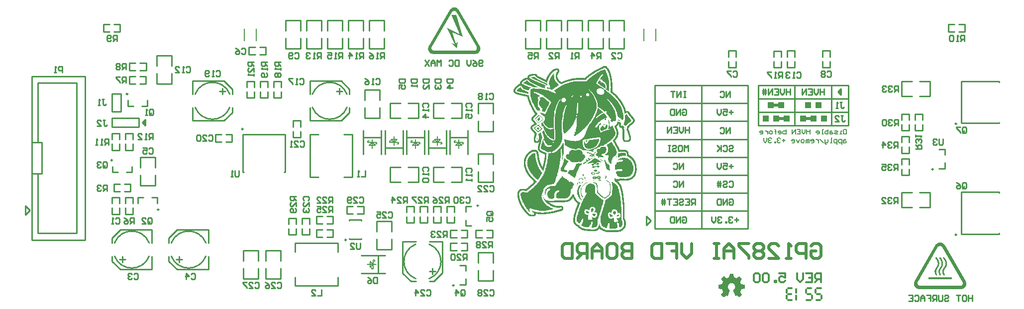
<source format=gbo>
G04*
G04 #@! TF.GenerationSoftware,Altium Limited,Altium Designer,22.1.2 (22)*
G04*
G04 Layer_Color=13431551*
%FSLAX25Y25*%
%MOIN*%
G70*
G04*
G04 #@! TF.SameCoordinates,DF75A293-B8B3-40F9-85AC-AEAE4A76D7A3*
G04*
G04*
G04 #@! TF.FilePolarity,Positive*
G04*
G01*
G75*
%ADD10C,0.01000*%
%ADD11C,0.00591*%
%ADD22C,0.02000*%
%ADD72C,0.00984*%
%ADD73C,0.01200*%
%ADD74C,0.00600*%
%ADD75C,0.00800*%
%ADD76R,0.04000X0.04000*%
%ADD77R,0.05500X0.02000*%
G36*
X392908Y169614D02*
X393022D01*
Y169500D01*
X393137D01*
Y169386D01*
X393251D01*
Y169272D01*
X393365D01*
Y169157D01*
X393479D01*
Y169043D01*
X393594D01*
Y168929D01*
X393708D01*
Y168815D01*
X393822D01*
Y168700D01*
X393936D01*
Y168586D01*
X394051D01*
Y168357D01*
X394165D01*
Y168243D01*
X394279D01*
Y168015D01*
X394394D01*
Y167900D01*
X394508D01*
Y167672D01*
X394622D01*
Y167443D01*
X394736D01*
Y167215D01*
X394851D01*
Y166986D01*
X394965D01*
Y166758D01*
X395079D01*
Y166529D01*
X395193D01*
Y166186D01*
X395308D01*
Y165958D01*
X395422D01*
Y165615D01*
X395536D01*
Y165387D01*
X395650D01*
Y164930D01*
X395765D01*
Y164587D01*
X395879D01*
Y164130D01*
X395993D01*
Y163673D01*
X396107D01*
Y163216D01*
X396222D01*
Y162645D01*
X396336D01*
Y162188D01*
X396450D01*
Y161616D01*
X396565D01*
Y160931D01*
X396679D01*
Y160131D01*
X396793D01*
Y158874D01*
X396907D01*
Y156589D01*
X397022D01*
Y154532D01*
X396907D01*
Y152704D01*
X397022D01*
Y152590D01*
X397136D01*
Y152476D01*
X397250D01*
Y152361D01*
X397364D01*
Y152247D01*
X397479D01*
Y152133D01*
X397707D01*
Y152019D01*
X397821D01*
Y151904D01*
X397936D01*
Y151790D01*
X398050D01*
Y151676D01*
X398164D01*
Y151561D01*
X398278D01*
Y151447D01*
X398393D01*
Y151333D01*
X398507D01*
Y151219D01*
X398735D01*
Y151104D01*
X398850D01*
Y150990D01*
X398964D01*
Y150876D01*
X399078D01*
Y150762D01*
X399192D01*
Y150647D01*
X399307D01*
Y150533D01*
X399421D01*
Y150419D01*
X399535D01*
Y150305D01*
X399649D01*
Y150190D01*
X399764D01*
Y150076D01*
X399878D01*
Y149962D01*
X399992D01*
Y149848D01*
X400106D01*
Y149733D01*
X400221D01*
Y149619D01*
X400335D01*
Y149505D01*
X400449D01*
Y149391D01*
X400563D01*
Y149276D01*
X400678D01*
Y149162D01*
X400792D01*
Y149048D01*
X400906D01*
Y148819D01*
X401020D01*
Y148705D01*
X401135D01*
Y148591D01*
X401249D01*
Y148477D01*
X401363D01*
Y148362D01*
X401477D01*
Y148134D01*
X401592D01*
Y148020D01*
X401706D01*
Y147905D01*
X401820D01*
Y147677D01*
X401935D01*
Y147563D01*
X402049D01*
Y147448D01*
X402163D01*
Y147334D01*
X402277D01*
Y147106D01*
X402392D01*
Y146991D01*
X402506D01*
Y146763D01*
X402620D01*
Y146648D01*
X402734D01*
Y146420D01*
X402849D01*
Y146306D01*
X402963D01*
Y146077D01*
X403077D01*
Y145849D01*
X403191D01*
Y145734D01*
X403306D01*
Y145506D01*
X403420D01*
Y145392D01*
X403534D01*
Y145163D01*
X403648D01*
Y145049D01*
X403763D01*
Y144820D01*
X403877D01*
Y144592D01*
X403991D01*
Y144363D01*
X404106D01*
Y144135D01*
X404220D01*
Y144020D01*
X404334D01*
Y143792D01*
X404448D01*
Y143563D01*
X404563D01*
Y143335D01*
X404677D01*
Y143106D01*
X404791D01*
Y142878D01*
X404905D01*
Y142649D01*
X405020D01*
Y142421D01*
X405134D01*
Y142192D01*
X405248D01*
Y141964D01*
X405362D01*
Y141621D01*
X405477D01*
Y141393D01*
X405591D01*
Y141050D01*
X405705D01*
Y140707D01*
X405819D01*
Y140364D01*
X405934D01*
Y139907D01*
X406048D01*
Y139565D01*
X407419D01*
Y139450D01*
X407648D01*
Y139336D01*
X407762D01*
Y139222D01*
X407876D01*
Y139107D01*
X407990D01*
Y138993D01*
X408105D01*
Y138879D01*
X408219D01*
Y138650D01*
X408333D01*
Y138536D01*
X408447D01*
Y138422D01*
X408562D01*
Y138193D01*
X408676D01*
Y138079D01*
X408790D01*
Y137851D01*
X408904D01*
Y137736D01*
X409019D01*
Y137622D01*
X409133D01*
Y137394D01*
X409247D01*
Y137279D01*
X409361D01*
Y137165D01*
X409476D01*
Y136936D01*
X409590D01*
Y136822D01*
X409704D01*
Y136708D01*
X409818D01*
Y136479D01*
X409933D01*
Y136365D01*
X410047D01*
Y136251D01*
X410161D01*
Y136137D01*
X410275D01*
Y136022D01*
X410390D01*
Y135794D01*
X410504D01*
Y135680D01*
X410618D01*
Y135565D01*
X410732D01*
Y135451D01*
X410847D01*
Y135337D01*
X410961D01*
Y135108D01*
X411075D01*
Y134994D01*
X411190D01*
Y134880D01*
X411304D01*
Y134766D01*
X411418D01*
Y134537D01*
X411532D01*
Y134309D01*
X411647D01*
Y134194D01*
X411761D01*
Y133852D01*
X411875D01*
Y132595D01*
X411761D01*
Y132138D01*
X411647D01*
Y132023D01*
X411532D01*
Y131909D01*
X411418D01*
Y131795D01*
X411304D01*
Y131681D01*
X411190D01*
Y131566D01*
X411075D01*
Y131452D01*
X410961D01*
Y131338D01*
X410847D01*
Y131224D01*
X410732D01*
Y131109D01*
X410618D01*
Y130995D01*
X410504D01*
Y130881D01*
X410390D01*
Y130767D01*
X410275D01*
Y130652D01*
X410161D01*
Y130538D01*
X410047D01*
Y130424D01*
X409933D01*
Y130310D01*
X409818D01*
Y130195D01*
X409704D01*
Y130081D01*
X409476D01*
Y129967D01*
X409361D01*
Y129852D01*
X409247D01*
Y129738D01*
X409133D01*
Y129624D01*
X409019D01*
Y129510D01*
X408904D01*
Y129395D01*
X408790D01*
Y129281D01*
X408676D01*
Y129167D01*
X408562D01*
Y129053D01*
X408447D01*
Y128938D01*
X408333D01*
Y128824D01*
X408219D01*
Y128710D01*
X408105D01*
Y128596D01*
X407990D01*
Y128481D01*
X407876D01*
Y128367D01*
X407762D01*
Y128253D01*
X407648D01*
Y127225D01*
X407762D01*
Y126996D01*
X407876D01*
Y126653D01*
X407990D01*
Y126425D01*
X408105D01*
Y126082D01*
X408219D01*
Y125854D01*
X408333D01*
Y125511D01*
X408447D01*
Y125168D01*
X408562D01*
Y124825D01*
X408676D01*
Y124482D01*
X408790D01*
Y124025D01*
X408904D01*
Y123797D01*
X409019D01*
Y123340D01*
X409133D01*
Y122883D01*
X409247D01*
Y122311D01*
X409361D01*
Y120255D01*
X409247D01*
Y119912D01*
X409133D01*
Y119684D01*
X409019D01*
Y119569D01*
X408904D01*
Y119455D01*
X408790D01*
Y119341D01*
X408676D01*
Y119227D01*
X408562D01*
Y119112D01*
X408447D01*
Y118998D01*
X408333D01*
Y118884D01*
X408105D01*
Y118770D01*
X405134D01*
Y118884D01*
X404905D01*
Y118998D01*
X404677D01*
Y119112D01*
X404563D01*
Y119227D01*
X404448D01*
Y119341D01*
X404334D01*
Y119455D01*
X404220D01*
Y119569D01*
X404106D01*
Y119798D01*
X403991D01*
Y119912D01*
X403877D01*
Y120483D01*
X403763D01*
Y126768D01*
X403648D01*
Y126882D01*
X403534D01*
Y127110D01*
X403420D01*
Y128367D01*
X402163D01*
Y128481D01*
X402049D01*
Y128596D01*
X401935D01*
Y128710D01*
X401820D01*
Y128824D01*
X401706D01*
Y128938D01*
X401592D01*
Y129167D01*
X401477D01*
Y130881D01*
X401363D01*
Y130995D01*
X401249D01*
Y130881D01*
X401135D01*
Y130767D01*
X401020D01*
Y130424D01*
X400906D01*
Y130310D01*
X400792D01*
Y130081D01*
X400678D01*
Y129967D01*
X400563D01*
Y129738D01*
X400449D01*
Y129624D01*
X400335D01*
Y129510D01*
X400221D01*
Y129395D01*
X400106D01*
Y129281D01*
X399992D01*
Y129167D01*
X399878D01*
Y129053D01*
X399764D01*
Y128938D01*
X399878D01*
Y128596D01*
X399992D01*
Y128253D01*
X400106D01*
Y128024D01*
X400221D01*
Y127796D01*
X400335D01*
Y127567D01*
X400449D01*
Y127225D01*
X400563D01*
Y126768D01*
X400678D01*
Y126425D01*
X400792D01*
Y125968D01*
X400906D01*
Y123454D01*
X400792D01*
Y122883D01*
X400678D01*
Y122540D01*
X400563D01*
Y122311D01*
X400449D01*
Y122083D01*
X400335D01*
Y121854D01*
X400221D01*
Y121626D01*
X400106D01*
Y121397D01*
X399992D01*
Y121283D01*
X399878D01*
Y121055D01*
X399764D01*
Y120940D01*
X399649D01*
Y120712D01*
X399535D01*
Y120598D01*
X399421D01*
Y120483D01*
X399307D01*
Y120255D01*
X399192D01*
Y120141D01*
X399078D01*
Y120026D01*
X398964D01*
Y119912D01*
X398850D01*
Y119798D01*
X398735D01*
Y119569D01*
X398850D01*
Y119341D01*
X398964D01*
Y119112D01*
X399078D01*
Y118884D01*
X399192D01*
Y118655D01*
X399307D01*
Y118427D01*
X399421D01*
Y118198D01*
X399535D01*
Y117970D01*
X399649D01*
Y117741D01*
X399764D01*
Y117398D01*
X399878D01*
Y117284D01*
X399992D01*
Y117056D01*
X400106D01*
Y116941D01*
X400221D01*
Y116713D01*
X400335D01*
Y116484D01*
X400449D01*
Y116370D01*
X400563D01*
Y116142D01*
X400678D01*
Y116027D01*
X400792D01*
Y115799D01*
X400906D01*
Y115570D01*
X401020D01*
Y115342D01*
X401135D01*
Y115113D01*
X401249D01*
Y114885D01*
X401363D01*
Y114656D01*
X401477D01*
Y114428D01*
X401592D01*
Y114199D01*
X401706D01*
Y113856D01*
X401820D01*
Y113514D01*
X401935D01*
Y113399D01*
X405934D01*
Y113285D01*
X406276D01*
Y113171D01*
X406505D01*
Y113057D01*
X406733D01*
Y112942D01*
X406848D01*
Y112828D01*
X406962D01*
Y112714D01*
X407076D01*
Y112600D01*
X407190D01*
Y112485D01*
X407305D01*
Y112257D01*
X407419D01*
Y112143D01*
X407533D01*
Y111914D01*
X407648D01*
Y111686D01*
X407762D01*
Y110657D01*
X407876D01*
Y110086D01*
X408105D01*
Y109972D01*
X408333D01*
Y109857D01*
X408447D01*
Y109743D01*
X408676D01*
Y109629D01*
X408904D01*
Y109515D01*
X409019D01*
Y109400D01*
X409247D01*
Y109286D01*
X409361D01*
Y109172D01*
X409476D01*
Y109058D01*
X409590D01*
Y108943D01*
X409704D01*
Y108829D01*
X409933D01*
Y108715D01*
X410047D01*
Y108601D01*
X410161D01*
Y108486D01*
X410275D01*
Y108372D01*
X410390D01*
Y108258D01*
X410504D01*
Y108144D01*
X410618D01*
Y108029D01*
X410732D01*
Y107801D01*
X410847D01*
Y107686D01*
X410961D01*
Y107572D01*
X411075D01*
Y107458D01*
X411190D01*
Y107229D01*
X411304D01*
Y107115D01*
X411418D01*
Y107001D01*
X411532D01*
Y106772D01*
X411647D01*
Y106544D01*
X411761D01*
Y106430D01*
X411875D01*
Y106201D01*
X411989D01*
Y105973D01*
X412104D01*
Y105744D01*
X412218D01*
Y105516D01*
X412332D01*
Y105287D01*
X412446D01*
Y104944D01*
X412561D01*
Y104716D01*
X412675D01*
Y104259D01*
X412789D01*
Y103916D01*
X412903D01*
Y103459D01*
X413018D01*
Y102773D01*
X413132D01*
Y101174D01*
X413246D01*
Y99574D01*
X413132D01*
Y98889D01*
X413018D01*
Y98317D01*
X412903D01*
Y97746D01*
X412789D01*
Y97403D01*
X412675D01*
Y97061D01*
X412561D01*
Y96832D01*
X412446D01*
Y96489D01*
X412332D01*
Y96261D01*
X412218D01*
Y96032D01*
X412104D01*
Y95804D01*
X411989D01*
Y95575D01*
X411875D01*
Y95461D01*
X411761D01*
Y95347D01*
X411647D01*
Y95232D01*
X411532D01*
Y95118D01*
X411418D01*
Y95004D01*
X411304D01*
Y94890D01*
X411190D01*
Y94775D01*
X411075D01*
Y94661D01*
X410961D01*
Y94547D01*
X410847D01*
Y94433D01*
X410732D01*
Y94318D01*
X410618D01*
Y94204D01*
X410390D01*
Y94090D01*
X410275D01*
Y93976D01*
X410161D01*
Y93861D01*
X409933D01*
Y93747D01*
X409704D01*
Y93633D01*
X409476D01*
Y93519D01*
X409247D01*
Y93404D01*
X409019D01*
Y93290D01*
X408790D01*
Y93176D01*
X408333D01*
Y93062D01*
X407876D01*
Y92947D01*
X406962D01*
Y92833D01*
X404334D01*
Y92947D01*
X402392D01*
Y92833D01*
X402277D01*
Y92719D01*
X401706D01*
Y92605D01*
X400449D01*
Y92490D01*
X400563D01*
Y92376D01*
X400678D01*
Y92262D01*
X400792D01*
Y92147D01*
X400906D01*
Y92033D01*
X401020D01*
Y91919D01*
X401135D01*
Y91805D01*
X401249D01*
Y91690D01*
X401363D01*
Y91576D01*
X401477D01*
Y91462D01*
X401592D01*
Y91233D01*
X401706D01*
Y91119D01*
X401820D01*
Y91005D01*
X401935D01*
Y90891D01*
X402049D01*
Y90662D01*
X402163D01*
Y90548D01*
X402277D01*
Y90434D01*
X402392D01*
Y90205D01*
X402506D01*
Y90091D01*
X402620D01*
Y89862D01*
X402734D01*
Y89634D01*
X402849D01*
Y89291D01*
X402963D01*
Y89062D01*
X403077D01*
Y88605D01*
X403191D01*
Y88034D01*
X403306D01*
Y87691D01*
X403420D01*
Y87349D01*
X403534D01*
Y86892D01*
X403648D01*
Y86435D01*
X403763D01*
Y85978D01*
X403877D01*
Y85406D01*
X403991D01*
Y84835D01*
X404106D01*
Y84149D01*
X404220D01*
Y83464D01*
X404334D01*
Y82207D01*
X404448D01*
Y81179D01*
X404563D01*
Y80379D01*
X404677D01*
Y79351D01*
X404791D01*
Y78094D01*
X404905D01*
Y77522D01*
X405020D01*
Y75009D01*
X405134D01*
Y67125D01*
X405248D01*
Y67011D01*
X405362D01*
Y66896D01*
X405477D01*
Y66554D01*
X405591D01*
Y66325D01*
X405705D01*
Y65982D01*
X405819D01*
Y65525D01*
X405934D01*
Y62440D01*
X405819D01*
Y61983D01*
X405705D01*
Y61526D01*
X405591D01*
Y61298D01*
X405477D01*
Y61184D01*
X405362D01*
Y61069D01*
X405248D01*
Y60955D01*
X405134D01*
Y60727D01*
X405020D01*
Y60612D01*
X404905D01*
Y60498D01*
X404791D01*
Y60384D01*
X404677D01*
Y60269D01*
X404563D01*
Y60155D01*
X404448D01*
Y60041D01*
X404334D01*
Y59927D01*
X404220D01*
Y59812D01*
X404106D01*
Y59698D01*
X403991D01*
Y59584D01*
X403877D01*
Y59470D01*
X403534D01*
Y59355D01*
X403420D01*
Y59241D01*
X403191D01*
Y59127D01*
X403077D01*
Y59013D01*
X402963D01*
Y58898D01*
X402849D01*
Y58784D01*
X402620D01*
Y58670D01*
X402163D01*
Y58556D01*
X401706D01*
Y58441D01*
X401020D01*
Y58327D01*
X392680D01*
Y58441D01*
X392223D01*
Y58556D01*
X391880D01*
Y58670D01*
X391537D01*
Y58784D01*
X391194D01*
Y58898D01*
X390966D01*
Y59013D01*
X390623D01*
Y59127D01*
X390394D01*
Y59241D01*
X390166D01*
Y59355D01*
X389937D01*
Y59470D01*
X389709D01*
Y59584D01*
X389366D01*
Y59698D01*
X389252D01*
Y59812D01*
X389138D01*
Y59927D01*
X389023D01*
Y60041D01*
X388795D01*
Y60155D01*
X388681D01*
Y60269D01*
X388566D01*
Y60384D01*
X388452D01*
Y60498D01*
X388338D01*
Y60612D01*
X388109D01*
Y60498D01*
X387995D01*
Y60384D01*
X387881D01*
Y60269D01*
X387767D01*
Y60155D01*
X387652D01*
Y60041D01*
X387538D01*
Y59927D01*
X387424D01*
Y59812D01*
X387310D01*
Y59698D01*
X387195D01*
Y59584D01*
X387081D01*
Y59470D01*
X386853D01*
Y59355D01*
X386624D01*
Y59241D01*
X386281D01*
Y59127D01*
X386053D01*
Y59013D01*
X385596D01*
Y58898D01*
X381597D01*
Y59013D01*
X379883D01*
Y59127D01*
X378854D01*
Y59241D01*
X378169D01*
Y59355D01*
X377598D01*
Y59470D01*
X377141D01*
Y59584D01*
X376798D01*
Y59698D01*
X376455D01*
Y59812D01*
X376227D01*
Y59927D01*
X376112D01*
Y60041D01*
X375884D01*
Y60155D01*
X375541D01*
Y60269D01*
X375427D01*
Y60384D01*
X375198D01*
Y60498D01*
X375084D01*
Y60612D01*
X374855D01*
Y60727D01*
X374741D01*
Y60841D01*
X374513D01*
Y60955D01*
X374398D01*
Y61069D01*
X374284D01*
Y61184D01*
X374170D01*
Y61298D01*
X374056D01*
Y61412D01*
X373941D01*
Y61526D01*
X373827D01*
Y61755D01*
X373713D01*
Y61869D01*
X373484D01*
Y61983D01*
X373256D01*
Y62098D01*
X373142D01*
Y62212D01*
X372913D01*
Y62326D01*
X372799D01*
Y62440D01*
X372570D01*
Y62555D01*
X372456D01*
Y62669D01*
X372342D01*
Y62783D01*
X372228D01*
Y62897D01*
X372113D01*
Y63012D01*
X371999D01*
Y63126D01*
X371885D01*
Y63240D01*
X371771D01*
Y63354D01*
X371656D01*
Y63469D01*
X371542D01*
Y63583D01*
X371428D01*
Y63811D01*
X371314D01*
Y63926D01*
X371199D01*
Y64040D01*
X371085D01*
Y64269D01*
X370971D01*
Y64497D01*
X370856D01*
Y64840D01*
X370742D01*
Y68039D01*
X370856D01*
Y68725D01*
X370971D01*
Y69182D01*
X371085D01*
Y69753D01*
X371199D01*
Y70096D01*
X371314D01*
Y70553D01*
X371428D01*
Y70895D01*
X371542D01*
Y71238D01*
X371656D01*
Y71695D01*
X371771D01*
Y72038D01*
X371885D01*
Y72381D01*
X371999D01*
Y72838D01*
X372113D01*
Y73066D01*
X372228D01*
Y73409D01*
X372342D01*
Y73752D01*
X372456D01*
Y74095D01*
X372570D01*
Y74323D01*
X372685D01*
Y74666D01*
X372799D01*
Y75009D01*
X372913D01*
Y75237D01*
X373027D01*
Y75580D01*
X373142D01*
Y75923D01*
X373256D01*
Y76037D01*
X373370D01*
Y76494D01*
X373484D01*
Y76837D01*
X373599D01*
Y77065D01*
X373713D01*
Y77408D01*
X373599D01*
Y77522D01*
X373484D01*
Y77637D01*
X373370D01*
Y77751D01*
X373256D01*
Y77865D01*
X373142D01*
Y77979D01*
X373027D01*
Y78094D01*
X372913D01*
Y78208D01*
X372799D01*
Y78322D01*
X372685D01*
Y78436D01*
X372570D01*
Y78551D01*
X372456D01*
Y78665D01*
X372342D01*
Y78779D01*
X372228D01*
Y78894D01*
X372113D01*
Y79008D01*
X371999D01*
Y79122D01*
X371885D01*
Y79236D01*
X371771D01*
Y79351D01*
X371656D01*
Y79465D01*
X371542D01*
Y79693D01*
X371428D01*
Y79922D01*
X371314D01*
Y80036D01*
X371199D01*
Y80150D01*
X371085D01*
Y80493D01*
X370971D01*
Y80722D01*
X370856D01*
Y80950D01*
X370742D01*
Y81064D01*
X370628D01*
Y81179D01*
X370514D01*
Y81407D01*
X370399D01*
Y81179D01*
X370285D01*
Y81064D01*
X370171D01*
Y80950D01*
X370057D01*
Y80836D01*
X369942D01*
Y80607D01*
X369828D01*
Y80493D01*
X369714D01*
Y80379D01*
X369600D01*
Y80265D01*
X369485D01*
Y80150D01*
X369371D01*
Y80036D01*
X369257D01*
Y79922D01*
X369143D01*
Y79808D01*
X369028D01*
Y79693D01*
X368914D01*
Y79579D01*
X368800D01*
Y79465D01*
X368686D01*
Y79351D01*
X368457D01*
Y79236D01*
X368343D01*
Y79122D01*
X368114D01*
Y79008D01*
X367886D01*
Y78894D01*
X367657D01*
Y78779D01*
X367315D01*
Y78665D01*
X366857D01*
Y78551D01*
X366058D01*
Y78436D01*
X365258D01*
Y78322D01*
X358517D01*
Y78208D01*
X357488D01*
Y78094D01*
X354746D01*
Y78208D01*
X354518D01*
Y78094D01*
X354746D01*
Y77979D01*
X354860D01*
Y77865D01*
X355089D01*
Y77751D01*
X355203D01*
Y77637D01*
X355432D01*
Y77522D01*
X355546D01*
Y77408D01*
X355774D01*
Y77294D01*
X356003D01*
Y77180D01*
X356231D01*
Y77065D01*
X356346D01*
Y76951D01*
X356574D01*
Y76837D01*
X356803D01*
Y76723D01*
X357031D01*
Y76608D01*
X357260D01*
Y76494D01*
X357603D01*
Y76380D01*
X357831D01*
Y76266D01*
X358288D01*
Y76151D01*
X358631D01*
Y76037D01*
X359088D01*
Y75923D01*
X359773D01*
Y75809D01*
X361487D01*
Y75923D01*
X363315D01*
Y75809D01*
X363430D01*
Y75694D01*
X363544D01*
Y75580D01*
X363658D01*
Y75466D01*
X363773D01*
Y75352D01*
X363887D01*
Y75237D01*
X364001D01*
Y75009D01*
X364115D01*
Y73638D01*
X364001D01*
Y73295D01*
X363887D01*
Y73181D01*
X363773D01*
Y73066D01*
X363658D01*
Y72952D01*
X363544D01*
Y72838D01*
X363430D01*
Y72724D01*
X363315D01*
Y72609D01*
X362973D01*
Y72495D01*
X362630D01*
Y72381D01*
X362287D01*
Y72267D01*
X361830D01*
Y72152D01*
X361373D01*
Y72038D01*
X361030D01*
Y71924D01*
X360573D01*
Y71810D01*
X360116D01*
Y71695D01*
X359773D01*
Y71581D01*
X359316D01*
Y71467D01*
X358745D01*
Y71352D01*
X358288D01*
Y71238D01*
X357831D01*
Y71124D01*
X357260D01*
Y71010D01*
X356688D01*
Y70895D01*
X356003D01*
Y70781D01*
X355432D01*
Y70667D01*
X354746D01*
Y70553D01*
X353832D01*
Y70438D01*
X352804D01*
Y70324D01*
X351433D01*
Y70210D01*
X348348D01*
Y70324D01*
X346977D01*
Y70438D01*
X346062D01*
Y70553D01*
X345605D01*
Y69524D01*
X345491D01*
Y69410D01*
X345377D01*
Y69296D01*
X345263D01*
Y69182D01*
X345148D01*
Y69067D01*
X345034D01*
Y68953D01*
X344920D01*
Y68839D01*
X344806D01*
Y68725D01*
X342406D01*
Y68839D01*
X341606D01*
Y68953D01*
X341378D01*
Y69067D01*
X341149D01*
Y69182D01*
X340921D01*
Y69296D01*
X340807D01*
Y69410D01*
X340578D01*
Y69524D01*
X340464D01*
Y69639D01*
X340350D01*
Y69753D01*
X340235D01*
Y69867D01*
X340121D01*
Y69981D01*
X340007D01*
Y70210D01*
X339893D01*
Y70324D01*
X339664D01*
Y70438D01*
X339550D01*
Y70553D01*
X339436D01*
Y70667D01*
X339321D01*
Y70781D01*
X339207D01*
Y70895D01*
X339093D01*
Y71010D01*
X338979D01*
Y71124D01*
X338864D01*
Y71238D01*
X338750D01*
Y71352D01*
X338636D01*
Y71467D01*
X338522D01*
Y71581D01*
X338407D01*
Y71695D01*
X338293D01*
Y71810D01*
X338179D01*
Y71924D01*
X338065D01*
Y72152D01*
X337950D01*
Y72267D01*
X337836D01*
Y72381D01*
X337722D01*
Y72495D01*
X337607D01*
Y72609D01*
X337493D01*
Y72838D01*
X337379D01*
Y72952D01*
X337265D01*
Y73066D01*
X337150D01*
Y73295D01*
X337036D01*
Y73409D01*
X336922D01*
Y73523D01*
X336808D01*
Y73752D01*
X336693D01*
Y73980D01*
X336579D01*
Y74095D01*
X336465D01*
Y74323D01*
X336351D01*
Y74552D01*
X336236D01*
Y74666D01*
X336122D01*
Y74894D01*
X336008D01*
Y75009D01*
X335894D01*
Y75237D01*
X335779D01*
Y75352D01*
X335665D01*
Y75580D01*
X335551D01*
Y75809D01*
X335437D01*
Y75923D01*
X335322D01*
Y76151D01*
X335208D01*
Y76494D01*
X335094D01*
Y76723D01*
X334980D01*
Y76951D01*
X334865D01*
Y77180D01*
X334751D01*
Y77522D01*
X334637D01*
Y77751D01*
X334523D01*
Y77979D01*
X334408D01*
Y78322D01*
X334294D01*
Y78551D01*
X334180D01*
Y78894D01*
X334065D01*
Y79236D01*
X333951D01*
Y79579D01*
X333837D01*
Y79922D01*
X333723D01*
Y80379D01*
X333608D01*
Y80836D01*
X333494D01*
Y81179D01*
X333380D01*
Y82321D01*
X333266D01*
Y84721D01*
X333380D01*
Y85178D01*
X333494D01*
Y85520D01*
X333608D01*
Y85749D01*
X333723D01*
Y85863D01*
X333837D01*
Y85978D01*
X333951D01*
Y86206D01*
X334065D01*
Y86320D01*
X334180D01*
Y86435D01*
X334294D01*
Y86549D01*
X334408D01*
Y86663D01*
X334523D01*
Y86777D01*
X334637D01*
Y86892D01*
X334865D01*
Y87006D01*
X335094D01*
Y87120D01*
X335322D01*
Y87234D01*
X338636D01*
Y87120D01*
X338979D01*
Y87234D01*
X339207D01*
Y87349D01*
X339321D01*
Y87463D01*
X339436D01*
Y87577D01*
X339664D01*
Y87691D01*
X339778D01*
Y87806D01*
X339893D01*
Y87920D01*
X340007D01*
Y88034D01*
X340235D01*
Y88148D01*
X340350D01*
Y88263D01*
X340464D01*
Y88377D01*
X340578D01*
Y88491D01*
X340692D01*
Y88605D01*
X340807D01*
Y88720D01*
X341035D01*
Y88834D01*
X341149D01*
Y88948D01*
X341264D01*
Y89062D01*
X341378D01*
Y89177D01*
X341492D01*
Y89291D01*
X341721D01*
Y89405D01*
X341835D01*
Y89520D01*
X341949D01*
Y89634D01*
X342063D01*
Y89748D01*
X342178D01*
Y89862D01*
X342292D01*
Y89977D01*
X342406D01*
Y90091D01*
X342520D01*
Y90205D01*
X342635D01*
Y90319D01*
X342863D01*
Y90434D01*
X342977D01*
Y90548D01*
X343092D01*
Y90662D01*
X343206D01*
Y90776D01*
X343320D01*
Y90891D01*
X343435D01*
Y91005D01*
X343549D01*
Y91119D01*
X343663D01*
Y91233D01*
X343777D01*
Y91348D01*
X343892D01*
Y91462D01*
X344006D01*
Y91576D01*
X344120D01*
Y91805D01*
X344234D01*
Y91919D01*
X344349D01*
Y92033D01*
X344463D01*
Y92147D01*
X344349D01*
Y92262D01*
X344234D01*
Y92376D01*
X344120D01*
Y92490D01*
X344006D01*
Y92605D01*
X343892D01*
Y92719D01*
X343777D01*
Y92833D01*
X343663D01*
Y92947D01*
X343549D01*
Y93062D01*
X343435D01*
Y93176D01*
X343320D01*
Y93290D01*
X343206D01*
Y93404D01*
X343092D01*
Y93519D01*
X342977D01*
Y93633D01*
X342863D01*
Y93747D01*
X342749D01*
Y93861D01*
X342635D01*
Y93976D01*
X342520D01*
Y94090D01*
X342406D01*
Y94204D01*
X342292D01*
Y94318D01*
X342178D01*
Y94433D01*
X342063D01*
Y94661D01*
X341949D01*
Y94775D01*
X341835D01*
Y94890D01*
X341721D01*
Y95004D01*
X341606D01*
Y95118D01*
X341492D01*
Y95347D01*
X341378D01*
Y95461D01*
X341264D01*
Y95575D01*
X341149D01*
Y95689D01*
X341035D01*
Y95804D01*
X340921D01*
Y95918D01*
X340807D01*
Y96147D01*
X340692D01*
Y96261D01*
X340578D01*
Y96489D01*
X340464D01*
Y96604D01*
X340350D01*
Y96718D01*
X340235D01*
Y96946D01*
X340121D01*
Y97061D01*
X340007D01*
Y97289D01*
X339893D01*
Y97403D01*
X339778D01*
Y97632D01*
X339664D01*
Y97860D01*
X339550D01*
Y97975D01*
X339436D01*
Y98203D01*
X339321D01*
Y98432D01*
X339207D01*
Y98660D01*
X339093D01*
Y98889D01*
X338979D01*
Y99117D01*
X338864D01*
Y99346D01*
X338750D01*
Y99574D01*
X338636D01*
Y99803D01*
X338522D01*
Y100145D01*
X338407D01*
Y100374D01*
X338293D01*
Y100717D01*
X338179D01*
Y101060D01*
X338065D01*
Y101402D01*
X337950D01*
Y101859D01*
X337836D01*
Y102316D01*
X337722D01*
Y103116D01*
X337607D01*
Y106544D01*
X337722D01*
Y107115D01*
X337836D01*
Y107572D01*
X337950D01*
Y107915D01*
X338065D01*
Y108258D01*
X338179D01*
Y108601D01*
X338293D01*
Y108829D01*
X338407D01*
Y108943D01*
X338522D01*
Y109286D01*
X338636D01*
Y109400D01*
X338750D01*
Y109629D01*
X338864D01*
Y109743D01*
X338979D01*
Y109857D01*
X339093D01*
Y110086D01*
X339207D01*
Y110200D01*
X339321D01*
Y110315D01*
X339436D01*
Y110543D01*
X339550D01*
Y110657D01*
X339664D01*
Y110772D01*
X339778D01*
Y110886D01*
X339893D01*
Y111000D01*
X340007D01*
Y111114D01*
X340121D01*
Y111229D01*
X340235D01*
Y111343D01*
X340350D01*
Y111457D01*
X340464D01*
Y111571D01*
X340578D01*
Y111686D01*
X340692D01*
Y111800D01*
X340807D01*
Y111914D01*
X340921D01*
Y112028D01*
X341035D01*
Y112143D01*
X341149D01*
Y112257D01*
X341378D01*
Y112371D01*
X341492D01*
Y112485D01*
X341606D01*
Y112600D01*
X341721D01*
Y112714D01*
X341949D01*
Y112828D01*
X342178D01*
Y112942D01*
X342292D01*
Y113057D01*
X342520D01*
Y113171D01*
X342749D01*
Y113285D01*
X342977D01*
Y113399D01*
X343320D01*
Y113514D01*
X345720D01*
Y113399D01*
X346062D01*
Y113285D01*
X346291D01*
Y113171D01*
X346405D01*
Y113057D01*
X346519D01*
Y112942D01*
X346634D01*
Y112828D01*
X346748D01*
Y112714D01*
X346862D01*
Y112600D01*
X346977D01*
Y112485D01*
X347091D01*
Y112371D01*
X347205D01*
Y111229D01*
X347319D01*
Y110772D01*
X347434D01*
Y110429D01*
X347548D01*
Y110086D01*
X347662D01*
Y108829D01*
X347776D01*
Y108144D01*
X347891D01*
Y107572D01*
X348005D01*
Y107115D01*
X348119D01*
Y106658D01*
X348233D01*
Y106201D01*
X348348D01*
Y105858D01*
X348462D01*
Y105516D01*
X348576D01*
Y105173D01*
X348690D01*
Y104944D01*
X348805D01*
Y104602D01*
X348919D01*
Y104259D01*
X349033D01*
Y104030D01*
X349148D01*
Y103802D01*
X349262D01*
Y103573D01*
X349376D01*
Y103231D01*
X349490D01*
Y103002D01*
X349605D01*
Y102888D01*
X349719D01*
Y102659D01*
X349833D01*
Y102431D01*
X349947D01*
Y102202D01*
X350061D01*
Y101974D01*
X350176D01*
Y102202D01*
X350290D01*
Y102659D01*
X350404D01*
Y103116D01*
X350519D01*
Y103573D01*
X350633D01*
Y104145D01*
X350747D01*
Y104602D01*
X350861D01*
Y104944D01*
X350976D01*
Y105630D01*
X351090D01*
Y106087D01*
X351204D01*
Y106772D01*
X351318D01*
Y107458D01*
X351433D01*
Y108144D01*
X351547D01*
Y108943D01*
X351661D01*
Y110543D01*
X351433D01*
Y110657D01*
X351090D01*
Y110772D01*
X350861D01*
Y110886D01*
X350633D01*
Y111000D01*
X350290D01*
Y111114D01*
X350061D01*
Y111229D01*
X349833D01*
Y111343D01*
X349490D01*
Y111457D01*
X349262D01*
Y111571D01*
X349148D01*
Y111686D01*
X348919D01*
Y111800D01*
X348690D01*
Y111914D01*
X348576D01*
Y112028D01*
X348348D01*
Y112143D01*
X348233D01*
Y112257D01*
X348119D01*
Y112371D01*
X348005D01*
Y112485D01*
X347891D01*
Y112600D01*
X347776D01*
Y112714D01*
X347662D01*
Y112828D01*
X347548D01*
Y112942D01*
X347434D01*
Y113057D01*
X347319D01*
Y113171D01*
X347205D01*
Y113399D01*
X347091D01*
Y114085D01*
X346977D01*
Y115570D01*
X347091D01*
Y116142D01*
X347205D01*
Y116484D01*
X347319D01*
Y116941D01*
X347434D01*
Y117398D01*
X347548D01*
Y117856D01*
X347662D01*
Y118198D01*
X347776D01*
Y118655D01*
X347662D01*
Y118541D01*
X347548D01*
Y118427D01*
X347434D01*
Y118313D01*
X347205D01*
Y118198D01*
X345377D01*
Y118313D01*
X345148D01*
Y118427D01*
X345034D01*
Y118541D01*
X344920D01*
Y118655D01*
X344806D01*
Y118770D01*
X344691D01*
Y118884D01*
X344577D01*
Y118998D01*
X344463D01*
Y119227D01*
X344349D01*
Y119569D01*
X344234D01*
Y121397D01*
X344349D01*
Y122083D01*
X344463D01*
Y122654D01*
X344577D01*
Y123226D01*
X344691D01*
Y123683D01*
X344806D01*
Y124025D01*
X344920D01*
Y124368D01*
X344806D01*
Y124482D01*
X344691D01*
Y124597D01*
X344577D01*
Y124711D01*
X344463D01*
Y124825D01*
X344349D01*
Y124940D01*
X344234D01*
Y125054D01*
X344120D01*
Y125168D01*
X344006D01*
Y125282D01*
X343892D01*
Y125397D01*
X343777D01*
Y125511D01*
X343663D01*
Y125739D01*
X343549D01*
Y125854D01*
X343435D01*
Y125968D01*
X343320D01*
Y126082D01*
X343206D01*
Y126196D01*
X343092D01*
Y126311D01*
X342977D01*
Y126539D01*
X342863D01*
Y126653D01*
X342749D01*
Y126768D01*
X342635D01*
Y126882D01*
X342520D01*
Y127110D01*
X342406D01*
Y127225D01*
X342292D01*
Y127339D01*
X342178D01*
Y127682D01*
X342063D01*
Y128938D01*
X342178D01*
Y129281D01*
X342292D01*
Y129395D01*
X342406D01*
Y129510D01*
X342520D01*
Y129624D01*
X342635D01*
Y129738D01*
X342749D01*
Y129852D01*
X342863D01*
Y129967D01*
X342977D01*
Y130081D01*
X343206D01*
Y130195D01*
X343320D01*
Y130310D01*
X343549D01*
Y130424D01*
X343663D01*
Y130538D01*
X343892D01*
Y130652D01*
X344006D01*
Y130767D01*
X344234D01*
Y130881D01*
X344463D01*
Y130995D01*
X344577D01*
Y131109D01*
X344691D01*
Y131224D01*
X344577D01*
Y131338D01*
X344463D01*
Y131452D01*
X344349D01*
Y131681D01*
X344234D01*
Y131795D01*
X344120D01*
Y131909D01*
X344006D01*
Y132023D01*
X343892D01*
Y132138D01*
X343777D01*
Y132252D01*
X343663D01*
Y132366D01*
X343549D01*
Y132595D01*
X343435D01*
Y132709D01*
X343320D01*
Y132823D01*
X343206D01*
Y132938D01*
X343092D01*
Y133052D01*
X342977D01*
Y133166D01*
X342863D01*
Y133280D01*
X342749D01*
Y133509D01*
X342635D01*
Y135108D01*
X342749D01*
Y135337D01*
X342863D01*
Y135451D01*
X342977D01*
Y135565D01*
X343092D01*
Y135680D01*
X343206D01*
Y135794D01*
X343320D01*
Y135908D01*
X343435D01*
Y136022D01*
X343549D01*
Y136137D01*
X343663D01*
Y136251D01*
X343777D01*
Y136365D01*
X343892D01*
Y136479D01*
X344006D01*
Y136594D01*
X344120D01*
Y136708D01*
X344234D01*
Y136822D01*
X344349D01*
Y136936D01*
X344463D01*
Y137051D01*
X344577D01*
Y137165D01*
X344806D01*
Y137279D01*
X344920D01*
Y137394D01*
X345034D01*
Y137508D01*
X345148D01*
Y137736D01*
X345034D01*
Y137851D01*
X344920D01*
Y137965D01*
X344806D01*
Y138193D01*
X344691D01*
Y138308D01*
X344577D01*
Y138536D01*
X344463D01*
Y138650D01*
X344349D01*
Y138879D01*
X344234D01*
Y138993D01*
X344120D01*
Y139222D01*
X344006D01*
Y139336D01*
X343892D01*
Y139565D01*
X343777D01*
Y139793D01*
X343663D01*
Y139907D01*
X343549D01*
Y140136D01*
X343435D01*
Y140364D01*
X343320D01*
Y140593D01*
X343206D01*
Y140707D01*
X343092D01*
Y140936D01*
X342977D01*
Y141164D01*
X342863D01*
Y141393D01*
X342749D01*
Y141621D01*
X342635D01*
Y141850D01*
X342520D01*
Y142078D01*
X342406D01*
Y142307D01*
X342292D01*
Y142535D01*
X342178D01*
Y142878D01*
X342063D01*
Y142992D01*
X341949D01*
Y143221D01*
X341835D01*
Y143563D01*
X341721D01*
Y143792D01*
X341606D01*
Y144020D01*
X341492D01*
Y144363D01*
X341378D01*
Y144592D01*
X341264D01*
Y144935D01*
X341149D01*
Y145163D01*
X341035D01*
Y145506D01*
X340921D01*
Y145849D01*
X340807D01*
Y146077D01*
X340692D01*
Y146420D01*
X340578D01*
Y146763D01*
X340464D01*
Y147106D01*
X340350D01*
Y147448D01*
X340235D01*
Y147791D01*
X340121D01*
Y148248D01*
X340007D01*
Y148591D01*
X339893D01*
Y149162D01*
X339436D01*
Y149276D01*
X338864D01*
Y149391D01*
X338293D01*
Y149505D01*
X337950D01*
Y149619D01*
X337379D01*
Y149733D01*
X336922D01*
Y149848D01*
X336465D01*
Y149962D01*
X336008D01*
Y150076D01*
X335551D01*
Y150190D01*
X335208D01*
Y150305D01*
X334637D01*
Y150419D01*
X334180D01*
Y150533D01*
X333837D01*
Y150647D01*
X333380D01*
Y150762D01*
X333037D01*
Y150876D01*
X332694D01*
Y150990D01*
X332352D01*
Y151104D01*
X331780D01*
Y151219D01*
X331666D01*
Y151333D01*
X331552D01*
Y151447D01*
X331437D01*
Y151561D01*
X331323D01*
Y151676D01*
X331209D01*
Y151790D01*
X331095D01*
Y151904D01*
X330980D01*
Y152019D01*
X330866D01*
Y152133D01*
X330752D01*
Y154075D01*
X330866D01*
Y154304D01*
X330980D01*
Y154532D01*
X331095D01*
Y154647D01*
X331209D01*
Y154875D01*
X331323D01*
Y154989D01*
X331437D01*
Y155104D01*
X331552D01*
Y155332D01*
X331666D01*
Y155446D01*
X331780D01*
Y155561D01*
X331894D01*
Y155675D01*
X332009D01*
Y155789D01*
X332123D01*
Y155903D01*
X332237D01*
Y156018D01*
X332352D01*
Y156132D01*
X332466D01*
Y156246D01*
X332580D01*
Y156360D01*
X332694D01*
Y156475D01*
X332809D01*
Y156589D01*
X332923D01*
Y156703D01*
X333037D01*
Y156817D01*
X333151D01*
Y156932D01*
X333266D01*
Y157046D01*
X333494D01*
Y157160D01*
X333608D01*
Y157274D01*
X333723D01*
Y157389D01*
X333951D01*
Y157503D01*
X334065D01*
Y157617D01*
X334180D01*
Y157731D01*
X334408D01*
Y157846D01*
X334980D01*
Y158874D01*
X335094D01*
Y159102D01*
X335208D01*
Y159331D01*
X335322D01*
Y159445D01*
X335437D01*
Y159674D01*
X335551D01*
Y159788D01*
X335665D01*
Y159902D01*
X335779D01*
Y160017D01*
X335894D01*
Y160131D01*
X336008D01*
Y160245D01*
X336122D01*
Y160359D01*
X336236D01*
Y160474D01*
X336351D01*
Y160588D01*
X336465D01*
Y160702D01*
X336579D01*
Y160816D01*
X336808D01*
Y160931D01*
X337036D01*
Y161045D01*
X337150D01*
Y161159D01*
X337379D01*
Y161273D01*
X337493D01*
Y161388D01*
X337722D01*
Y161502D01*
X337950D01*
Y161616D01*
X338179D01*
Y161731D01*
X338407D01*
Y161845D01*
X338864D01*
Y161959D01*
X340007D01*
Y162759D01*
X340121D01*
Y162873D01*
X340235D01*
Y163216D01*
X340350D01*
Y163330D01*
X340464D01*
Y163444D01*
X340578D01*
Y163559D01*
X340692D01*
Y163673D01*
X340807D01*
Y163787D01*
X340921D01*
Y163901D01*
X341149D01*
Y164016D01*
X341378D01*
Y164130D01*
X341835D01*
Y164244D01*
X342178D01*
Y164358D01*
X342520D01*
Y164473D01*
X343206D01*
Y164587D01*
X345491D01*
Y164473D01*
X345834D01*
Y164358D01*
X345948D01*
Y164244D01*
X346062D01*
Y164130D01*
X346177D01*
Y164016D01*
X346291D01*
Y163901D01*
X346405D01*
Y163787D01*
X346519D01*
Y163673D01*
X346634D01*
Y163444D01*
X346748D01*
Y163330D01*
X346862D01*
Y163216D01*
X346977D01*
Y163102D01*
X347091D01*
Y162987D01*
X347319D01*
Y162873D01*
X347548D01*
Y162759D01*
X347891D01*
Y162645D01*
X348119D01*
Y162530D01*
X348348D01*
Y162416D01*
X348576D01*
Y162302D01*
X348805D01*
Y162188D01*
X349033D01*
Y162073D01*
X349262D01*
Y161959D01*
X349490D01*
Y161845D01*
X349833D01*
Y161731D01*
X350061D01*
Y161616D01*
X350290D01*
Y161502D01*
X350519D01*
Y161388D01*
X350747D01*
Y161273D01*
X350976D01*
Y161159D01*
X351204D01*
Y161045D01*
X351433D01*
Y160931D01*
X351661D01*
Y160816D01*
X351890D01*
Y160702D01*
X352118D01*
Y160588D01*
X352347D01*
Y160474D01*
X352461D01*
Y160816D01*
X352575D01*
Y161159D01*
X352690D01*
Y161502D01*
X352804D01*
Y161845D01*
X352918D01*
Y162073D01*
X353032D01*
Y162416D01*
X353147D01*
Y162645D01*
X353261D01*
Y162873D01*
X353375D01*
Y163102D01*
X353489D01*
Y163330D01*
X353604D01*
Y163559D01*
X353718D01*
Y163673D01*
X353832D01*
Y163901D01*
X353946D01*
Y164016D01*
X354061D01*
Y164244D01*
X354175D01*
Y164358D01*
X354289D01*
Y164587D01*
X354403D01*
Y164701D01*
X354518D01*
Y164930D01*
X354632D01*
Y165044D01*
X354746D01*
Y165158D01*
X354860D01*
Y165272D01*
X354975D01*
Y165387D01*
X355089D01*
Y165615D01*
X355203D01*
Y165729D01*
X355317D01*
Y165844D01*
X355432D01*
Y165958D01*
X355546D01*
Y166072D01*
X355660D01*
Y166186D01*
X355774D01*
Y166301D01*
X355889D01*
Y166415D01*
X356003D01*
Y166529D01*
X356117D01*
Y166644D01*
X356231D01*
Y166758D01*
X356460D01*
Y166872D01*
X356574D01*
Y166986D01*
X356688D01*
Y167101D01*
X356803D01*
Y167215D01*
X357031D01*
Y167329D01*
X357146D01*
Y167443D01*
X357260D01*
Y167558D01*
X357488D01*
Y167672D01*
X357717D01*
Y167786D01*
X357945D01*
Y167900D01*
X358174D01*
Y168015D01*
X358517D01*
Y168129D01*
X358859D01*
Y168243D01*
X360573D01*
Y168129D01*
X360687D01*
Y168015D01*
X360802D01*
Y167900D01*
X360916D01*
Y167786D01*
X361030D01*
Y167672D01*
X361144D01*
Y167443D01*
X361259D01*
Y167215D01*
X361373D01*
Y165729D01*
X361259D01*
Y165615D01*
X361144D01*
Y165501D01*
X361030D01*
Y165272D01*
X360916D01*
Y165158D01*
X360802D01*
Y164930D01*
X360687D01*
Y164815D01*
X360573D01*
Y164587D01*
X360459D01*
Y164358D01*
X360345D01*
Y164130D01*
X360230D01*
Y163787D01*
X360116D01*
Y163330D01*
X360002D01*
Y162759D01*
X360116D01*
Y162302D01*
X360230D01*
Y161959D01*
X360345D01*
Y161731D01*
X360459D01*
Y161502D01*
X360573D01*
Y161273D01*
X360687D01*
Y161045D01*
X360802D01*
Y160816D01*
X360916D01*
Y160702D01*
X361030D01*
Y160474D01*
X361144D01*
Y160359D01*
X361259D01*
Y160245D01*
X361373D01*
Y160131D01*
X361487D01*
Y159902D01*
X361602D01*
Y159788D01*
X361716D01*
Y159674D01*
X361944D01*
Y159560D01*
X362059D01*
Y159445D01*
X362173D01*
Y159331D01*
X362401D01*
Y159217D01*
X362516D01*
Y159102D01*
X362744D01*
Y158988D01*
X362858D01*
Y159102D01*
X363087D01*
Y159217D01*
X363315D01*
Y159331D01*
X363544D01*
Y159445D01*
X363887D01*
Y159560D01*
X364115D01*
Y159674D01*
X364344D01*
Y159788D01*
X364572D01*
Y159902D01*
X364915D01*
Y160017D01*
X365258D01*
Y160131D01*
X365486D01*
Y160245D01*
X365829D01*
Y160359D01*
X366172D01*
Y160474D01*
X366515D01*
Y160588D01*
X366857D01*
Y160702D01*
X367200D01*
Y160816D01*
X367657D01*
Y160931D01*
X368114D01*
Y161045D01*
X368571D01*
Y161159D01*
X369143D01*
Y161273D01*
X369600D01*
Y161388D01*
X370514D01*
Y161502D01*
X371199D01*
Y161616D01*
X372342D01*
Y161731D01*
X377826D01*
Y161616D01*
X378397D01*
Y161731D01*
X378512D01*
Y161845D01*
X378626D01*
Y161959D01*
X378740D01*
Y162073D01*
X378854D01*
Y162188D01*
X378969D01*
Y162302D01*
X379083D01*
Y162416D01*
X379197D01*
Y162530D01*
X379311D01*
Y162645D01*
X379426D01*
Y162759D01*
X379540D01*
Y162873D01*
X379654D01*
Y162987D01*
X379883D01*
Y163102D01*
X379997D01*
Y163216D01*
X380111D01*
Y163330D01*
X380226D01*
Y163444D01*
X380454D01*
Y163559D01*
X380568D01*
Y163673D01*
X380683D01*
Y163787D01*
X380797D01*
Y163901D01*
X381025D01*
Y164016D01*
X381140D01*
Y164130D01*
X381254D01*
Y164244D01*
X381482D01*
Y164358D01*
X381597D01*
Y164473D01*
X381711D01*
Y164587D01*
X381940D01*
Y164701D01*
X382054D01*
Y164815D01*
X382168D01*
Y164930D01*
X382397D01*
Y165044D01*
X382511D01*
Y165158D01*
X382739D01*
Y165272D01*
X382854D01*
Y165387D01*
X383082D01*
Y165501D01*
X383196D01*
Y165615D01*
X383425D01*
Y165729D01*
X383539D01*
Y165844D01*
X383768D01*
Y165958D01*
X383996D01*
Y166072D01*
X384110D01*
Y166186D01*
X384339D01*
Y166301D01*
X384453D01*
Y166415D01*
X384682D01*
Y166529D01*
X384910D01*
Y166644D01*
X385024D01*
Y166758D01*
X385253D01*
Y166872D01*
X385481D01*
Y166986D01*
X385596D01*
Y167101D01*
X385824D01*
Y167215D01*
X386053D01*
Y167329D01*
X386281D01*
Y167443D01*
X386510D01*
Y167558D01*
X386624D01*
Y167672D01*
X386853D01*
Y167786D01*
X387081D01*
Y167900D01*
X387310D01*
Y168015D01*
X387538D01*
Y168129D01*
X387767D01*
Y168243D01*
X387995D01*
Y168357D01*
X388338D01*
Y168472D01*
X388566D01*
Y168586D01*
X388795D01*
Y168700D01*
X388909D01*
Y168815D01*
X389138D01*
Y168929D01*
X389480D01*
Y169043D01*
X389709D01*
Y169157D01*
X389937D01*
Y169272D01*
X390166D01*
Y169386D01*
X390280D01*
Y169500D01*
X390509D01*
Y169614D01*
X390737D01*
Y169729D01*
X392908D01*
Y169614D01*
D02*
G37*
G36*
X550000Y150500D02*
X548000Y152500D01*
X550000Y154500D01*
Y150500D01*
D02*
G37*
G36*
X84000Y130000D02*
X82000Y132000D01*
X84000Y134000D01*
Y130000D01*
D02*
G37*
G36*
X477938Y30281D02*
X477969Y30250D01*
Y30219D01*
Y30187D01*
X478406Y27969D01*
Y27906D01*
X478438Y27875D01*
X478469Y27844D01*
X478500D01*
X480000Y27219D01*
X480156D01*
X482000Y28531D01*
X482125D01*
X482156Y28500D01*
X483781Y26937D01*
Y26875D01*
Y26844D01*
X483781Y26812D01*
Y26781D01*
X482500Y24938D01*
Y24906D01*
Y24875D01*
Y24844D01*
Y24781D01*
Y24750D01*
X483125Y23219D01*
X483187Y23156D01*
X483250Y23125D01*
X483281D01*
X485406Y22750D01*
X485469D01*
X485500Y22719D01*
Y22688D01*
Y22656D01*
Y20406D01*
X485469Y20344D01*
X485437Y20312D01*
X485406D01*
X483344Y19875D01*
X483281D01*
X483250Y19844D01*
Y19813D01*
Y19781D01*
X482531Y18125D01*
Y18063D01*
Y18031D01*
Y18000D01*
Y17969D01*
X483781Y16219D01*
Y16187D01*
Y16156D01*
Y16094D01*
X482156Y14531D01*
X482094Y14500D01*
X482062D01*
X482000Y14531D01*
X480312Y15687D01*
X480156D01*
X479406Y15250D01*
X479281Y15281D01*
X479250Y15313D01*
X477719Y19094D01*
X477750Y19219D01*
X477781Y19250D01*
X477969Y19344D01*
X478000Y19375D01*
X478031D01*
X478062Y19437D01*
X478094Y19469D01*
X478469Y19750D01*
X478719Y20063D01*
X478906Y20406D01*
X479063Y20719D01*
X479125Y21000D01*
X479156Y21250D01*
X479187Y21406D01*
Y21469D01*
X479156Y21844D01*
X479063Y22187D01*
X478969Y22469D01*
X478813Y22719D01*
X478687Y22938D01*
X478594Y23094D01*
X478500Y23188D01*
X478469Y23219D01*
X478188Y23469D01*
X477906Y23656D01*
X477594Y23781D01*
X477344Y23875D01*
X477094Y23937D01*
X476906Y23969D01*
X476750D01*
X476375Y23937D01*
X476031Y23844D01*
X475750Y23719D01*
X475500Y23594D01*
X475313Y23469D01*
X475156Y23344D01*
X475063Y23250D01*
X475031Y23219D01*
X474781Y22938D01*
X474625Y22656D01*
X474500Y22344D01*
X474406Y22062D01*
X474344Y21844D01*
X474312Y21656D01*
Y21500D01*
Y21469D01*
X474375Y21000D01*
X474500Y20594D01*
X474656Y20250D01*
X474875Y19969D01*
X475094Y19750D01*
X475250Y19594D01*
X475375Y19500D01*
X475437Y19469D01*
X475469Y19406D01*
X475500Y19375D01*
X475531Y19344D01*
X475750Y19250D01*
X475781Y19156D01*
Y19125D01*
Y19094D01*
X474219Y15313D01*
X474188Y15281D01*
X474156Y15250D01*
X474094D01*
X473344Y15687D01*
X473187D01*
X471500Y14531D01*
X471438Y14500D01*
X471375D01*
X471344Y14531D01*
X469750Y16094D01*
Y16125D01*
Y16156D01*
Y16219D01*
X470969Y17969D01*
Y18000D01*
Y18031D01*
Y18094D01*
Y18125D01*
X470281Y19781D01*
X470250Y19844D01*
X470219Y19875D01*
X470156D01*
X468094Y20312D01*
X468031Y20344D01*
X468000Y20375D01*
Y20406D01*
Y22656D01*
Y22719D01*
X468031Y22750D01*
X468094D01*
X470219Y23125D01*
X470281Y23156D01*
X470312Y23188D01*
Y23219D01*
X471031Y24750D01*
Y24813D01*
Y24844D01*
Y24906D01*
Y24938D01*
X469750Y26781D01*
Y26812D01*
X469750Y26844D01*
Y26906D01*
Y26937D01*
X471344Y28500D01*
X471375Y28531D01*
X471500D01*
X473344Y27219D01*
X473500D01*
X475000Y27844D01*
X475063Y27875D01*
X475094Y27906D01*
Y27937D01*
Y27969D01*
X475531Y30187D01*
Y30250D01*
X475562Y30312D01*
X477875D01*
X477938Y30281D01*
D02*
G37*
G36*
X616814Y51317D02*
X617126Y51283D01*
X617439Y51179D01*
X617716Y51109D01*
X617925Y51005D01*
X618098Y50901D01*
X618202Y50866D01*
X618237Y50831D01*
X618376Y50762D01*
X618445Y50727D01*
X618515Y50692D01*
X618966Y50311D01*
X619279Y49929D01*
X619383Y49755D01*
X619487Y49651D01*
X619522Y49547D01*
X619557Y49512D01*
X633514Y25347D01*
X633549Y25312D01*
Y25277D01*
Y25243D01*
X633653Y25069D01*
X633722Y24930D01*
X633792Y24826D01*
Y24791D01*
X633826Y24653D01*
X633861Y24479D01*
X633896Y24340D01*
X633931Y24305D01*
Y24271D01*
X634000Y23785D01*
X633965Y23333D01*
X633931Y22917D01*
X633826Y22535D01*
X633722Y22222D01*
X633618Y21979D01*
X633549Y21840D01*
X633514Y21771D01*
X633410Y21597D01*
X633306Y21458D01*
X633236Y21354D01*
X633201Y21319D01*
X632958Y21076D01*
X632889Y20972D01*
X632854Y20937D01*
X632438Y20625D01*
X632021Y20382D01*
X631604Y20208D01*
X631222Y20104D01*
X630875Y20035D01*
X630632Y20000D01*
X602162Y20000D01*
X602023Y20035D01*
X601884D01*
X601745Y20069D01*
X601572Y20104D01*
X601433Y20174D01*
X601398D01*
X600947Y20347D01*
X600530Y20590D01*
X600183Y20868D01*
X599905Y21146D01*
X599662Y21389D01*
X599523Y21597D01*
X599419Y21736D01*
X599384Y21771D01*
Y21805D01*
X599280Y22014D01*
X599211Y22153D01*
X599141Y22257D01*
Y22291D01*
X599072Y22500D01*
X599037Y22639D01*
X599002Y22743D01*
Y22778D01*
X598933Y23298D01*
Y23785D01*
X599002Y24201D01*
X599106Y24618D01*
X599211Y24930D01*
X599315Y25173D01*
X599384Y25312D01*
X599419Y25382D01*
X613376Y49581D01*
X613481Y49720D01*
X613550Y49859D01*
X613619Y49963D01*
X613654Y49998D01*
X613758Y50102D01*
X613897Y50241D01*
X614001Y50345D01*
X614036Y50380D01*
X614418Y50692D01*
X614835Y50936D01*
X615251Y51109D01*
X615598Y51248D01*
X615946Y51317D01*
X616189Y51352D01*
X616432D01*
X616814Y51317D01*
D02*
G37*
G36*
X291314Y209317D02*
X291626Y209283D01*
X291938Y209179D01*
X292216Y209109D01*
X292425Y209005D01*
X292598Y208901D01*
X292702Y208866D01*
X292737Y208831D01*
X292876Y208762D01*
X292945Y208727D01*
X293015Y208693D01*
X293466Y208311D01*
X293779Y207929D01*
X293883Y207755D01*
X293987Y207651D01*
X294022Y207547D01*
X294057Y207512D01*
X308014Y183347D01*
X308049Y183312D01*
Y183277D01*
Y183243D01*
X308153Y183069D01*
X308222Y182930D01*
X308292Y182826D01*
Y182791D01*
X308326Y182652D01*
X308361Y182479D01*
X308396Y182340D01*
X308431Y182305D01*
Y182271D01*
X308500Y181784D01*
X308465Y181333D01*
X308431Y180917D01*
X308326Y180535D01*
X308222Y180222D01*
X308118Y179979D01*
X308049Y179840D01*
X308014Y179771D01*
X307910Y179597D01*
X307806Y179458D01*
X307736Y179354D01*
X307701Y179319D01*
X307458Y179076D01*
X307389Y178972D01*
X307354Y178937D01*
X306938Y178625D01*
X306521Y178382D01*
X306104Y178208D01*
X305722Y178104D01*
X305375Y178035D01*
X305132Y178000D01*
X276662Y178000D01*
X276523Y178035D01*
X276384D01*
X276245Y178069D01*
X276072Y178104D01*
X275933Y178174D01*
X275898D01*
X275447Y178347D01*
X275030Y178590D01*
X274683Y178868D01*
X274405Y179146D01*
X274162Y179389D01*
X274023Y179597D01*
X273919Y179736D01*
X273884Y179771D01*
Y179805D01*
X273780Y180014D01*
X273711Y180153D01*
X273641Y180257D01*
Y180291D01*
X273572Y180500D01*
X273537Y180639D01*
X273502Y180743D01*
Y180778D01*
X273433Y181298D01*
Y181784D01*
X273502Y182201D01*
X273606Y182618D01*
X273711Y182930D01*
X273815Y183173D01*
X273884Y183312D01*
X273919Y183382D01*
X287876Y207581D01*
X287981Y207720D01*
X288050Y207859D01*
X288119Y207963D01*
X288154Y207998D01*
X288258Y208102D01*
X288397Y208241D01*
X288501Y208345D01*
X288536Y208380D01*
X288918Y208693D01*
X289335Y208935D01*
X289751Y209109D01*
X290098Y209248D01*
X290446Y209317D01*
X290689Y209352D01*
X290932D01*
X291314Y209317D01*
D02*
G37*
%LPC*%
G36*
X392337Y168586D02*
X391309D01*
Y168472D01*
X391080D01*
Y168357D01*
X390852D01*
Y168243D01*
X390737D01*
Y168129D01*
X390509D01*
Y168015D01*
X390280D01*
Y167900D01*
X390052D01*
Y167786D01*
X389709D01*
Y167672D01*
X389480D01*
Y167558D01*
X389366D01*
Y167443D01*
X389138D01*
Y167329D01*
X388909D01*
Y167215D01*
X388566D01*
Y167101D01*
X388338D01*
Y166986D01*
X388109D01*
Y166872D01*
X387881D01*
Y166758D01*
X387652D01*
Y166644D01*
X387424D01*
Y166529D01*
X387195D01*
Y166415D01*
X387081D01*
Y166301D01*
X386853D01*
Y166186D01*
X386624D01*
Y166072D01*
X386396D01*
Y165958D01*
X386167D01*
Y165844D01*
X386053D01*
Y165729D01*
X385824D01*
Y165615D01*
X385596D01*
Y165501D01*
X385481D01*
Y165387D01*
X385253D01*
Y165272D01*
X385024D01*
Y165158D01*
X384910D01*
Y165044D01*
X384682D01*
Y164930D01*
X384567D01*
Y164815D01*
X384339D01*
Y164701D01*
X384110D01*
Y164587D01*
X383996D01*
Y164473D01*
X383768D01*
Y164358D01*
X383653D01*
Y164244D01*
X383425D01*
Y164130D01*
X383311D01*
Y164016D01*
X383082D01*
Y163901D01*
X382968D01*
Y163787D01*
X382739D01*
Y163673D01*
X382625D01*
Y163559D01*
X382511D01*
Y163444D01*
X382282D01*
Y163330D01*
X382168D01*
Y163216D01*
X382054D01*
Y163102D01*
X381825D01*
Y162987D01*
X381711D01*
Y162873D01*
X381597D01*
Y162759D01*
X381368D01*
Y162645D01*
X381254D01*
Y162530D01*
X381140D01*
Y162416D01*
X381025D01*
Y162302D01*
X380797D01*
Y162188D01*
X380683D01*
Y162073D01*
X380568D01*
Y161959D01*
X380454D01*
Y161845D01*
X380226D01*
Y161731D01*
X380111D01*
Y161616D01*
X379997D01*
Y161502D01*
X379883D01*
Y161388D01*
X379769D01*
Y161273D01*
X379654D01*
Y161159D01*
X379540D01*
Y161045D01*
X379426D01*
Y160931D01*
X379311D01*
Y160816D01*
X379197D01*
Y160702D01*
X379083D01*
Y160588D01*
X378969D01*
Y160474D01*
X377255D01*
Y160588D01*
X372913D01*
Y160474D01*
X371771D01*
Y160359D01*
X371085D01*
Y160245D01*
X370171D01*
Y160131D01*
X369714D01*
Y160017D01*
X369143D01*
Y159902D01*
X368686D01*
Y159788D01*
X368229D01*
Y159674D01*
X367772D01*
Y159560D01*
X367429D01*
Y159445D01*
X367086D01*
Y159331D01*
X366743D01*
Y159217D01*
X366400D01*
Y159102D01*
X366058D01*
Y158988D01*
X365829D01*
Y158874D01*
X365486D01*
Y158760D01*
X365144D01*
Y158645D01*
X364915D01*
Y158531D01*
X364686D01*
Y158417D01*
X364458D01*
Y158303D01*
X364115D01*
Y158188D01*
X363887D01*
Y158074D01*
X363658D01*
Y157960D01*
X363430D01*
Y157846D01*
X363201D01*
Y157731D01*
X362973D01*
Y157617D01*
X362744D01*
Y157503D01*
X362630D01*
Y157617D01*
X362516D01*
Y157731D01*
X362287D01*
Y157846D01*
X362173D01*
Y157960D01*
X361944D01*
Y158074D01*
X361830D01*
Y158188D01*
X361602D01*
Y158303D01*
X361487D01*
Y158417D01*
X361373D01*
Y158531D01*
X361144D01*
Y158645D01*
X361030D01*
Y158760D01*
X360916D01*
Y158874D01*
X360802D01*
Y158988D01*
X360687D01*
Y159102D01*
X360573D01*
Y159217D01*
X360459D01*
Y159331D01*
X360345D01*
Y159560D01*
X360230D01*
Y159674D01*
X360116D01*
Y159788D01*
X360002D01*
Y159902D01*
X359888D01*
Y160131D01*
X359773D01*
Y160245D01*
X359659D01*
Y160474D01*
X359545D01*
Y160702D01*
X359431D01*
Y160931D01*
X359316D01*
Y161159D01*
X359202D01*
Y161388D01*
X359088D01*
Y161731D01*
X358974D01*
Y162188D01*
X358859D01*
Y163901D01*
X358974D01*
Y164358D01*
X359088D01*
Y164701D01*
X359202D01*
Y164930D01*
X359316D01*
Y165158D01*
X359431D01*
Y165387D01*
X359545D01*
Y165501D01*
X359659D01*
Y165729D01*
X359773D01*
Y165844D01*
X359888D01*
Y166072D01*
X360002D01*
Y166186D01*
X360116D01*
Y166301D01*
X360230D01*
Y166644D01*
X360116D01*
Y166872D01*
X360002D01*
Y167101D01*
X359431D01*
Y166986D01*
X359088D01*
Y166872D01*
X358745D01*
Y166758D01*
X358517D01*
Y166644D01*
X358288D01*
Y166529D01*
X358060D01*
Y166415D01*
X357831D01*
Y166301D01*
X357717D01*
Y166186D01*
X357603D01*
Y166072D01*
X357374D01*
Y165958D01*
X357260D01*
Y165844D01*
X357146D01*
Y165729D01*
X357031D01*
Y165615D01*
X356803D01*
Y165501D01*
X356688D01*
Y165387D01*
X356574D01*
Y165272D01*
X356460D01*
Y165158D01*
X356346D01*
Y165044D01*
X356231D01*
Y164815D01*
X356117D01*
Y164701D01*
X356003D01*
Y164587D01*
X355889D01*
Y164473D01*
X355774D01*
Y164358D01*
X355660D01*
Y164130D01*
X355546D01*
Y164016D01*
X355432D01*
Y163787D01*
X355317D01*
Y163673D01*
X355203D01*
Y163444D01*
X355089D01*
Y163330D01*
X354975D01*
Y163102D01*
X354860D01*
Y162987D01*
X354746D01*
Y162759D01*
X354632D01*
Y162530D01*
X354518D01*
Y162302D01*
X354403D01*
Y162073D01*
X354289D01*
Y161845D01*
X354175D01*
Y161502D01*
X354061D01*
Y161273D01*
X353946D01*
Y160931D01*
X353832D01*
Y160588D01*
X353718D01*
Y160245D01*
X353604D01*
Y159788D01*
X353489D01*
Y159331D01*
X353375D01*
Y158645D01*
X353032D01*
Y158760D01*
X352804D01*
Y158874D01*
X352575D01*
Y158988D01*
X352461D01*
Y159102D01*
X352118D01*
Y159217D01*
X351890D01*
Y159331D01*
X351775D01*
Y159445D01*
X351547D01*
Y159560D01*
X351318D01*
Y159674D01*
X351090D01*
Y159788D01*
X350861D01*
Y159902D01*
X350633D01*
Y160017D01*
X350404D01*
Y160131D01*
X350176D01*
Y160245D01*
X349947D01*
Y160359D01*
X349719D01*
Y160474D01*
X349490D01*
Y160588D01*
X349262D01*
Y160702D01*
X348919D01*
Y160816D01*
X348690D01*
Y160931D01*
X348462D01*
Y161045D01*
X348233D01*
Y161159D01*
X348005D01*
Y161273D01*
X347776D01*
Y161388D01*
X347548D01*
Y161502D01*
X347319D01*
Y161616D01*
X346977D01*
Y161731D01*
X346748D01*
Y161845D01*
X346519D01*
Y161959D01*
X346291D01*
Y162073D01*
X346177D01*
Y162188D01*
X346062D01*
Y162416D01*
X345948D01*
Y162530D01*
X345834D01*
Y162645D01*
X345720D01*
Y162759D01*
X345605D01*
Y162873D01*
X345491D01*
Y163102D01*
X345377D01*
Y163216D01*
X345263D01*
Y163330D01*
X344920D01*
Y163444D01*
X343777D01*
Y163330D01*
X343092D01*
Y163216D01*
X342749D01*
Y163102D01*
X342406D01*
Y162987D01*
X341949D01*
Y162873D01*
X341721D01*
Y162759D01*
X341492D01*
Y162645D01*
X341378D01*
Y162188D01*
X341149D01*
Y162073D01*
X341264D01*
Y161959D01*
X341378D01*
Y161845D01*
X341492D01*
Y161731D01*
X341606D01*
Y161502D01*
X341835D01*
Y161388D01*
X342063D01*
Y161273D01*
X342292D01*
Y161159D01*
X342520D01*
Y161045D01*
X342749D01*
Y160931D01*
X343092D01*
Y160816D01*
X343320D01*
Y160702D01*
X343549D01*
Y160588D01*
X343777D01*
Y160474D01*
X344006D01*
Y160359D01*
X344234D01*
Y160245D01*
X344463D01*
Y160131D01*
X344691D01*
Y160017D01*
X344920D01*
Y159902D01*
X345263D01*
Y159788D01*
X345491D01*
Y159674D01*
X345720D01*
Y159560D01*
X345948D01*
Y159445D01*
X346177D01*
Y159331D01*
X346519D01*
Y159217D01*
X346748D01*
Y159102D01*
X346977D01*
Y158988D01*
X347319D01*
Y158874D01*
X347548D01*
Y158760D01*
X347776D01*
Y158645D01*
X348005D01*
Y158531D01*
X348348D01*
Y158417D01*
X348576D01*
Y158303D01*
X348805D01*
Y158188D01*
X349148D01*
Y158074D01*
X349490D01*
Y157960D01*
X349719D01*
Y157846D01*
X349947D01*
Y157731D01*
X350176D01*
Y157617D01*
X350519D01*
Y157503D01*
X350861D01*
Y157389D01*
X351090D01*
Y157274D01*
X351433D01*
Y157160D01*
X351661D01*
Y157046D01*
X352232D01*
Y156932D01*
X352347D01*
Y156817D01*
X352232D01*
Y156703D01*
X352118D01*
Y156589D01*
X352004D01*
Y156475D01*
X351890D01*
Y156246D01*
X351775D01*
Y155104D01*
X351890D01*
Y154989D01*
X351775D01*
Y154875D01*
X351661D01*
Y154989D01*
X351090D01*
Y155104D01*
X350290D01*
Y155218D01*
X349833D01*
Y155332D01*
X349605D01*
Y155446D01*
X349376D01*
Y155561D01*
X349148D01*
Y155675D01*
X348919D01*
Y155789D01*
X348576D01*
Y155903D01*
X348462D01*
Y156018D01*
X348233D01*
Y156132D01*
X347891D01*
Y156246D01*
X347776D01*
Y156360D01*
X347434D01*
Y156475D01*
X347205D01*
Y156589D01*
X347091D01*
Y156703D01*
X346748D01*
Y156817D01*
X346519D01*
Y156932D01*
X346291D01*
Y157046D01*
X345948D01*
Y157160D01*
X345834D01*
Y157274D01*
X345491D01*
Y157389D01*
X345263D01*
Y157503D01*
X345034D01*
Y157617D01*
X344806D01*
Y157731D01*
X344577D01*
Y157846D01*
X344349D01*
Y157960D01*
X344120D01*
Y158074D01*
X343892D01*
Y158188D01*
X343549D01*
Y158303D01*
X343435D01*
Y158417D01*
X343206D01*
Y158531D01*
X342977D01*
Y158645D01*
X342749D01*
Y158760D01*
X342406D01*
Y158874D01*
X342178D01*
Y158988D01*
X341949D01*
Y159102D01*
X341721D01*
Y159217D01*
X341606D01*
Y159445D01*
X341492D01*
Y159560D01*
X341378D01*
Y159674D01*
X341264D01*
Y159902D01*
X341149D01*
Y160017D01*
X341035D01*
Y160131D01*
X340921D01*
Y160245D01*
X340807D01*
Y160359D01*
X340692D01*
Y160474D01*
X340464D01*
Y160588D01*
X340350D01*
Y160702D01*
X340121D01*
Y160816D01*
X339436D01*
Y160702D01*
X338979D01*
Y160588D01*
X338750D01*
Y160474D01*
X338522D01*
Y160359D01*
X338293D01*
Y160245D01*
X338065D01*
Y160131D01*
X337950D01*
Y160017D01*
X337722D01*
Y159902D01*
X337607D01*
Y159788D01*
X337379D01*
Y159674D01*
X337150D01*
Y159560D01*
X337036D01*
Y159445D01*
X336922D01*
Y159331D01*
X336808D01*
Y159217D01*
X336693D01*
Y159102D01*
X336579D01*
Y158874D01*
X336465D01*
Y158760D01*
X336351D01*
Y158531D01*
X336236D01*
Y158303D01*
X336122D01*
Y158074D01*
X336236D01*
Y157960D01*
X336351D01*
Y157846D01*
X336465D01*
Y157731D01*
X336693D01*
Y157617D01*
X336922D01*
Y157503D01*
X337150D01*
Y157389D01*
X337493D01*
Y157274D01*
X337607D01*
Y157160D01*
X337950D01*
Y157046D01*
X338179D01*
Y156932D01*
X338522D01*
Y156817D01*
X338750D01*
Y156703D01*
X338979D01*
Y156589D01*
X339321D01*
Y156475D01*
X339550D01*
Y156360D01*
X339893D01*
Y156246D01*
X340121D01*
Y156132D01*
X340464D01*
Y156018D01*
X340692D01*
Y155903D01*
X341035D01*
Y155789D01*
X341378D01*
Y155675D01*
X341606D01*
Y155561D01*
X341949D01*
Y155446D01*
X342292D01*
Y155332D01*
X342178D01*
Y155218D01*
X341949D01*
Y155104D01*
X341835D01*
Y154989D01*
X341721D01*
Y154875D01*
X341606D01*
Y154761D01*
X341492D01*
Y154647D01*
X341378D01*
Y154532D01*
X341264D01*
Y154304D01*
X341149D01*
Y154075D01*
X341035D01*
Y153847D01*
X340921D01*
Y153618D01*
X340807D01*
Y153390D01*
X340235D01*
Y153504D01*
X340007D01*
Y153618D01*
X339550D01*
Y153732D01*
X339321D01*
Y153847D01*
X338864D01*
Y153961D01*
X338636D01*
Y154075D01*
X338293D01*
Y154190D01*
X337950D01*
Y154304D01*
X337607D01*
Y154418D01*
X337265D01*
Y154532D01*
X337036D01*
Y154761D01*
X336922D01*
Y155104D01*
X336808D01*
Y155218D01*
X336693D01*
Y155446D01*
X336579D01*
Y155561D01*
X336465D01*
Y155789D01*
X336351D01*
Y155903D01*
X336236D01*
Y156018D01*
X336122D01*
Y156246D01*
X336008D01*
Y156360D01*
X335894D01*
Y156475D01*
X335779D01*
Y156589D01*
X335551D01*
Y156703D01*
X334980D01*
Y156589D01*
X334751D01*
Y156475D01*
X334637D01*
Y156360D01*
X334523D01*
Y156246D01*
X334294D01*
Y156132D01*
X334180D01*
Y156018D01*
X334065D01*
Y155903D01*
X333837D01*
Y155789D01*
X333723D01*
Y155675D01*
X333608D01*
Y155561D01*
X333494D01*
Y155446D01*
X333380D01*
Y155332D01*
X333266D01*
Y155218D01*
X333151D01*
Y155104D01*
X333037D01*
Y154989D01*
X332923D01*
Y154875D01*
X332809D01*
Y154761D01*
X332694D01*
Y154532D01*
X332580D01*
Y154418D01*
X332466D01*
Y154304D01*
X332352D01*
Y154075D01*
X332237D01*
Y153961D01*
X332123D01*
Y153732D01*
X332009D01*
Y153504D01*
X331894D01*
Y152704D01*
X332009D01*
Y152590D01*
X332123D01*
Y152476D01*
X332237D01*
Y152361D01*
X332352D01*
Y152247D01*
X332923D01*
Y152133D01*
X333266D01*
Y152019D01*
X333608D01*
Y151904D01*
X333951D01*
Y151790D01*
X334408D01*
Y151676D01*
X334751D01*
Y151561D01*
X335208D01*
Y151447D01*
X335779D01*
Y151333D01*
X336122D01*
Y151219D01*
X336579D01*
Y151104D01*
X337036D01*
Y150990D01*
X337493D01*
Y150876D01*
X337950D01*
Y150762D01*
X338522D01*
Y150647D01*
X338864D01*
Y150533D01*
X339436D01*
Y150419D01*
X340007D01*
Y150305D01*
X340464D01*
Y150190D01*
X340807D01*
Y150076D01*
X340921D01*
Y149733D01*
X341035D01*
Y149162D01*
X341149D01*
Y148819D01*
X341264D01*
Y148362D01*
X341378D01*
Y148020D01*
X341492D01*
Y147677D01*
X341606D01*
Y147334D01*
X341721D01*
Y146991D01*
X341835D01*
Y146648D01*
X341949D01*
Y146420D01*
X342063D01*
Y146077D01*
X342178D01*
Y145734D01*
X342292D01*
Y145506D01*
X342406D01*
Y145163D01*
X342520D01*
Y144935D01*
X342635D01*
Y144592D01*
X342749D01*
Y144363D01*
X342863D01*
Y144135D01*
X342977D01*
Y143792D01*
X343092D01*
Y143563D01*
X343206D01*
Y143449D01*
X343320D01*
Y143106D01*
X343435D01*
Y142878D01*
X343549D01*
Y142649D01*
X343663D01*
Y142421D01*
X343777D01*
Y142192D01*
X343892D01*
Y141964D01*
X344006D01*
Y141735D01*
X344120D01*
Y141507D01*
X344234D01*
Y141278D01*
X344349D01*
Y141164D01*
X344463D01*
Y140936D01*
X344577D01*
Y140707D01*
X344691D01*
Y140479D01*
X344806D01*
Y140364D01*
X344920D01*
Y140136D01*
X345034D01*
Y139907D01*
X345148D01*
Y139793D01*
X345263D01*
Y139565D01*
X345377D01*
Y139450D01*
X345491D01*
Y139222D01*
X345605D01*
Y139107D01*
X345720D01*
Y138879D01*
X345834D01*
Y138765D01*
X345948D01*
Y138536D01*
X346062D01*
Y138422D01*
X346177D01*
Y138308D01*
X346291D01*
Y138193D01*
X346405D01*
Y138079D01*
X346519D01*
Y137965D01*
X346634D01*
Y137736D01*
X346748D01*
Y137622D01*
X346862D01*
Y137508D01*
X346748D01*
Y137394D01*
X346634D01*
Y137279D01*
X346519D01*
Y137165D01*
X346405D01*
Y137051D01*
X346291D01*
Y136936D01*
X346177D01*
Y136822D01*
X346062D01*
Y136708D01*
X345948D01*
Y136594D01*
X345834D01*
Y136479D01*
X345720D01*
Y136365D01*
X345605D01*
Y136251D01*
X345491D01*
Y136137D01*
X345377D01*
Y136022D01*
X345148D01*
Y135794D01*
X345034D01*
Y135680D01*
X344806D01*
Y135565D01*
X344691D01*
Y135451D01*
X344577D01*
Y135337D01*
X344463D01*
Y135223D01*
X344349D01*
Y135108D01*
X344234D01*
Y134994D01*
X344120D01*
Y134880D01*
X344006D01*
Y134766D01*
X343892D01*
Y134537D01*
X343777D01*
Y134423D01*
X343892D01*
Y134309D01*
X343777D01*
Y134080D01*
X343892D01*
Y133852D01*
X344006D01*
Y133737D01*
X344120D01*
Y133623D01*
X344234D01*
Y133509D01*
X344349D01*
Y133395D01*
X344463D01*
Y133280D01*
X344577D01*
Y133166D01*
X344691D01*
Y132938D01*
X344806D01*
Y132823D01*
X344920D01*
Y132709D01*
X345034D01*
Y132595D01*
X345148D01*
Y132481D01*
X345263D01*
Y132366D01*
X345377D01*
Y132252D01*
X345491D01*
Y132023D01*
X345605D01*
Y131909D01*
X345720D01*
Y131795D01*
X345834D01*
Y131681D01*
X345948D01*
Y131566D01*
X346062D01*
Y131338D01*
X346177D01*
Y131224D01*
X346291D01*
Y131109D01*
X346405D01*
Y130995D01*
X346519D01*
Y130767D01*
X346405D01*
Y130652D01*
X346177D01*
Y130538D01*
X346062D01*
Y130424D01*
X345834D01*
Y130310D01*
X345720D01*
Y130195D01*
X345491D01*
Y130081D01*
X345377D01*
Y129967D01*
X345148D01*
Y129852D01*
X345034D01*
Y129738D01*
X344806D01*
Y129624D01*
X344577D01*
Y129510D01*
X344463D01*
Y129395D01*
X344234D01*
Y129281D01*
X344120D01*
Y129167D01*
X343892D01*
Y129053D01*
X343777D01*
Y128938D01*
X343549D01*
Y128824D01*
X343435D01*
Y128710D01*
X343320D01*
Y128367D01*
X343206D01*
Y128253D01*
X343320D01*
Y127910D01*
X343435D01*
Y127796D01*
X343549D01*
Y127682D01*
X343663D01*
Y127453D01*
X343777D01*
Y127339D01*
X343892D01*
Y127225D01*
X344006D01*
Y127110D01*
X344120D01*
Y126882D01*
X344234D01*
Y126768D01*
X344349D01*
Y126653D01*
X344463D01*
Y126539D01*
X344577D01*
Y126425D01*
X344691D01*
Y126311D01*
X344806D01*
Y126082D01*
X344920D01*
Y125968D01*
X345034D01*
Y125854D01*
X345148D01*
Y125739D01*
X345263D01*
Y125625D01*
X345377D01*
Y125511D01*
X345491D01*
Y125397D01*
X345605D01*
Y125282D01*
X345720D01*
Y125168D01*
X345834D01*
Y125054D01*
X345948D01*
Y124940D01*
X346062D01*
Y124711D01*
X346177D01*
Y124597D01*
X346291D01*
Y124482D01*
X346405D01*
Y124254D01*
X346291D01*
Y124140D01*
X346177D01*
Y123797D01*
X346062D01*
Y123454D01*
X345948D01*
Y123111D01*
X345834D01*
Y122654D01*
X345720D01*
Y122083D01*
X345605D01*
Y121512D01*
X345491D01*
Y120826D01*
X345377D01*
Y120141D01*
X345491D01*
Y119798D01*
X345605D01*
Y119569D01*
X345720D01*
Y119455D01*
X345948D01*
Y119341D01*
X346634D01*
Y119455D01*
X346862D01*
Y119569D01*
X346977D01*
Y119684D01*
X347091D01*
Y119798D01*
X347205D01*
Y120026D01*
X347319D01*
Y120255D01*
X347434D01*
Y120598D01*
X347548D01*
Y121397D01*
X347662D01*
Y121740D01*
X347548D01*
Y123226D01*
X347434D01*
Y124025D01*
X347319D01*
Y124254D01*
X347662D01*
Y124368D01*
X347776D01*
Y124482D01*
X348005D01*
Y124597D01*
X348119D01*
Y124711D01*
X348233D01*
Y124825D01*
X348348D01*
Y124940D01*
X348576D01*
Y125054D01*
X348690D01*
Y125168D01*
X348805D01*
Y125282D01*
X348919D01*
Y125397D01*
X349148D01*
Y124597D01*
X349262D01*
Y124025D01*
X349376D01*
Y123568D01*
X349490D01*
Y123111D01*
X349605D01*
Y122654D01*
X349719D01*
Y122311D01*
X349833D01*
Y121854D01*
X349947D01*
Y121740D01*
X349833D01*
Y121397D01*
X349719D01*
Y121055D01*
X349605D01*
Y120483D01*
X349490D01*
Y119912D01*
X349376D01*
Y119341D01*
X349262D01*
Y118998D01*
X349148D01*
Y118427D01*
X349033D01*
Y118084D01*
X348919D01*
Y117627D01*
X348805D01*
Y117284D01*
X348690D01*
Y116827D01*
X348576D01*
Y116370D01*
X348462D01*
Y115913D01*
X348348D01*
Y115570D01*
X348233D01*
Y114999D01*
X348119D01*
Y114656D01*
X348233D01*
Y113971D01*
X348348D01*
Y113742D01*
X348462D01*
Y113628D01*
X348576D01*
Y113514D01*
X348690D01*
Y113399D01*
X348805D01*
Y113285D01*
X348919D01*
Y113171D01*
X349148D01*
Y113057D01*
X349262D01*
Y112942D01*
X349490D01*
Y112828D01*
X349719D01*
Y112714D01*
X349833D01*
Y112600D01*
X350061D01*
Y112485D01*
X350404D01*
Y112371D01*
X350633D01*
Y112257D01*
X350861D01*
Y112143D01*
X351204D01*
Y112028D01*
X351433D01*
Y111914D01*
X351661D01*
Y111800D01*
X352004D01*
Y111686D01*
X352232D01*
Y111571D01*
X352461D01*
Y111457D01*
X352690D01*
Y111343D01*
X352804D01*
Y111114D01*
X352918D01*
Y110772D01*
X352804D01*
Y108372D01*
X352690D01*
Y107572D01*
X352575D01*
Y106887D01*
X352461D01*
Y106201D01*
X352347D01*
Y105516D01*
X352232D01*
Y105059D01*
X352118D01*
Y104373D01*
X352004D01*
Y104030D01*
X351890D01*
Y103573D01*
X351775D01*
Y103002D01*
X351661D01*
Y102545D01*
X351547D01*
Y102088D01*
X351433D01*
Y101631D01*
X351318D01*
Y101288D01*
X351204D01*
Y100945D01*
X351090D01*
Y100602D01*
X350976D01*
Y100260D01*
X350861D01*
Y99917D01*
X350747D01*
Y99689D01*
X350633D01*
Y99346D01*
X350404D01*
Y99460D01*
X350290D01*
Y99689D01*
X350176D01*
Y99803D01*
X350061D01*
Y99917D01*
X349947D01*
Y100031D01*
X349833D01*
Y100260D01*
X349719D01*
Y100374D01*
X349605D01*
Y100602D01*
X349490D01*
Y100831D01*
X349376D01*
Y100945D01*
X349262D01*
Y101174D01*
X349148D01*
Y101288D01*
X349033D01*
Y101402D01*
X348919D01*
Y101631D01*
X348805D01*
Y101859D01*
X348690D01*
Y102088D01*
X348576D01*
Y102316D01*
X348462D01*
Y102431D01*
X348348D01*
Y102659D01*
X348233D01*
Y103002D01*
X348119D01*
Y103231D01*
X348005D01*
Y103459D01*
X347891D01*
Y103688D01*
X347776D01*
Y104030D01*
X347662D01*
Y104373D01*
X347548D01*
Y104602D01*
X347434D01*
Y104944D01*
X347319D01*
Y105287D01*
X347205D01*
Y105630D01*
X347091D01*
Y106087D01*
X346977D01*
Y106544D01*
X346862D01*
Y107001D01*
X346748D01*
Y107572D01*
X346634D01*
Y108258D01*
X346519D01*
Y109515D01*
X346405D01*
Y109857D01*
X346291D01*
Y110200D01*
X346177D01*
Y110657D01*
X346062D01*
Y111800D01*
X345948D01*
Y111914D01*
X345834D01*
Y112028D01*
X345720D01*
Y112143D01*
X345491D01*
Y112257D01*
X345148D01*
Y112371D01*
X343892D01*
Y112257D01*
X343549D01*
Y112143D01*
X343320D01*
Y112028D01*
X343092D01*
Y111914D01*
X342863D01*
Y111800D01*
X342749D01*
Y111686D01*
X342520D01*
Y111571D01*
X342292D01*
Y111457D01*
X342178D01*
Y111343D01*
X342063D01*
Y111229D01*
X341949D01*
Y111114D01*
X341721D01*
Y111000D01*
X341606D01*
Y110886D01*
X341492D01*
Y110772D01*
X341378D01*
Y110657D01*
X341264D01*
Y110543D01*
X341149D01*
Y110429D01*
X341035D01*
Y110315D01*
X340921D01*
Y110200D01*
X340807D01*
Y110086D01*
X340692D01*
Y109972D01*
X340578D01*
Y109743D01*
X340464D01*
Y109629D01*
X340350D01*
Y109515D01*
X340235D01*
Y109286D01*
X340121D01*
Y109172D01*
X340007D01*
Y109058D01*
X339893D01*
Y108829D01*
X339778D01*
Y108715D01*
X339664D01*
Y108372D01*
X339550D01*
Y108258D01*
X339436D01*
Y108029D01*
X339321D01*
Y107686D01*
X339207D01*
Y107344D01*
X339093D01*
Y107001D01*
X338979D01*
Y106544D01*
X338864D01*
Y105973D01*
X338750D01*
Y103688D01*
X338864D01*
Y102888D01*
X338979D01*
Y102431D01*
X339093D01*
Y101974D01*
X339207D01*
Y101631D01*
X339321D01*
Y101288D01*
X339436D01*
Y100945D01*
X339550D01*
Y100717D01*
X339664D01*
Y100374D01*
X339778D01*
Y100145D01*
X339893D01*
Y99917D01*
X340007D01*
Y99689D01*
X340121D01*
Y99460D01*
X340235D01*
Y99231D01*
X340350D01*
Y99003D01*
X340464D01*
Y98774D01*
X340578D01*
Y98546D01*
X340692D01*
Y98432D01*
X340807D01*
Y98203D01*
X340921D01*
Y97975D01*
X341035D01*
Y97860D01*
X341149D01*
Y97632D01*
X341264D01*
Y97518D01*
X341378D01*
Y97289D01*
X341492D01*
Y97175D01*
X341606D01*
Y97061D01*
X341721D01*
Y96832D01*
X341835D01*
Y96718D01*
X341949D01*
Y96489D01*
X342063D01*
Y96375D01*
X342178D01*
Y96261D01*
X342292D01*
Y96147D01*
X342406D01*
Y96032D01*
X342520D01*
Y95918D01*
X342635D01*
Y95689D01*
X342749D01*
Y95575D01*
X342863D01*
Y95461D01*
X342977D01*
Y95347D01*
X343092D01*
Y95232D01*
X343206D01*
Y95004D01*
X343320D01*
Y94890D01*
X343435D01*
Y94775D01*
X343549D01*
Y94661D01*
X343663D01*
Y94547D01*
X343777D01*
Y94433D01*
X343892D01*
Y94318D01*
X344006D01*
Y94204D01*
X344120D01*
Y94090D01*
X344234D01*
Y93976D01*
X344349D01*
Y93861D01*
X344463D01*
Y93747D01*
X344577D01*
Y93633D01*
X344691D01*
Y93519D01*
X344806D01*
Y93404D01*
X344920D01*
Y93290D01*
X345034D01*
Y93176D01*
X345148D01*
Y93062D01*
X345377D01*
Y92947D01*
X345491D01*
Y92833D01*
X345605D01*
Y92719D01*
X345720D01*
Y92605D01*
X345948D01*
Y92490D01*
X346062D01*
Y92376D01*
X346177D01*
Y92033D01*
X346062D01*
Y91919D01*
X345948D01*
Y91805D01*
X345834D01*
Y91690D01*
X345720D01*
Y91576D01*
X345605D01*
Y91462D01*
X345491D01*
Y91348D01*
X345377D01*
Y91233D01*
X345263D01*
Y91005D01*
X345148D01*
Y90891D01*
X345034D01*
Y90776D01*
X344920D01*
Y90662D01*
X344806D01*
Y90548D01*
X344691D01*
Y90434D01*
X344577D01*
Y90319D01*
X344463D01*
Y90205D01*
X344349D01*
Y90091D01*
X344234D01*
Y89977D01*
X344120D01*
Y89862D01*
X344006D01*
Y89748D01*
X343892D01*
Y89634D01*
X343777D01*
Y89520D01*
X343663D01*
Y89405D01*
X343549D01*
Y89291D01*
X343435D01*
Y89177D01*
X343206D01*
Y89062D01*
X343092D01*
Y88948D01*
X342977D01*
Y88834D01*
X342863D01*
Y88720D01*
X342749D01*
Y88605D01*
X342635D01*
Y88491D01*
X342520D01*
Y88377D01*
X342406D01*
Y88263D01*
X342292D01*
Y88148D01*
X342063D01*
Y88034D01*
X341949D01*
Y87920D01*
X341835D01*
Y87806D01*
X341721D01*
Y87691D01*
X341606D01*
Y87577D01*
X341378D01*
Y87463D01*
X341264D01*
Y87349D01*
X341149D01*
Y87234D01*
X341035D01*
Y87120D01*
X340921D01*
Y87006D01*
X340807D01*
Y86892D01*
X340578D01*
Y86777D01*
X340464D01*
Y86663D01*
X340350D01*
Y86549D01*
X340235D01*
Y86435D01*
X340007D01*
Y86320D01*
X339893D01*
Y86206D01*
X339778D01*
Y86092D01*
X339550D01*
Y85978D01*
X339436D01*
Y85863D01*
X339321D01*
Y85749D01*
X338864D01*
Y85863D01*
X338522D01*
Y85978D01*
X338065D01*
Y86092D01*
X335894D01*
Y85978D01*
X335665D01*
Y85863D01*
X335437D01*
Y85749D01*
X335208D01*
Y85635D01*
X335094D01*
Y85406D01*
X334980D01*
Y85292D01*
X334865D01*
Y85178D01*
X334751D01*
Y84949D01*
X334637D01*
Y84606D01*
X334523D01*
Y84149D01*
X334408D01*
Y82893D01*
X334523D01*
Y81750D01*
X334637D01*
Y81407D01*
X334751D01*
Y80950D01*
X334865D01*
Y80493D01*
X334980D01*
Y80150D01*
X335094D01*
Y79808D01*
X335208D01*
Y79465D01*
X335322D01*
Y79122D01*
X335437D01*
Y78894D01*
X335551D01*
Y78551D01*
X335665D01*
Y78322D01*
X335779D01*
Y78094D01*
X335894D01*
Y77751D01*
X336008D01*
Y77522D01*
X336122D01*
Y77294D01*
X336236D01*
Y77065D01*
X336351D01*
Y76723D01*
X336465D01*
Y76494D01*
X336579D01*
Y76380D01*
X336693D01*
Y76151D01*
X336808D01*
Y75923D01*
X336922D01*
Y75809D01*
X337036D01*
Y75580D01*
X337150D01*
Y75466D01*
X337265D01*
Y75237D01*
X337379D01*
Y75123D01*
X337493D01*
Y74894D01*
X337607D01*
Y74666D01*
X337722D01*
Y74552D01*
X337836D01*
Y74323D01*
X337950D01*
Y74095D01*
X338065D01*
Y73980D01*
X338179D01*
Y73866D01*
X338293D01*
Y73638D01*
X338407D01*
Y73523D01*
X338522D01*
Y73409D01*
X338636D01*
Y73181D01*
X338750D01*
Y73066D01*
X338864D01*
Y72952D01*
X338979D01*
Y72838D01*
X339093D01*
Y72724D01*
X339207D01*
Y72495D01*
X339321D01*
Y72381D01*
X339436D01*
Y72267D01*
X339550D01*
Y72152D01*
X339664D01*
Y72038D01*
X339778D01*
Y71924D01*
X339893D01*
Y71810D01*
X340007D01*
Y71695D01*
X340121D01*
Y71581D01*
X340235D01*
Y71467D01*
X340464D01*
Y71352D01*
X340578D01*
Y71238D01*
X340692D01*
Y71124D01*
X340807D01*
Y71010D01*
X340921D01*
Y70895D01*
X341149D01*
Y70553D01*
X341378D01*
Y70438D01*
X341492D01*
Y70324D01*
X341721D01*
Y70210D01*
X341949D01*
Y70096D01*
X342178D01*
Y69981D01*
X342977D01*
Y69867D01*
X344234D01*
Y69981D01*
X344349D01*
Y70096D01*
X344463D01*
Y71010D01*
X344234D01*
Y71124D01*
X344120D01*
Y71238D01*
X344006D01*
Y71352D01*
X343892D01*
Y71467D01*
X343663D01*
Y71581D01*
X343549D01*
Y71695D01*
X343435D01*
Y71810D01*
X343320D01*
Y71924D01*
X343206D01*
Y72152D01*
X343092D01*
Y72267D01*
X342977D01*
Y72495D01*
X342863D01*
Y72724D01*
X342977D01*
Y72609D01*
X343320D01*
Y72495D01*
X343549D01*
Y72381D01*
X343892D01*
Y72267D01*
X344234D01*
Y72152D01*
X344577D01*
Y72038D01*
X345034D01*
Y71924D01*
X345491D01*
Y71810D01*
X345948D01*
Y71695D01*
X346634D01*
Y71581D01*
X347548D01*
Y71467D01*
X348919D01*
Y71352D01*
X350861D01*
Y71467D01*
X352232D01*
Y71581D01*
X353261D01*
Y71695D01*
X354175D01*
Y71810D01*
X354860D01*
Y71924D01*
X355432D01*
Y72038D01*
X356117D01*
Y72152D01*
X356688D01*
Y72267D01*
X357260D01*
Y72381D01*
X357717D01*
Y72495D01*
X358174D01*
Y72609D01*
X358745D01*
Y72724D01*
X359202D01*
Y72838D01*
X359545D01*
Y72952D01*
X360002D01*
Y73066D01*
X360459D01*
Y73181D01*
X360802D01*
Y73295D01*
X361259D01*
Y73409D01*
X361716D01*
Y73523D01*
X362059D01*
Y73638D01*
X362401D01*
Y73752D01*
X362744D01*
Y73866D01*
X362858D01*
Y74209D01*
X362973D01*
Y74437D01*
X362858D01*
Y74666D01*
X362744D01*
Y74780D01*
X362059D01*
Y74666D01*
X361259D01*
Y74552D01*
X360802D01*
Y74666D01*
X359202D01*
Y74780D01*
X358517D01*
Y74894D01*
X358060D01*
Y75009D01*
X357717D01*
Y75123D01*
X357260D01*
Y75237D01*
X357031D01*
Y75352D01*
X356688D01*
Y75466D01*
X356460D01*
Y75580D01*
X356231D01*
Y75694D01*
X356003D01*
Y75809D01*
X355774D01*
Y75923D01*
X355660D01*
Y76037D01*
X355432D01*
Y76151D01*
X355203D01*
Y76266D01*
X354975D01*
Y76380D01*
X354860D01*
Y76494D01*
X354632D01*
Y76608D01*
X354518D01*
Y76723D01*
X354289D01*
Y76837D01*
X354175D01*
Y76951D01*
X353946D01*
Y77065D01*
X353832D01*
Y77180D01*
X353604D01*
Y77294D01*
X353489D01*
Y77408D01*
X353375D01*
Y77522D01*
X353261D01*
Y77637D01*
X353032D01*
Y77751D01*
X352918D01*
Y77865D01*
X352804D01*
Y77979D01*
X352690D01*
Y78094D01*
X352575D01*
Y78322D01*
X352461D01*
Y78436D01*
X352347D01*
Y78551D01*
X352232D01*
Y78665D01*
X352118D01*
Y78779D01*
X352004D01*
Y78894D01*
X351890D01*
Y79122D01*
X351775D01*
Y79236D01*
X351661D01*
Y79351D01*
X351547D01*
Y79579D01*
X351433D01*
Y79693D01*
X351318D01*
Y79922D01*
X351204D01*
Y80150D01*
X351090D01*
Y80379D01*
X350976D01*
Y80607D01*
X350861D01*
Y80836D01*
X350747D01*
Y81064D01*
X350633D01*
Y81407D01*
X350519D01*
Y81636D01*
X350747D01*
Y81521D01*
X350861D01*
Y81407D01*
X350976D01*
Y81064D01*
X351090D01*
Y80950D01*
X351204D01*
Y80836D01*
X351318D01*
Y80722D01*
X351433D01*
Y80607D01*
X351547D01*
Y80493D01*
X351661D01*
Y80379D01*
X351775D01*
Y80265D01*
X351890D01*
Y80150D01*
X352118D01*
Y80036D01*
X352347D01*
Y79922D01*
X352461D01*
Y79808D01*
X352804D01*
Y79693D01*
X353147D01*
Y79579D01*
X353604D01*
Y79465D01*
X353946D01*
Y79351D01*
X355317D01*
Y79236D01*
X356917D01*
Y79351D01*
X357945D01*
Y79465D01*
X364686D01*
Y79579D01*
X365486D01*
Y79693D01*
X366286D01*
Y79808D01*
X366743D01*
Y79922D01*
X367086D01*
Y80036D01*
X367315D01*
Y80150D01*
X367543D01*
Y80265D01*
X367772D01*
Y80379D01*
X367886D01*
Y80493D01*
X368114D01*
Y80607D01*
X368229D01*
Y80722D01*
X368343D01*
Y80836D01*
X368457D01*
Y81064D01*
X368686D01*
Y81179D01*
X368800D01*
Y81407D01*
X368914D01*
Y81521D01*
X369028D01*
Y81636D01*
X369143D01*
Y81750D01*
X369257D01*
Y81978D01*
X369371D01*
Y82093D01*
X369485D01*
Y82321D01*
X369600D01*
Y82778D01*
X369714D01*
Y83007D01*
X369828D01*
Y83464D01*
X369942D01*
Y83692D01*
X370742D01*
Y83578D01*
X371199D01*
Y83350D01*
X371314D01*
Y82893D01*
X371428D01*
Y82321D01*
X371542D01*
Y82093D01*
X371656D01*
Y81750D01*
X371771D01*
Y81636D01*
X371885D01*
Y81521D01*
X371999D01*
Y81293D01*
X372113D01*
Y81064D01*
X372228D01*
Y80722D01*
X372342D01*
Y80607D01*
X372456D01*
Y80493D01*
X372570D01*
Y80265D01*
X372685D01*
Y80036D01*
X372799D01*
Y79922D01*
X372913D01*
Y79808D01*
X373027D01*
Y79693D01*
X373142D01*
Y79579D01*
X373256D01*
Y79465D01*
X373370D01*
Y79351D01*
X373484D01*
Y79236D01*
X373599D01*
Y79122D01*
X373713D01*
Y79008D01*
X373827D01*
Y78894D01*
X373941D01*
Y78779D01*
X374056D01*
Y78665D01*
X374170D01*
Y78551D01*
X374284D01*
Y78436D01*
X374513D01*
Y78322D01*
X374741D01*
Y78208D01*
X374970D01*
Y78094D01*
X375198D01*
Y77979D01*
X375427D01*
Y77751D01*
X375312D01*
Y77522D01*
X375198D01*
Y77294D01*
X375084D01*
Y77065D01*
X374970D01*
Y76837D01*
X374855D01*
Y76494D01*
X374741D01*
Y76266D01*
X374627D01*
Y75923D01*
X374513D01*
Y75466D01*
X374398D01*
Y75352D01*
X374284D01*
Y75009D01*
X374170D01*
Y74666D01*
X374056D01*
Y74437D01*
X373941D01*
Y74095D01*
X373827D01*
Y73752D01*
X373713D01*
Y73523D01*
X373599D01*
Y73181D01*
X373484D01*
Y72838D01*
X373370D01*
Y72495D01*
X373256D01*
Y72267D01*
X373142D01*
Y71810D01*
X373027D01*
Y71467D01*
X372913D01*
Y71124D01*
X372799D01*
Y70667D01*
X372685D01*
Y70324D01*
X372570D01*
Y69981D01*
X372456D01*
Y69524D01*
X372342D01*
Y69182D01*
X372228D01*
Y68610D01*
X372113D01*
Y68153D01*
X371999D01*
Y67468D01*
X371885D01*
Y65411D01*
X371999D01*
Y65068D01*
X372113D01*
Y64840D01*
X372228D01*
Y64611D01*
X372342D01*
Y64497D01*
X372456D01*
Y64383D01*
X372570D01*
Y64154D01*
X372685D01*
Y64040D01*
X372799D01*
Y63926D01*
X372913D01*
Y63811D01*
X373027D01*
Y63697D01*
X373142D01*
Y63583D01*
X373370D01*
Y63469D01*
X373484D01*
Y63354D01*
X373713D01*
Y63240D01*
X373827D01*
Y63126D01*
X374056D01*
Y63012D01*
X374398D01*
Y62897D01*
X374513D01*
Y62783D01*
X374627D01*
Y62555D01*
X374741D01*
Y62440D01*
X374855D01*
Y62326D01*
X374970D01*
Y62098D01*
X375084D01*
Y61983D01*
X375312D01*
Y61869D01*
X375427D01*
Y61755D01*
X375655D01*
Y61641D01*
X375769D01*
Y61526D01*
X375998D01*
Y61412D01*
X376112D01*
Y61298D01*
X376455D01*
Y61184D01*
X376684D01*
Y61069D01*
X376798D01*
Y60955D01*
X377026D01*
Y60841D01*
X377369D01*
Y60727D01*
X377712D01*
Y60612D01*
X378169D01*
Y60498D01*
X378740D01*
Y60384D01*
X379426D01*
Y60269D01*
X380454D01*
Y60155D01*
X382168D01*
Y60041D01*
X385024D01*
Y60155D01*
X385481D01*
Y60269D01*
X385710D01*
Y60384D01*
X386053D01*
Y60498D01*
X386281D01*
Y60612D01*
X386510D01*
Y60727D01*
X386624D01*
Y60841D01*
X386738D01*
Y60955D01*
X386853D01*
Y61069D01*
X386967D01*
Y61184D01*
X387081D01*
Y61298D01*
X387195D01*
Y61412D01*
X387310D01*
Y61526D01*
X387424D01*
Y61755D01*
X387538D01*
Y61869D01*
X387652D01*
Y62212D01*
X387767D01*
Y62555D01*
X387881D01*
Y63583D01*
X387995D01*
Y64040D01*
X387881D01*
Y64726D01*
X387767D01*
Y65183D01*
X387881D01*
Y65297D01*
X387995D01*
Y64611D01*
X388109D01*
Y63926D01*
X388224D01*
Y63469D01*
X388338D01*
Y63126D01*
X388452D01*
Y62897D01*
X388566D01*
Y62555D01*
X388681D01*
Y62440D01*
X388795D01*
Y62212D01*
X388909D01*
Y61983D01*
X389023D01*
Y61641D01*
X389138D01*
Y61412D01*
X389252D01*
Y61298D01*
X389366D01*
Y61184D01*
X389595D01*
Y61069D01*
X389709D01*
Y60955D01*
X389823D01*
Y60841D01*
X389937D01*
Y60727D01*
X390280D01*
Y60612D01*
X390509D01*
Y60498D01*
X390737D01*
Y60384D01*
X390966D01*
Y60269D01*
X391194D01*
Y60155D01*
X391537D01*
Y60041D01*
X391766D01*
Y59927D01*
X392108D01*
Y59812D01*
X392451D01*
Y59698D01*
X392794D01*
Y59584D01*
X393251D01*
Y59470D01*
X400449D01*
Y59584D01*
X401135D01*
Y59698D01*
X401592D01*
Y59812D01*
X402049D01*
Y59927D01*
X402277D01*
Y60041D01*
X402392D01*
Y60155D01*
X402506D01*
Y60269D01*
X402620D01*
Y60384D01*
X402849D01*
Y60498D01*
X402963D01*
Y60612D01*
X403306D01*
Y60727D01*
X403420D01*
Y60841D01*
X403534D01*
Y60955D01*
X403648D01*
Y61069D01*
X403763D01*
Y61184D01*
X403877D01*
Y61298D01*
X403991D01*
Y61526D01*
X404106D01*
Y61641D01*
X404220D01*
Y61755D01*
X404334D01*
Y61869D01*
X404448D01*
Y62098D01*
X404563D01*
Y62555D01*
X404677D01*
Y63012D01*
X404791D01*
Y64954D01*
X404677D01*
Y65411D01*
X404563D01*
Y65754D01*
X404448D01*
Y65982D01*
X404334D01*
Y66325D01*
X404220D01*
Y66439D01*
X404106D01*
Y66554D01*
X403991D01*
Y66782D01*
X403877D01*
Y66896D01*
X403991D01*
Y74437D01*
X403877D01*
Y76951D01*
X403763D01*
Y77522D01*
X403648D01*
Y78779D01*
X403534D01*
Y79808D01*
X403420D01*
Y80607D01*
X403306D01*
Y81636D01*
X403191D01*
Y82893D01*
X403077D01*
Y83578D01*
X402963D01*
Y84264D01*
X402849D01*
Y84835D01*
X402734D01*
Y85406D01*
X402620D01*
Y85863D01*
X402506D01*
Y86320D01*
X402392D01*
Y86777D01*
X402277D01*
Y87120D01*
X402163D01*
Y87463D01*
X402049D01*
Y88034D01*
X401935D01*
Y88491D01*
X401820D01*
Y88720D01*
X401706D01*
Y89062D01*
X401592D01*
Y89291D01*
X401477D01*
Y89520D01*
X401363D01*
Y89634D01*
X401249D01*
Y89862D01*
X401135D01*
Y89977D01*
X401020D01*
Y90091D01*
X400906D01*
Y90319D01*
X400792D01*
Y90434D01*
X400678D01*
Y90548D01*
X400563D01*
Y90662D01*
X400449D01*
Y90891D01*
X400335D01*
Y91005D01*
X400221D01*
Y91119D01*
X400106D01*
Y91233D01*
X399992D01*
Y91348D01*
X399878D01*
Y91462D01*
X399649D01*
Y91576D01*
X399535D01*
Y91690D01*
X399421D01*
Y91805D01*
X399307D01*
Y91919D01*
X399192D01*
Y92033D01*
X398964D01*
Y92147D01*
X398850D01*
Y92262D01*
X398735D01*
Y92376D01*
X398507D01*
Y92605D01*
X398393D01*
Y93633D01*
X398278D01*
Y94090D01*
X398164D01*
Y94661D01*
X398278D01*
Y94547D01*
X398507D01*
Y94433D01*
X398621D01*
Y94318D01*
X398850D01*
Y94204D01*
X399192D01*
Y94090D01*
X399421D01*
Y93976D01*
X399878D01*
Y93861D01*
X400449D01*
Y93747D01*
X401135D01*
Y93861D01*
X401706D01*
Y94090D01*
X404905D01*
Y93976D01*
X406391D01*
Y94090D01*
X407305D01*
Y94204D01*
X407762D01*
Y94318D01*
X408219D01*
Y94433D01*
X408447D01*
Y94547D01*
X408676D01*
Y94661D01*
X408904D01*
Y94775D01*
X409133D01*
Y94890D01*
X409361D01*
Y95004D01*
X409590D01*
Y95118D01*
X409704D01*
Y95232D01*
X409818D01*
Y95347D01*
X410047D01*
Y95461D01*
X410161D01*
Y95575D01*
X410275D01*
Y95689D01*
X410390D01*
Y95804D01*
X410504D01*
Y95918D01*
X410618D01*
Y96032D01*
X410732D01*
Y96147D01*
X410847D01*
Y96375D01*
X410961D01*
Y96604D01*
X411075D01*
Y96832D01*
X411190D01*
Y97061D01*
X411304D01*
Y97403D01*
X411418D01*
Y97632D01*
X411532D01*
Y97975D01*
X411647D01*
Y98317D01*
X411761D01*
Y98889D01*
X411875D01*
Y99460D01*
X411989D01*
Y100145D01*
X412104D01*
Y100602D01*
X411989D01*
Y102202D01*
X411875D01*
Y102888D01*
X411761D01*
Y103345D01*
X411647D01*
Y103688D01*
X411532D01*
Y104145D01*
X411418D01*
Y104373D01*
X411304D01*
Y104716D01*
X411190D01*
Y104944D01*
X411075D01*
Y105173D01*
X410961D01*
Y105401D01*
X410847D01*
Y105630D01*
X410732D01*
Y105858D01*
X410618D01*
Y105973D01*
X410504D01*
Y106201D01*
X410390D01*
Y106430D01*
X410275D01*
Y106544D01*
X410161D01*
Y106658D01*
X410047D01*
Y106887D01*
X409933D01*
Y107001D01*
X409818D01*
Y107115D01*
X409704D01*
Y107229D01*
X409590D01*
Y107458D01*
X409476D01*
Y107572D01*
X409361D01*
Y107686D01*
X409133D01*
Y107801D01*
X409019D01*
Y107915D01*
X408904D01*
Y108029D01*
X408790D01*
Y108144D01*
X408676D01*
Y108258D01*
X408447D01*
Y108372D01*
X408333D01*
Y108486D01*
X408105D01*
Y108601D01*
X407876D01*
Y108715D01*
X407762D01*
Y108829D01*
X407533D01*
Y108943D01*
X407305D01*
Y109058D01*
X406962D01*
Y109172D01*
X406733D01*
Y110086D01*
X406619D01*
Y111114D01*
X406505D01*
Y111343D01*
X406391D01*
Y111571D01*
X406276D01*
Y111686D01*
X406162D01*
Y111914D01*
X405934D01*
Y112028D01*
X405705D01*
Y112143D01*
X405362D01*
Y112257D01*
X402049D01*
Y112143D01*
X401477D01*
Y112028D01*
X401135D01*
Y111914D01*
X400906D01*
Y112485D01*
X400792D01*
Y112942D01*
X400678D01*
Y113285D01*
X400563D01*
Y113628D01*
X400449D01*
Y113856D01*
X400335D01*
Y114085D01*
X400221D01*
Y114313D01*
X400106D01*
Y114542D01*
X399992D01*
Y114770D01*
X399878D01*
Y114999D01*
X399764D01*
Y115227D01*
X399649D01*
Y115456D01*
X399535D01*
Y115570D01*
X399421D01*
Y115799D01*
X399307D01*
Y115913D01*
X399192D01*
Y116142D01*
X399078D01*
Y116370D01*
X398964D01*
Y116484D01*
X398850D01*
Y116713D01*
X398735D01*
Y116827D01*
X398621D01*
Y117170D01*
X398507D01*
Y117398D01*
X398393D01*
Y117627D01*
X398278D01*
Y117856D01*
X398164D01*
Y118084D01*
X398050D01*
Y118313D01*
X397936D01*
Y118541D01*
X397821D01*
Y118770D01*
X397707D01*
Y118998D01*
X397593D01*
Y119227D01*
X397479D01*
Y119455D01*
X397364D01*
Y119684D01*
X397250D01*
Y119798D01*
X397136D01*
Y119912D01*
X397250D01*
Y120026D01*
X397364D01*
Y120141D01*
X397479D01*
Y120255D01*
X397593D01*
Y120369D01*
X397707D01*
Y120483D01*
X397821D01*
Y120598D01*
X397936D01*
Y120712D01*
X398050D01*
Y120826D01*
X398164D01*
Y121055D01*
X398278D01*
Y121169D01*
X398393D01*
Y121283D01*
X398507D01*
Y121512D01*
X398621D01*
Y121626D01*
X398735D01*
Y121854D01*
X398850D01*
Y121969D01*
X398964D01*
Y122197D01*
X399078D01*
Y122426D01*
X399192D01*
Y122654D01*
X399307D01*
Y122883D01*
X399421D01*
Y123111D01*
X399535D01*
Y123454D01*
X399649D01*
Y124025D01*
X399764D01*
Y125397D01*
X399649D01*
Y125854D01*
X399535D01*
Y126196D01*
X399421D01*
Y126653D01*
X399307D01*
Y126996D01*
X399192D01*
Y127225D01*
X399078D01*
Y127453D01*
X398964D01*
Y127682D01*
X398850D01*
Y128024D01*
X398735D01*
Y128367D01*
X398621D01*
Y128481D01*
X398507D01*
Y128710D01*
X398393D01*
Y128824D01*
X398278D01*
Y129053D01*
X398164D01*
Y129395D01*
X398278D01*
Y129510D01*
X398507D01*
Y129624D01*
X398621D01*
Y129738D01*
X398735D01*
Y129852D01*
X398850D01*
Y129967D01*
X399078D01*
Y130081D01*
X399192D01*
Y130195D01*
X399307D01*
Y130310D01*
X399421D01*
Y130538D01*
X399535D01*
Y130652D01*
X399649D01*
Y130881D01*
X399764D01*
Y130995D01*
X399878D01*
Y131338D01*
X399992D01*
Y131452D01*
X400106D01*
Y131795D01*
X400221D01*
Y132138D01*
X400335D01*
Y132366D01*
X400449D01*
Y132595D01*
X400563D01*
Y132481D01*
X400906D01*
Y132366D01*
X401249D01*
Y132252D01*
X401592D01*
Y132138D01*
X401935D01*
Y132023D01*
X402277D01*
Y131909D01*
X402506D01*
Y131452D01*
X402620D01*
Y131224D01*
X402734D01*
Y130538D01*
X402620D01*
Y129738D01*
X402734D01*
Y129510D01*
X403077D01*
Y129624D01*
X403306D01*
Y129738D01*
X403534D01*
Y129852D01*
X403648D01*
Y129967D01*
X403877D01*
Y129852D01*
X403991D01*
Y129738D01*
X404106D01*
Y129624D01*
X404220D01*
Y129510D01*
X404334D01*
Y129395D01*
X404448D01*
Y129281D01*
X404563D01*
Y129167D01*
X404677D01*
Y129053D01*
X404791D01*
Y128938D01*
X404905D01*
Y128710D01*
X404677D01*
Y128596D01*
X404563D01*
Y127682D01*
X404677D01*
Y127453D01*
X404791D01*
Y127339D01*
X404905D01*
Y127225D01*
X405020D01*
Y127110D01*
X405134D01*
Y126996D01*
X405020D01*
Y126539D01*
X404905D01*
Y122654D01*
X405020D01*
Y122540D01*
X404905D01*
Y121397D01*
X405020D01*
Y121283D01*
X404905D01*
Y121055D01*
X405020D01*
Y120483D01*
X405134D01*
Y120369D01*
X405248D01*
Y120141D01*
X405477D01*
Y120026D01*
X405705D01*
Y119912D01*
X407533D01*
Y120026D01*
X407762D01*
Y120141D01*
X407876D01*
Y120255D01*
X407990D01*
Y120483D01*
X408105D01*
Y120826D01*
X408219D01*
Y121740D01*
X408105D01*
Y122311D01*
X407990D01*
Y122769D01*
X407876D01*
Y123226D01*
X407762D01*
Y123454D01*
X407648D01*
Y123911D01*
X407533D01*
Y124254D01*
X407419D01*
Y124597D01*
X407305D01*
Y124940D01*
X407190D01*
Y125282D01*
X407076D01*
Y125511D01*
X406962D01*
Y125854D01*
X406848D01*
Y126082D01*
X406733D01*
Y126425D01*
X406619D01*
Y126653D01*
X406505D01*
Y126882D01*
X406391D01*
Y127110D01*
X406276D01*
Y127339D01*
X406391D01*
Y127567D01*
X406505D01*
Y128481D01*
X406391D01*
Y128596D01*
X406505D01*
Y128824D01*
X406619D01*
Y128938D01*
X406733D01*
Y129053D01*
X406848D01*
Y129167D01*
X406962D01*
Y129281D01*
X407076D01*
Y129395D01*
X407190D01*
Y129510D01*
X407305D01*
Y129624D01*
X407419D01*
Y129738D01*
X407533D01*
Y129852D01*
X407648D01*
Y129967D01*
X407762D01*
Y130081D01*
X407876D01*
Y130195D01*
X407990D01*
Y130310D01*
X408105D01*
Y130424D01*
X408219D01*
Y130538D01*
X408333D01*
Y130652D01*
X408447D01*
Y130767D01*
X408562D01*
Y130881D01*
X408676D01*
Y130995D01*
X408790D01*
Y131109D01*
X408904D01*
Y131224D01*
X409133D01*
Y131338D01*
X409247D01*
Y131452D01*
X409361D01*
Y131566D01*
X409476D01*
Y131681D01*
X409590D01*
Y131795D01*
X409704D01*
Y131909D01*
X409818D01*
Y132023D01*
X409933D01*
Y132138D01*
X410047D01*
Y132252D01*
X410161D01*
Y132366D01*
X410275D01*
Y132481D01*
X410390D01*
Y132595D01*
X410504D01*
Y132709D01*
X410618D01*
Y133166D01*
X410732D01*
Y133280D01*
X410618D01*
Y133623D01*
X410504D01*
Y133737D01*
X410390D01*
Y133966D01*
X410275D01*
Y134194D01*
X410161D01*
Y134309D01*
X410047D01*
Y134423D01*
X409933D01*
Y134537D01*
X409818D01*
Y134766D01*
X409704D01*
Y134880D01*
X409590D01*
Y134994D01*
X409476D01*
Y135108D01*
X409361D01*
Y135223D01*
X409247D01*
Y135451D01*
X409133D01*
Y135565D01*
X409019D01*
Y135680D01*
X408904D01*
Y135794D01*
X408790D01*
Y135908D01*
X408676D01*
Y136137D01*
X408562D01*
Y136251D01*
X408447D01*
Y136365D01*
X408333D01*
Y136594D01*
X408219D01*
Y136708D01*
X408105D01*
Y136822D01*
X407990D01*
Y137051D01*
X407876D01*
Y137165D01*
X407762D01*
Y137279D01*
X407648D01*
Y137508D01*
X407533D01*
Y137622D01*
X407419D01*
Y137851D01*
X407305D01*
Y137965D01*
X407190D01*
Y138079D01*
X407076D01*
Y138308D01*
X406848D01*
Y138422D01*
X406276D01*
Y138308D01*
X406048D01*
Y138193D01*
X405819D01*
Y138079D01*
X405705D01*
Y137965D01*
X405477D01*
Y137851D01*
X405362D01*
Y137736D01*
X405248D01*
Y137965D01*
X405134D01*
Y138422D01*
X405020D01*
Y138993D01*
X404905D01*
Y139336D01*
X404791D01*
Y139793D01*
X404677D01*
Y140136D01*
X404563D01*
Y140479D01*
X404448D01*
Y140821D01*
X404334D01*
Y141050D01*
X404220D01*
Y141393D01*
X404106D01*
Y141621D01*
X403991D01*
Y141850D01*
X403877D01*
Y142078D01*
X403763D01*
Y142307D01*
X403648D01*
Y142535D01*
X403534D01*
Y142764D01*
X403420D01*
Y142992D01*
X403306D01*
Y143221D01*
X403191D01*
Y143449D01*
X403077D01*
Y143563D01*
X402963D01*
Y143792D01*
X402849D01*
Y144020D01*
X402734D01*
Y144249D01*
X402620D01*
Y144477D01*
X402506D01*
Y144592D01*
X402392D01*
Y144820D01*
X402277D01*
Y144935D01*
X402163D01*
Y145163D01*
X402049D01*
Y145277D01*
X401935D01*
Y145506D01*
X401820D01*
Y145734D01*
X401706D01*
Y145849D01*
X401592D01*
Y146077D01*
X401477D01*
Y146191D01*
X401363D01*
Y146420D01*
X401249D01*
Y146534D01*
X401135D01*
Y146763D01*
X401020D01*
Y146877D01*
X400906D01*
Y146991D01*
X400792D01*
Y147106D01*
X400678D01*
Y147334D01*
X400563D01*
Y147448D01*
X400449D01*
Y147563D01*
X400335D01*
Y147791D01*
X400221D01*
Y147905D01*
X400106D01*
Y148020D01*
X399992D01*
Y148134D01*
X399878D01*
Y148248D01*
X399764D01*
Y148477D01*
X399649D01*
Y148591D01*
X399535D01*
Y148705D01*
X399421D01*
Y148819D01*
X399307D01*
Y148934D01*
X399192D01*
Y149048D01*
X399078D01*
Y149162D01*
X398964D01*
Y149276D01*
X398850D01*
Y149391D01*
X398735D01*
Y149505D01*
X398621D01*
Y149619D01*
X398507D01*
Y149733D01*
X398393D01*
Y149848D01*
X398278D01*
Y149962D01*
X398164D01*
Y150076D01*
X397936D01*
Y150190D01*
X397821D01*
Y150305D01*
X397707D01*
Y150419D01*
X397593D01*
Y150533D01*
X397479D01*
Y150647D01*
X397364D01*
Y150762D01*
X397250D01*
Y150876D01*
X397136D01*
Y150990D01*
X396907D01*
Y151104D01*
X396793D01*
Y151219D01*
X396679D01*
Y151333D01*
X396565D01*
Y151447D01*
X396450D01*
Y151561D01*
X396222D01*
Y151676D01*
X396107D01*
Y151790D01*
X395993D01*
Y151904D01*
X395765D01*
Y152019D01*
X395650D01*
Y153047D01*
X395765D01*
Y155104D01*
X395879D01*
Y156018D01*
X395765D01*
Y158303D01*
X395650D01*
Y159560D01*
X395536D01*
Y160359D01*
X395422D01*
Y161045D01*
X395308D01*
Y161616D01*
X395193D01*
Y162073D01*
X395079D01*
Y162645D01*
X394965D01*
Y163102D01*
X394851D01*
Y163559D01*
X394736D01*
Y164016D01*
X394622D01*
Y164358D01*
X394508D01*
Y164815D01*
X394394D01*
Y165044D01*
X394279D01*
Y165387D01*
X394165D01*
Y165615D01*
X394051D01*
Y165958D01*
X393936D01*
Y166186D01*
X393822D01*
Y166415D01*
X393708D01*
Y166644D01*
X393594D01*
Y166872D01*
X393479D01*
Y167101D01*
X393365D01*
Y167329D01*
X393251D01*
Y167443D01*
X393137D01*
Y167672D01*
X393022D01*
Y167786D01*
X392908D01*
Y168015D01*
X392794D01*
Y168129D01*
X392680D01*
Y168243D01*
X392565D01*
Y168357D01*
X392451D01*
Y168472D01*
X392337D01*
Y168586D01*
D02*
G37*
G36*
X347891Y118770D02*
X347776D01*
Y118655D01*
X347891D01*
Y118770D01*
D02*
G37*
%LPD*%
G36*
X344463Y162530D02*
X344920D01*
Y162416D01*
X345034D01*
Y162302D01*
X345148D01*
Y162188D01*
X345263D01*
Y161959D01*
X345377D01*
Y161845D01*
X345491D01*
Y161731D01*
X345605D01*
Y161616D01*
X345720D01*
Y161502D01*
X345948D01*
Y161388D01*
X346177D01*
Y161273D01*
X346519D01*
Y161159D01*
X346634D01*
Y161045D01*
X346862D01*
Y160931D01*
X347091D01*
Y160816D01*
X347319D01*
Y160702D01*
X347548D01*
Y160588D01*
X347662D01*
Y160474D01*
X347891D01*
Y160359D01*
X348119D01*
Y160245D01*
X348348D01*
Y160131D01*
X348576D01*
Y160017D01*
X348919D01*
Y159902D01*
X349033D01*
Y159788D01*
X349262D01*
Y159674D01*
X349490D01*
Y159560D01*
X349833D01*
Y159445D01*
X350061D01*
Y159331D01*
X350290D01*
Y159217D01*
X350519D01*
Y159102D01*
X350747D01*
Y158988D01*
X350976D01*
Y158874D01*
X351318D01*
Y158760D01*
X351547D01*
Y158645D01*
X351775D01*
Y158531D01*
X352004D01*
Y158417D01*
X352232D01*
Y158303D01*
X352461D01*
Y158188D01*
X352804D01*
Y158074D01*
X353032D01*
Y157960D01*
X353261D01*
Y157846D01*
X353375D01*
Y157160D01*
X353489D01*
Y156817D01*
X353375D01*
Y156932D01*
X352918D01*
Y157046D01*
X352690D01*
Y157160D01*
X352461D01*
Y157274D01*
X352232D01*
Y157389D01*
X352118D01*
Y157503D01*
X351890D01*
Y157617D01*
X351661D01*
Y157731D01*
X351433D01*
Y157846D01*
X351204D01*
Y157960D01*
X350976D01*
Y158074D01*
X350747D01*
Y158188D01*
X350519D01*
Y158303D01*
X350290D01*
Y158417D01*
X349947D01*
Y158531D01*
X349719D01*
Y158645D01*
X349490D01*
Y158760D01*
X349262D01*
Y158874D01*
X349033D01*
Y158988D01*
X348690D01*
Y159102D01*
X348462D01*
Y159217D01*
X348233D01*
Y159331D01*
X348005D01*
Y159445D01*
X347662D01*
Y159560D01*
X347548D01*
Y159674D01*
X347205D01*
Y159788D01*
X346977D01*
Y159902D01*
X346748D01*
Y160017D01*
X346519D01*
Y160131D01*
X346291D01*
Y160245D01*
X345948D01*
Y160359D01*
X345720D01*
Y160474D01*
X345605D01*
Y160588D01*
X345263D01*
Y160702D01*
X344920D01*
Y160816D01*
X344806D01*
Y160931D01*
X344463D01*
Y161045D01*
X344349D01*
Y161159D01*
X344006D01*
Y161273D01*
X343777D01*
Y161388D01*
X343549D01*
Y161502D01*
X343320D01*
Y161616D01*
X342977D01*
Y161731D01*
X342749D01*
Y161845D01*
X342520D01*
Y161959D01*
X342292D01*
Y162188D01*
X342863D01*
Y162302D01*
X343320D01*
Y162416D01*
X343892D01*
Y162530D01*
X344120D01*
Y162645D01*
X344463D01*
Y162530D01*
D02*
G37*
G36*
X339893Y160245D02*
X340007D01*
Y160017D01*
X340121D01*
Y159902D01*
X340235D01*
Y159788D01*
X340350D01*
Y159674D01*
X340464D01*
Y159560D01*
X340578D01*
Y159331D01*
X340692D01*
Y159217D01*
X340807D01*
Y159102D01*
X340921D01*
Y158988D01*
X341149D01*
Y158874D01*
X341264D01*
Y158760D01*
X341378D01*
Y158645D01*
X341492D01*
Y158531D01*
X341721D01*
Y158417D01*
X341949D01*
Y158303D01*
X342178D01*
Y158188D01*
X342406D01*
Y158074D01*
X342520D01*
Y157960D01*
X342863D01*
Y157846D01*
X343092D01*
Y157731D01*
X343206D01*
Y157617D01*
X343435D01*
Y157503D01*
X343663D01*
Y157389D01*
X343892D01*
Y157274D01*
X344120D01*
Y157160D01*
X344349D01*
Y157046D01*
X344577D01*
Y156932D01*
X344806D01*
Y156817D01*
X345034D01*
Y156703D01*
X345263D01*
Y156589D01*
X345491D01*
Y156475D01*
X345720D01*
Y156360D01*
X345948D01*
Y156246D01*
X346177D01*
Y156132D01*
X346405D01*
Y156018D01*
X346634D01*
Y155903D01*
X346862D01*
Y155789D01*
X347091D01*
Y155675D01*
X347434D01*
Y155561D01*
X347662D01*
Y155446D01*
X346862D01*
Y155561D01*
X344349D01*
Y155675D01*
X344006D01*
Y155789D01*
X343777D01*
Y155903D01*
X343435D01*
Y156018D01*
X343092D01*
Y156132D01*
X342863D01*
Y156246D01*
X342520D01*
Y156360D01*
X342292D01*
Y156475D01*
X341835D01*
Y156589D01*
X341606D01*
Y156703D01*
X341378D01*
Y156817D01*
X340921D01*
Y156932D01*
X340692D01*
Y157046D01*
X340350D01*
Y157160D01*
X340007D01*
Y157274D01*
X339778D01*
Y157389D01*
X339436D01*
Y157503D01*
X339093D01*
Y157617D01*
X338864D01*
Y157731D01*
X338522D01*
Y157846D01*
X338293D01*
Y157960D01*
X337950D01*
Y158074D01*
X337607D01*
Y158188D01*
X337265D01*
Y158303D01*
X337150D01*
Y158417D01*
X337265D01*
Y158531D01*
X337379D01*
Y158645D01*
X337493D01*
Y158760D01*
X337607D01*
Y158874D01*
X337722D01*
Y158988D01*
X337836D01*
Y159102D01*
X338065D01*
Y159217D01*
X338293D01*
Y159331D01*
X338522D01*
Y159445D01*
X338636D01*
Y159560D01*
X338864D01*
Y159674D01*
X339093D01*
Y159788D01*
X339207D01*
Y159902D01*
X339321D01*
Y160017D01*
X339436D01*
Y160131D01*
X339664D01*
Y160245D01*
X339778D01*
Y160359D01*
X339893D01*
Y160245D01*
D02*
G37*
G36*
X357603Y164473D02*
X357831D01*
Y164130D01*
X357717D01*
Y163673D01*
X357603D01*
Y163444D01*
X357717D01*
Y163330D01*
X357831D01*
Y162416D01*
X357945D01*
Y161959D01*
X358060D01*
Y161045D01*
X358288D01*
Y160931D01*
Y160816D01*
Y160359D01*
X358517D01*
Y159902D01*
X358745D01*
Y159445D01*
X358974D01*
Y159217D01*
X359202D01*
Y158988D01*
X359431D01*
Y158760D01*
X359659D01*
Y158531D01*
X359888D01*
Y158303D01*
X360116D01*
Y158074D01*
X360345D01*
Y157846D01*
X360573D01*
Y157617D01*
X360802D01*
Y157160D01*
X361030D01*
Y156932D01*
X360802D01*
Y156703D01*
X360345D01*
Y156475D01*
X360116D01*
Y156246D01*
X359888D01*
Y156018D01*
X359431D01*
Y155789D01*
X358974D01*
Y155561D01*
X358745D01*
Y155332D01*
X358517D01*
Y155104D01*
X358060D01*
Y154875D01*
X357831D01*
Y154647D01*
X357374D01*
Y154418D01*
X357146D01*
Y154190D01*
X356917D01*
Y153961D01*
X355774D01*
Y154190D01*
X355317D01*
Y154418D01*
X354175D01*
Y154647D01*
X353489D01*
Y154875D01*
X353032D01*
Y155561D01*
X353946D01*
Y155332D01*
X354403D01*
Y155218D01*
X354746D01*
Y155332D01*
X355089D01*
Y155675D01*
X355203D01*
Y155903D01*
X355089D01*
Y156475D01*
X354860D01*
Y156932D01*
X354632D01*
Y157389D01*
X354403D01*
Y158988D01*
X354632D01*
Y159217D01*
X354403D01*
Y159445D01*
X354632D01*
Y160131D01*
X354860D01*
Y160588D01*
X355089D01*
Y161273D01*
X355317D01*
Y161731D01*
X355546D01*
Y162188D01*
X355774D01*
Y162645D01*
X356003D01*
Y162873D01*
X356231D01*
Y163330D01*
X356460D01*
Y163559D01*
X356688D01*
Y163787D01*
X356917D01*
Y164016D01*
X357146D01*
Y164130D01*
X357260D01*
Y164244D01*
X357374D01*
Y164473D01*
X357488D01*
Y164587D01*
X357603D01*
Y164473D01*
D02*
G37*
G36*
X392108Y167215D02*
X392223D01*
Y167101D01*
X392337D01*
Y166758D01*
X392451D01*
Y166529D01*
X392565D01*
Y166301D01*
X392680D01*
Y165958D01*
X392794D01*
Y165615D01*
X392908D01*
Y165272D01*
X393022D01*
Y165044D01*
X393137D01*
Y164930D01*
X393251D01*
Y164701D01*
X393365D01*
Y164358D01*
X393479D01*
Y164016D01*
X393594D01*
Y163673D01*
X393708D01*
Y163102D01*
X393822D01*
Y162873D01*
X393936D01*
Y162188D01*
X394051D01*
Y161959D01*
X394165D01*
Y161502D01*
X394279D01*
Y161045D01*
X394394D01*
Y160131D01*
X394508D01*
Y159788D01*
X394622D01*
Y157617D01*
X394736D01*
Y156703D01*
X394622D01*
Y153275D01*
X394394D01*
Y153047D01*
X393936D01*
Y153161D01*
X393822D01*
Y153275D01*
X393708D01*
Y153390D01*
X393479D01*
Y153504D01*
X393365D01*
Y153618D01*
X393251D01*
Y153732D01*
X393022D01*
Y153847D01*
X392908D01*
Y153961D01*
X392794D01*
Y154075D01*
X392680D01*
Y154190D01*
X392565D01*
Y154304D01*
X392337D01*
Y154418D01*
X392223D01*
Y154532D01*
X392108D01*
Y154647D01*
X391994D01*
Y154761D01*
X391880D01*
Y154875D01*
X391651D01*
Y154989D01*
X391537D01*
Y155104D01*
X391309D01*
Y155218D01*
X391194D01*
Y155332D01*
X391080D01*
Y155446D01*
X390966D01*
Y155561D01*
X390737D01*
Y155675D01*
X390623D01*
Y155789D01*
X390394D01*
Y155903D01*
X390280D01*
Y156018D01*
X390052D01*
Y156132D01*
X389937D01*
Y156246D01*
X389823D01*
Y156360D01*
X389595D01*
Y156475D01*
X389480D01*
Y156589D01*
X389366D01*
Y156703D01*
X389138D01*
Y156817D01*
X389023D01*
Y156932D01*
X388795D01*
Y157046D01*
X388681D01*
Y157160D01*
X388566D01*
Y157274D01*
X388338D01*
Y157389D01*
X388224D01*
Y157503D01*
X387995D01*
Y157617D01*
X387881D01*
Y157731D01*
X387652D01*
Y157846D01*
X387538D01*
Y157960D01*
X387310D01*
Y158074D01*
X387195D01*
Y158188D01*
X386967D01*
Y158417D01*
X387081D01*
Y158645D01*
X387195D01*
Y158874D01*
X387310D01*
Y159102D01*
X387424D01*
Y159331D01*
X387538D01*
Y159560D01*
X387652D01*
Y159674D01*
X387767D01*
Y159902D01*
X387881D01*
Y160131D01*
X387995D01*
Y160245D01*
X388224D01*
Y160131D01*
X388338D01*
Y159902D01*
X388452D01*
Y159788D01*
X389252D01*
Y159560D01*
X389138D01*
Y158988D01*
X389252D01*
Y158874D01*
X389366D01*
Y158760D01*
X390394D01*
Y158645D01*
X390737D01*
Y158531D01*
X390966D01*
Y158417D01*
X391080D01*
Y158303D01*
X391194D01*
Y158188D01*
X391309D01*
Y158074D01*
X391423D01*
Y157960D01*
X391537D01*
Y157846D01*
X391651D01*
Y157731D01*
Y157617D01*
X391766D01*
Y157503D01*
X391880D01*
Y157274D01*
X391994D01*
Y157046D01*
X392108D01*
Y156817D01*
X392223D01*
Y156246D01*
X392337D01*
Y155104D01*
X392223D01*
Y154532D01*
X392565D01*
Y154418D01*
X392794D01*
Y154532D01*
X392908D01*
Y154761D01*
X393022D01*
Y154989D01*
X393137D01*
Y156475D01*
X393022D01*
Y157160D01*
X392794D01*
Y157389D01*
X392680D01*
Y157617D01*
X392565D01*
Y157846D01*
X392451D01*
Y158074D01*
X392337D01*
Y158303D01*
X392223D01*
Y158417D01*
X392108D01*
Y158531D01*
X391994D01*
Y158645D01*
X391880D01*
Y158760D01*
X391766D01*
Y158874D01*
X391651D01*
Y158988D01*
X391537D01*
Y159102D01*
X391309D01*
Y159217D01*
X391080D01*
Y159331D01*
X390852D01*
Y159445D01*
X390509D01*
Y159560D01*
X390280D01*
Y160359D01*
X390166D01*
Y160474D01*
X390052D01*
Y160588D01*
X389823D01*
Y160702D01*
X389595D01*
Y160816D01*
X389138D01*
Y160702D01*
X388681D01*
Y161273D01*
X388909D01*
Y161731D01*
X389138D01*
Y162073D01*
X389252D01*
Y162188D01*
X389366D01*
Y162416D01*
X389480D01*
Y162530D01*
X389595D01*
Y162645D01*
X389709D01*
Y162873D01*
X389823D01*
Y162987D01*
X389937D01*
Y163102D01*
X390052D01*
Y163330D01*
X390280D01*
Y163559D01*
X390509D01*
Y163673D01*
X390623D01*
Y163787D01*
X390737D01*
Y163901D01*
X390852D01*
Y164016D01*
X390737D01*
Y164244D01*
X390052D01*
Y164016D01*
X389595D01*
Y163787D01*
X389480D01*
Y163673D01*
X389366D01*
Y163444D01*
X389252D01*
Y163330D01*
X389138D01*
Y163102D01*
X388909D01*
Y162873D01*
X388681D01*
Y162530D01*
X388566D01*
Y162416D01*
X388452D01*
Y162188D01*
X388224D01*
Y161959D01*
X387995D01*
Y161502D01*
X387767D01*
Y161159D01*
X387652D01*
Y161045D01*
X387538D01*
Y160816D01*
X387424D01*
Y160588D01*
X387310D01*
Y160474D01*
X387195D01*
Y160245D01*
X387081D01*
Y160017D01*
X386967D01*
Y159902D01*
X386853D01*
Y159674D01*
X386624D01*
Y159217D01*
X386396D01*
Y158760D01*
X386281D01*
Y158531D01*
X386167D01*
Y158188D01*
X386053D01*
Y157846D01*
X386510D01*
Y157731D01*
X386738D01*
Y157617D01*
X386853D01*
Y157503D01*
X386967D01*
Y157389D01*
X387081D01*
Y157274D01*
X387195D01*
Y157160D01*
X387538D01*
Y156932D01*
X387652D01*
Y157046D01*
X387767D01*
Y156817D01*
X387995D01*
Y156703D01*
X388224D01*
Y156589D01*
X388452D01*
Y156475D01*
X388566D01*
Y156360D01*
X388795D01*
Y156246D01*
X388909D01*
Y156132D01*
X389138D01*
Y156018D01*
X389252D01*
Y155903D01*
X389480D01*
Y155789D01*
X389595D01*
Y155675D01*
X389709D01*
Y155561D01*
X389937D01*
Y155446D01*
X390052D01*
Y155332D01*
X390280D01*
Y155218D01*
X390394D01*
Y155104D01*
X390623D01*
Y154989D01*
X390737D01*
Y154875D01*
X390852D01*
Y154761D01*
X391080D01*
Y154647D01*
X391194D01*
Y154532D01*
X391309D01*
Y154418D01*
X391423D01*
Y154304D01*
X391537D01*
Y154190D01*
X391651D01*
Y154075D01*
X391766D01*
Y153961D01*
X391994D01*
Y153847D01*
X392108D01*
Y153732D01*
X392337D01*
Y153618D01*
X392451D01*
Y153504D01*
X392565D01*
Y153390D01*
X392680D01*
Y153275D01*
X392908D01*
Y153161D01*
X393022D01*
Y153047D01*
X393137D01*
Y152933D01*
X393251D01*
Y152818D01*
X393479D01*
Y152704D01*
X393594D01*
Y152590D01*
X393708D01*
Y152476D01*
X393822D01*
Y152361D01*
X393936D01*
Y152247D01*
X394165D01*
Y152133D01*
X394279D01*
Y152019D01*
X394394D01*
Y151904D01*
X394508D01*
Y151790D01*
X394622D01*
Y151676D01*
X394851D01*
Y151447D01*
X395079D01*
Y151219D01*
X395422D01*
Y151104D01*
X395536D01*
Y150990D01*
X395650D01*
Y150876D01*
X395765D01*
Y150762D01*
X395993D01*
Y150533D01*
X396222D01*
Y150419D01*
X396336D01*
Y150305D01*
X396450D01*
Y150076D01*
X396679D01*
Y149848D01*
X396907D01*
Y149619D01*
X397136D01*
Y149391D01*
X397364D01*
Y149162D01*
X397707D01*
Y149048D01*
X397821D01*
Y148934D01*
X397936D01*
Y148819D01*
X398050D01*
Y148705D01*
X398164D01*
Y148591D01*
X398278D01*
Y148477D01*
X398393D01*
Y148362D01*
X398507D01*
Y148248D01*
X398621D01*
Y148134D01*
X398735D01*
Y148020D01*
X398850D01*
Y147905D01*
X398964D01*
Y147791D01*
X399078D01*
Y147563D01*
X399192D01*
Y147334D01*
X399421D01*
Y147106D01*
X399649D01*
Y146877D01*
X399764D01*
Y146763D01*
X399878D01*
Y146648D01*
X400106D01*
Y146420D01*
X400221D01*
Y146191D01*
X400335D01*
Y145963D01*
X400563D01*
Y145734D01*
X400678D01*
Y145620D01*
X400792D01*
Y145506D01*
X400906D01*
Y145392D01*
X401020D01*
Y145049D01*
X401249D01*
Y144820D01*
X401363D01*
Y144706D01*
X401477D01*
Y144477D01*
X401592D01*
Y144363D01*
X401706D01*
Y143906D01*
X401935D01*
Y143678D01*
X402049D01*
Y143563D01*
X402163D01*
Y143449D01*
X402277D01*
Y143106D01*
X402392D01*
Y142764D01*
X402506D01*
Y142535D01*
X402620D01*
Y142078D01*
X402849D01*
Y141621D01*
X403077D01*
Y141164D01*
X403191D01*
Y141050D01*
X403306D01*
Y140479D01*
X403420D01*
Y140250D01*
X403534D01*
Y139793D01*
X403648D01*
Y139565D01*
X403763D01*
Y138650D01*
X403991D01*
Y137965D01*
X404106D01*
Y137736D01*
X404220D01*
Y137622D01*
X404106D01*
Y137508D01*
X404220D01*
Y137394D01*
X404106D01*
Y137279D01*
X404220D01*
Y136137D01*
X404334D01*
Y135908D01*
X404220D01*
Y134309D01*
X404106D01*
Y134194D01*
X404220D01*
Y134080D01*
X403991D01*
Y133623D01*
X403763D01*
Y133395D01*
X403534D01*
Y133623D01*
X403306D01*
Y133852D01*
X403077D01*
Y134080D01*
X402849D01*
Y134309D01*
X402620D01*
Y134423D01*
X402506D01*
Y134537D01*
X402392D01*
Y134651D01*
X402277D01*
Y134537D01*
X402163D01*
Y134766D01*
X401935D01*
Y134880D01*
X401820D01*
Y134994D01*
X401706D01*
Y135223D01*
X401477D01*
Y135451D01*
X401135D01*
Y135565D01*
X401020D01*
Y135680D01*
X400563D01*
Y135794D01*
Y136137D01*
X400335D01*
Y137051D01*
X400221D01*
Y137165D01*
X400335D01*
Y137279D01*
X400221D01*
Y137508D01*
X400106D01*
Y137965D01*
X399992D01*
Y138308D01*
X399878D01*
Y138879D01*
X399649D01*
Y139565D01*
X399535D01*
Y139679D01*
D01*
D01*
X399421D01*
Y140022D01*
X399307D01*
Y140136D01*
X399192D01*
Y140593D01*
X399078D01*
Y140707D01*
X398964D01*
Y140936D01*
X398850D01*
Y141278D01*
X398735D01*
Y141507D01*
X398621D01*
Y141621D01*
X398507D01*
Y141850D01*
X398393D01*
Y142078D01*
X398278D01*
Y142307D01*
X398050D01*
Y142649D01*
X397936D01*
Y142764D01*
X397821D01*
Y142992D01*
X397707D01*
Y143221D01*
X397593D01*
Y143335D01*
X397479D01*
Y143449D01*
X397364D01*
Y143678D01*
X397250D01*
Y143792D01*
X397136D01*
Y144020D01*
X397022D01*
Y144135D01*
X396907D01*
Y144363D01*
X396793D01*
Y144477D01*
X396679D01*
Y144592D01*
X396565D01*
Y144820D01*
X396450D01*
Y144935D01*
X396336D01*
Y145049D01*
X396222D01*
Y145163D01*
X396107D01*
Y145277D01*
X395993D01*
Y145392D01*
X395879D01*
Y145506D01*
X395765D01*
Y145620D01*
X395650D01*
Y145734D01*
X395536D01*
Y145963D01*
X395308D01*
Y146191D01*
X395193D01*
Y146306D01*
X395079D01*
Y146420D01*
X394965D01*
Y146534D01*
X394851D01*
Y146648D01*
X394736D01*
Y146763D01*
X394622D01*
Y146877D01*
X394394D01*
Y147106D01*
X394165D01*
Y147220D01*
X394051D01*
Y147334D01*
X393936D01*
Y147448D01*
X393822D01*
Y147563D01*
X393708D01*
Y147677D01*
X393479D01*
Y147791D01*
X393365D01*
Y147905D01*
X393251D01*
Y148020D01*
X393137D01*
Y148134D01*
X393022D01*
Y147905D01*
X393137D01*
Y147791D01*
X393251D01*
Y147563D01*
X393365D01*
Y147448D01*
X393479D01*
Y147334D01*
X393594D01*
Y147220D01*
X393708D01*
Y146991D01*
X393822D01*
Y146877D01*
X393936D01*
Y146763D01*
X394051D01*
Y146648D01*
X394165D01*
Y146534D01*
X394279D01*
Y146420D01*
X394394D01*
Y146191D01*
X394508D01*
Y146077D01*
X394622D01*
Y145963D01*
X394736D01*
Y145849D01*
X394851D01*
Y145620D01*
X394965D01*
Y145506D01*
X395079D01*
Y145392D01*
X395193D01*
Y145277D01*
X395308D01*
Y145049D01*
X395422D01*
Y144935D01*
X395536D01*
Y144820D01*
X395650D01*
Y144592D01*
X395765D01*
Y144363D01*
X395879D01*
Y144249D01*
X395993D01*
Y144135D01*
X396107D01*
Y143906D01*
X396222D01*
Y143792D01*
X396336D01*
Y143678D01*
X396450D01*
Y143449D01*
X396565D01*
Y143335D01*
X396679D01*
Y143221D01*
X396793D01*
Y142992D01*
X396907D01*
Y142764D01*
X397022D01*
Y142649D01*
X397136D01*
Y142307D01*
X397250D01*
Y142192D01*
X397364D01*
Y141850D01*
X397479D01*
Y141735D01*
X397593D01*
Y141507D01*
X397707D01*
Y141393D01*
X397821D01*
Y140936D01*
X397936D01*
Y140707D01*
X398050D01*
Y140479D01*
X398164D01*
Y140364D01*
X398278D01*
Y139793D01*
X398507D01*
Y139336D01*
X398621D01*
Y139222D01*
X398735D01*
Y138422D01*
X398850D01*
Y138308D01*
X398964D01*
Y137508D01*
X399078D01*
Y137394D01*
X398964D01*
Y137051D01*
X399078D01*
Y136822D01*
X399192D01*
Y136022D01*
X399307D01*
Y135565D01*
X399421D01*
Y135223D01*
X399307D01*
Y133395D01*
X399192D01*
Y133166D01*
X399078D01*
Y133052D01*
X398964D01*
Y132938D01*
X398850D01*
Y132823D01*
X398621D01*
Y132595D01*
X398507D01*
Y132709D01*
X398278D01*
Y132938D01*
X397707D01*
Y132823D01*
X397250D01*
Y132709D01*
X397136D01*
Y132481D01*
X396907D01*
Y132366D01*
X396679D01*
Y132252D01*
X396450D01*
Y132366D01*
X396336D01*
Y132481D01*
X396222D01*
Y132595D01*
X396107D01*
Y132709D01*
X395993D01*
Y132823D01*
X395879D01*
Y132938D01*
X395765D01*
Y133623D01*
X395993D01*
Y134537D01*
X395308D01*
Y134994D01*
X395079D01*
Y135223D01*
X394851D01*
Y135680D01*
X394622D01*
Y136022D01*
X394508D01*
Y135908D01*
X394394D01*
Y136365D01*
X394279D01*
Y136594D01*
X394165D01*
Y136708D01*
X394051D01*
Y136822D01*
X393936D01*
Y137051D01*
X393822D01*
Y137165D01*
X393708D01*
Y137279D01*
X393479D01*
Y137508D01*
X393251D01*
Y137736D01*
X393022D01*
Y137965D01*
X392794D01*
Y138650D01*
X393022D01*
Y138765D01*
X393137D01*
Y138879D01*
X393251D01*
Y139107D01*
X393137D01*
Y139222D01*
X393022D01*
Y139336D01*
X392794D01*
Y139450D01*
X392108D01*
Y139336D01*
X391423D01*
Y139450D01*
X391194D01*
Y139565D01*
X391080D01*
Y139679D01*
X390966D01*
Y139793D01*
X390737D01*
Y139907D01*
X390623D01*
Y140022D01*
X390509D01*
Y140136D01*
X390394D01*
Y140250D01*
X390280D01*
Y140364D01*
X390166D01*
Y140479D01*
X390052D01*
Y140593D01*
X389823D01*
Y140707D01*
X389595D01*
Y140936D01*
X389366D01*
Y141050D01*
X389252D01*
Y141164D01*
X389023D01*
Y141278D01*
X388909D01*
Y141393D01*
X388681D01*
Y141507D01*
X388566D01*
Y141621D01*
X388338D01*
Y141735D01*
X388109D01*
Y141850D01*
X387995D01*
Y141964D01*
X387767D01*
Y142078D01*
X387652D01*
Y142192D01*
X387538D01*
Y142307D01*
X387195D01*
Y142649D01*
X387081D01*
Y144020D01*
X386967D01*
Y144592D01*
X386853D01*
Y145277D01*
X386738D01*
Y145506D01*
X386624D01*
Y146191D01*
X386510D01*
Y146534D01*
X386396D01*
Y146763D01*
X386281D01*
Y146991D01*
X386167D01*
Y147334D01*
X386053D01*
Y147677D01*
X385939D01*
Y148020D01*
X385824D01*
Y148134D01*
X385710D01*
Y148477D01*
X385596D01*
Y148591D01*
X385481D01*
Y148934D01*
X385367D01*
Y149048D01*
X385253D01*
Y149276D01*
X385139D01*
Y149391D01*
X385024D01*
Y149619D01*
X384910D01*
Y149848D01*
X384796D01*
Y150076D01*
X384682D01*
Y150190D01*
X384567D01*
Y150419D01*
X384453D01*
Y150533D01*
X384339D01*
Y150762D01*
X384225D01*
Y150876D01*
X384110D01*
Y150990D01*
X383996D01*
Y151219D01*
X383882D01*
Y151447D01*
X383768D01*
Y151561D01*
X383653D01*
Y151676D01*
X383539D01*
Y151790D01*
X383425D01*
Y151904D01*
X383311D01*
Y152133D01*
X383082D01*
Y152247D01*
X382968D01*
Y152361D01*
X382854D01*
Y152476D01*
X382739D01*
Y152704D01*
X382511D01*
Y152933D01*
X382397D01*
Y153047D01*
X382282D01*
Y153161D01*
X382168D01*
Y153275D01*
X382054D01*
Y153390D01*
X381940D01*
Y153504D01*
X381825D01*
Y153618D01*
X381711D01*
Y153732D01*
X381597D01*
Y153847D01*
X381368D01*
Y153961D01*
X381254D01*
Y154075D01*
X381140D01*
Y154190D01*
X380911D01*
Y154304D01*
X380797D01*
Y154418D01*
X380683D01*
Y154304D01*
X380797D01*
Y154190D01*
X380911D01*
Y154075D01*
X381025D01*
Y153961D01*
X381254D01*
Y153847D01*
X381368D01*
Y153618D01*
X381482D01*
Y153504D01*
X381597D01*
Y153390D01*
X381711D01*
Y153275D01*
X381825D01*
Y153161D01*
X381940D01*
Y153047D01*
X382054D01*
Y152818D01*
X382168D01*
Y152704D01*
X382282D01*
Y152590D01*
X382397D01*
Y152361D01*
X382511D01*
Y152247D01*
X382625D01*
Y152133D01*
X382739D01*
Y152019D01*
X382854D01*
Y151904D01*
X382968D01*
Y151676D01*
X383082D01*
Y151561D01*
X383196D01*
Y151447D01*
X383311D01*
Y151219D01*
X383425D01*
Y151104D01*
X383539D01*
Y150876D01*
X383653D01*
Y150762D01*
X383768D01*
Y150647D01*
X383882D01*
Y150419D01*
X383996D01*
Y150190D01*
X384110D01*
Y150076D01*
X384225D01*
Y149848D01*
X384339D01*
Y149505D01*
X384453D01*
Y149391D01*
X384567D01*
Y149162D01*
X384682D01*
Y148934D01*
X384796D01*
Y148705D01*
X384910D01*
Y148591D01*
X385024D01*
Y148248D01*
X385139D01*
Y147905D01*
X385253D01*
Y147677D01*
X385367D01*
Y147448D01*
X385481D01*
Y147106D01*
X385596D01*
Y146763D01*
X385710D01*
Y146420D01*
X385824D01*
Y146077D01*
X385939D01*
Y145506D01*
X386053D01*
Y145163D01*
X386167D01*
Y144363D01*
X386281D01*
Y142764D01*
X386167D01*
Y140936D01*
X386053D01*
Y140707D01*
X385939D01*
Y140022D01*
X385824D01*
Y139907D01*
X385710D01*
Y139336D01*
X385596D01*
Y139107D01*
X385481D01*
Y138650D01*
X385367D01*
Y138422D01*
X385253D01*
Y138193D01*
X385024D01*
Y137622D01*
X384910D01*
Y137508D01*
X384796D01*
Y137165D01*
X384567D01*
Y136822D01*
X384339D01*
Y136251D01*
X384225D01*
Y136137D01*
X384110D01*
Y135908D01*
X383882D01*
Y135223D01*
X383653D01*
Y134766D01*
X383425D01*
Y134537D01*
X383196D01*
Y134080D01*
X382968D01*
Y133852D01*
X382739D01*
Y133623D01*
X382511D01*
Y133166D01*
X382282D01*
Y132709D01*
X382054D01*
Y132481D01*
X381825D01*
Y132023D01*
X381597D01*
Y131795D01*
X381368D01*
Y131338D01*
X381140D01*
Y131109D01*
X380911D01*
Y130767D01*
X380797D01*
Y130652D01*
X380683D01*
Y130424D01*
X380454D01*
Y130195D01*
X380226D01*
Y129967D01*
X379997D01*
Y129738D01*
X379769D01*
Y129510D01*
X379540D01*
Y129281D01*
X379311D01*
Y129053D01*
X379083D01*
Y128824D01*
X378854D01*
Y128481D01*
X378740D01*
Y128367D01*
X378397D01*
Y128024D01*
X378283D01*
Y127910D01*
X378169D01*
Y127796D01*
X378055D01*
Y127682D01*
X377712D01*
Y127453D01*
X377483D01*
Y127225D01*
X377255D01*
Y126996D01*
X377026D01*
Y126768D01*
X376798D01*
Y126539D01*
X376569D01*
Y126311D01*
X376341D01*
Y126082D01*
X376112D01*
Y125854D01*
X375884D01*
Y125625D01*
X375427D01*
Y125397D01*
X375198D01*
Y125168D01*
X374970D01*
Y124940D01*
X374741D01*
Y124711D01*
X374284D01*
Y124482D01*
X374056D01*
Y124254D01*
X373827D01*
Y124140D01*
X373713D01*
Y124025D01*
X373370D01*
Y123797D01*
X373142D01*
Y123568D01*
X372685D01*
Y123340D01*
X372456D01*
Y123226D01*
X372342D01*
Y123111D01*
X372228D01*
Y122997D01*
X371999D01*
Y122883D01*
X371428D01*
Y122997D01*
X371314D01*
Y123111D01*
X371085D01*
Y123568D01*
X371314D01*
Y124025D01*
X371542D01*
Y124711D01*
X371771D01*
Y125397D01*
X371999D01*
Y125625D01*
X372228D01*
Y126539D01*
X372456D01*
Y127453D01*
X372685D01*
Y128824D01*
X372913D01*
Y130652D01*
X373142D01*
Y131109D01*
X373027D01*
Y131338D01*
X373142D01*
Y134994D01*
X373027D01*
Y135337D01*
X372799D01*
Y135223D01*
X372685D01*
Y135108D01*
X372570D01*
Y134766D01*
X372456D01*
Y134309D01*
X372228D01*
Y133852D01*
X371999D01*
Y133395D01*
X371771D01*
Y132938D01*
X371542D01*
Y132481D01*
X371314D01*
Y132023D01*
X371085D01*
Y131224D01*
X370971D01*
Y131109D01*
X370856D01*
Y130767D01*
X370742D01*
Y130652D01*
X370628D01*
Y130424D01*
X370399D01*
Y130195D01*
X370171D01*
Y129967D01*
X369942D01*
Y129510D01*
X369714D01*
Y129281D01*
X369485D01*
Y129053D01*
X369257D01*
Y128596D01*
X369028D01*
Y128367D01*
X368800D01*
Y128139D01*
X368571D01*
Y127682D01*
X368343D01*
Y127453D01*
X368114D01*
Y127225D01*
X367886D01*
Y126768D01*
X367429D01*
Y126539D01*
X367200D01*
Y126311D01*
X366972D01*
Y126082D01*
X366743D01*
Y125854D01*
X366515D01*
Y125625D01*
X366286D01*
Y125397D01*
X366058D01*
Y125168D01*
X365829D01*
Y124940D01*
X365372D01*
Y124711D01*
X364915D01*
Y124482D01*
X364458D01*
Y124711D01*
X364229D01*
Y125625D01*
X364001D01*
Y127682D01*
X363773D01*
Y132709D01*
X363887D01*
Y133166D01*
X364001D01*
Y134537D01*
X364229D01*
Y135680D01*
X364115D01*
Y135908D01*
X364229D01*
Y136594D01*
X364344D01*
Y136479D01*
X364458D01*
Y137279D01*
X364572D01*
Y138308D01*
X364686D01*
Y138536D01*
X364801D01*
Y138422D01*
X364915D01*
Y139336D01*
X365144D01*
Y140136D01*
X365258D01*
Y140250D01*
X365372D01*
Y141050D01*
X365486D01*
Y141164D01*
X365601D01*
Y141735D01*
X365715D01*
Y142078D01*
X365829D01*
Y142535D01*
X365943D01*
Y142764D01*
X366058D01*
Y142992D01*
X366172D01*
Y143449D01*
X366286D01*
Y143678D01*
X366058D01*
Y143449D01*
X365829D01*
Y143106D01*
X365715D01*
Y142878D01*
X365601D01*
Y142764D01*
X365486D01*
Y142649D01*
X365372D01*
Y142421D01*
X365258D01*
Y142078D01*
X365144D01*
Y141735D01*
X365029D01*
Y141507D01*
X364915D01*
Y141164D01*
X364801D01*
Y140936D01*
X364686D01*
Y140707D01*
X364572D01*
Y140479D01*
X364458D01*
Y140022D01*
X364344D01*
Y139793D01*
X364229D01*
Y139336D01*
X364115D01*
Y139107D01*
X364001D01*
Y138536D01*
X363887D01*
Y138422D01*
X363773D01*
Y137736D01*
X363658D01*
Y137279D01*
X363544D01*
Y135223D01*
X363315D01*
Y133509D01*
X363201D01*
Y133395D01*
X363087D01*
Y130424D01*
X362858D01*
Y128596D01*
X362973D01*
Y128367D01*
X362858D01*
Y128139D01*
X362973D01*
Y127910D01*
X363087D01*
Y127682D01*
X362973D01*
Y127453D01*
X363087D01*
Y124940D01*
X363201D01*
Y124711D01*
X363315D01*
Y122426D01*
X363430D01*
Y121740D01*
X363315D01*
Y120369D01*
X363087D01*
Y119684D01*
X362858D01*
Y118770D01*
X362630D01*
Y118313D01*
X362401D01*
Y117856D01*
X362173D01*
Y117398D01*
X361944D01*
Y116941D01*
X361716D01*
Y116713D01*
X361487D01*
Y116484D01*
X361259D01*
Y116027D01*
X361030D01*
Y115570D01*
X360573D01*
Y115113D01*
X360345D01*
Y114885D01*
X360116D01*
Y114656D01*
X359888D01*
Y114428D01*
X359659D01*
Y114199D01*
X359431D01*
Y113971D01*
X359202D01*
Y113742D01*
X358745D01*
Y113514D01*
X358517D01*
Y113171D01*
X358288D01*
Y113057D01*
X357831D01*
Y112828D01*
X357374D01*
Y112600D01*
X356917D01*
Y112371D01*
X356460D01*
Y112028D01*
X356346D01*
Y111914D01*
X356231D01*
Y111457D01*
X357603D01*
Y111686D01*
X358060D01*
Y111914D01*
X358517D01*
Y112143D01*
X358974D01*
Y112371D01*
X359202D01*
Y112600D01*
X359659D01*
Y112828D01*
X359888D01*
Y113057D01*
X360116D01*
Y113285D01*
X360345D01*
Y113514D01*
X360573D01*
Y113742D01*
X360802D01*
Y113971D01*
X361030D01*
Y114199D01*
X361259D01*
Y114428D01*
X361487D01*
Y114656D01*
X361716D01*
Y114885D01*
X361944D01*
Y115113D01*
X362173D01*
Y115570D01*
X362401D01*
Y116027D01*
X362630D01*
Y116256D01*
X362858D01*
Y116713D01*
X363087D01*
Y116941D01*
X363315D01*
Y117398D01*
X363544D01*
Y118084D01*
X364001D01*
Y117856D01*
X364229D01*
Y110543D01*
X364001D01*
Y109400D01*
X363773D01*
Y107572D01*
X363544D01*
Y106887D01*
X363315D01*
Y107801D01*
X363087D01*
Y108258D01*
X363315D01*
Y111457D01*
X363087D01*
Y113742D01*
X362973D01*
Y114085D01*
X362858D01*
Y114313D01*
X362630D01*
Y113971D01*
X362516D01*
Y113742D01*
X362401D01*
Y110543D01*
X362173D01*
Y108029D01*
X361944D01*
Y105973D01*
X361716D01*
Y103916D01*
X361602D01*
Y103688D01*
X361487D01*
Y102773D01*
X361259D01*
Y101402D01*
X361030D01*
Y101174D01*
X361259D01*
Y101060D01*
X361144D01*
Y100945D01*
X361030D01*
Y100260D01*
X360802D01*
Y99117D01*
X360573D01*
Y98660D01*
X360345D01*
Y97746D01*
X360116D01*
Y96832D01*
X359888D01*
Y95918D01*
X359659D01*
Y95461D01*
X359431D01*
Y95232D01*
X359202D01*
Y94547D01*
X358974D01*
Y93747D01*
X358859D01*
Y93633D01*
X358745D01*
Y93176D01*
X358859D01*
Y92719D01*
X358745D01*
Y92033D01*
X358517D01*
Y91805D01*
X358288D01*
Y91576D01*
X358060D01*
Y91119D01*
X357831D01*
Y90891D01*
X357603D01*
Y90662D01*
X357146D01*
Y90434D01*
X356231D01*
Y90319D01*
X356003D01*
Y90205D01*
X354632D01*
Y89977D01*
X353718D01*
Y89748D01*
X353261D01*
Y89520D01*
X353032D01*
Y89291D01*
X352575D01*
Y89062D01*
X352347D01*
Y88834D01*
X352118D01*
Y88605D01*
X351890D01*
Y88377D01*
X351661D01*
Y88148D01*
X351204D01*
Y87463D01*
X350976D01*
Y87234D01*
X350747D01*
Y86549D01*
X350519D01*
Y85406D01*
X350290D01*
Y84949D01*
X350061D01*
Y84492D01*
X349833D01*
Y83807D01*
X349605D01*
Y82436D01*
X349490D01*
Y81750D01*
X349605D01*
Y80607D01*
X349833D01*
Y79922D01*
X350061D01*
Y79693D01*
X350290D01*
Y79236D01*
X350519D01*
Y79008D01*
X350747D01*
Y78551D01*
X350976D01*
Y78322D01*
X351204D01*
Y78094D01*
X351433D01*
Y77637D01*
X351661D01*
Y77408D01*
X351890D01*
Y77180D01*
X352118D01*
Y76951D01*
X352347D01*
Y76723D01*
X352575D01*
Y76494D01*
X352804D01*
Y76266D01*
X353032D01*
Y76037D01*
X353489D01*
Y75809D01*
X353946D01*
Y75580D01*
X354175D01*
Y75352D01*
X354403D01*
Y75123D01*
X354860D01*
Y74894D01*
X355317D01*
Y74666D01*
X355546D01*
Y74437D01*
X356460D01*
Y74209D01*
X356917D01*
Y73980D01*
X357374D01*
Y73523D01*
X356460D01*
Y73295D01*
X355317D01*
Y73066D01*
X354403D01*
Y72838D01*
X352575D01*
Y72609D01*
X347776D01*
Y72838D01*
X346177D01*
Y73066D01*
X345263D01*
Y73295D01*
X344577D01*
Y73523D01*
X343435D01*
Y73752D01*
X343206D01*
Y73980D01*
X342749D01*
Y74209D01*
X341606D01*
Y73980D01*
X341378D01*
Y72609D01*
X341606D01*
Y71924D01*
X341149D01*
Y72152D01*
X340921D01*
Y72381D01*
X340692D01*
Y72838D01*
X340464D01*
Y73295D01*
X340235D01*
Y73523D01*
X339778D01*
Y73752D01*
X339550D01*
Y73980D01*
X339321D01*
Y74437D01*
X339093D01*
Y74666D01*
X338864D01*
Y75123D01*
X338636D01*
Y75352D01*
X338407D01*
Y75809D01*
X338179D01*
Y76266D01*
X337950D01*
Y76723D01*
X337722D01*
Y77180D01*
X337493D01*
Y77637D01*
X337265D01*
Y78094D01*
X337036D01*
Y78322D01*
X336808D01*
Y79008D01*
X336579D01*
Y79465D01*
X336351D01*
Y80150D01*
X336122D01*
Y80836D01*
X335894D01*
Y81064D01*
X335779D01*
Y81179D01*
X335665D01*
Y82664D01*
X335437D01*
Y84264D01*
X335665D01*
Y84492D01*
X335894D01*
Y84721D01*
X336122D01*
Y84949D01*
X336579D01*
Y85178D01*
X337950D01*
Y84949D01*
X340235D01*
Y85178D01*
X340692D01*
Y85406D01*
X340921D01*
Y85635D01*
X341149D01*
Y85863D01*
X341378D01*
Y86092D01*
X341835D01*
Y86320D01*
X342063D01*
Y86549D01*
X342292D01*
Y86777D01*
X342520D01*
Y87006D01*
X342749D01*
Y87234D01*
X342977D01*
Y87463D01*
X343435D01*
Y87691D01*
X343663D01*
Y87920D01*
X343892D01*
Y88148D01*
X344120D01*
Y88377D01*
X344349D01*
Y88605D01*
X344577D01*
Y88834D01*
X344806D01*
Y89062D01*
X345034D01*
Y89291D01*
X345263D01*
Y89520D01*
X345491D01*
Y89748D01*
X345720D01*
Y89977D01*
X345948D01*
Y90205D01*
X346177D01*
Y90662D01*
X346634D01*
Y91119D01*
X347091D01*
Y91576D01*
X347319D01*
Y91805D01*
X347548D01*
Y92033D01*
X347776D01*
Y92262D01*
X348005D01*
Y92719D01*
X348233D01*
Y92947D01*
X348462D01*
Y93404D01*
X348690D01*
Y93861D01*
X348919D01*
Y94090D01*
X349148D01*
Y94318D01*
X349376D01*
Y94775D01*
X349605D01*
Y95232D01*
X349833D01*
Y95461D01*
X350061D01*
Y95918D01*
X350290D01*
Y96375D01*
X350519D01*
Y96832D01*
X350747D01*
Y97289D01*
X350976D01*
Y97518D01*
X351204D01*
Y98203D01*
X351433D01*
Y98889D01*
X351661D01*
Y99346D01*
X351890D01*
Y100031D01*
X352118D01*
Y101174D01*
X352347D01*
Y101631D01*
X352575D01*
Y102545D01*
X352804D01*
Y103688D01*
X353032D01*
Y104602D01*
X353261D01*
Y106201D01*
X353489D01*
Y107344D01*
X353718D01*
Y109172D01*
X353946D01*
Y111229D01*
X355546D01*
Y111457D01*
X355774D01*
Y111686D01*
X356003D01*
Y111914D01*
X355774D01*
Y112143D01*
X354403D01*
Y112028D01*
X354175D01*
Y111914D01*
X353489D01*
Y112143D01*
X353032D01*
Y112371D01*
X352575D01*
Y112600D01*
X352118D01*
Y112828D01*
X351661D01*
Y113057D01*
X351204D01*
Y113285D01*
X350519D01*
Y113514D01*
X349947D01*
Y113628D01*
X349833D01*
Y113742D01*
X349605D01*
Y113971D01*
X349376D01*
Y114199D01*
X349148D01*
Y115799D01*
X349376D01*
Y117056D01*
X349490D01*
Y117398D01*
X349605D01*
Y118084D01*
X349833D01*
Y119227D01*
X350061D01*
Y119684D01*
X350290D01*
Y120141D01*
X350519D01*
Y120369D01*
X350747D01*
Y120826D01*
X351204D01*
Y121055D01*
X350976D01*
Y122654D01*
X350747D01*
Y123340D01*
X350519D01*
Y123797D01*
X350290D01*
Y124711D01*
X350061D01*
Y125854D01*
X350290D01*
Y126311D01*
X350519D01*
Y126539D01*
X350976D01*
Y126311D01*
X351090D01*
Y126082D01*
X351204D01*
Y125854D01*
X351318D01*
Y125625D01*
X351433D01*
Y125397D01*
X351547D01*
Y125282D01*
X351661D01*
Y124940D01*
X351775D01*
Y124711D01*
X351890D01*
Y124254D01*
X352118D01*
Y124025D01*
X352347D01*
Y123568D01*
X352575D01*
Y123340D01*
X352690D01*
Y123226D01*
X352804D01*
Y123111D01*
X352918D01*
Y122997D01*
X353032D01*
Y122654D01*
X353147D01*
Y122540D01*
X353261D01*
Y122197D01*
X353489D01*
Y121969D01*
X353718D01*
Y121740D01*
X353946D01*
Y121626D01*
X354061D01*
Y121512D01*
X354289D01*
Y121397D01*
X354403D01*
Y121169D01*
X354518D01*
Y121055D01*
X354746D01*
Y120940D01*
X354860D01*
Y120826D01*
X355089D01*
Y120598D01*
X355432D01*
Y120483D01*
X355546D01*
Y120369D01*
X355774D01*
Y120141D01*
X356460D01*
Y119912D01*
X357146D01*
Y120026D01*
X357374D01*
Y119912D01*
X357831D01*
Y119798D01*
X357945D01*
Y119684D01*
X358060D01*
Y119798D01*
X358174D01*
Y120026D01*
X358288D01*
Y120483D01*
X358402D01*
Y120712D01*
X358517D01*
Y121397D01*
X358631D01*
Y122197D01*
X358745D01*
Y122311D01*
X358631D01*
Y122426D01*
X358745D01*
Y125168D01*
X358517D01*
Y126996D01*
X358402D01*
Y127453D01*
X358288D01*
Y134080D01*
X358174D01*
Y134651D01*
X358288D01*
Y135908D01*
X358517D01*
Y136365D01*
X358402D01*
Y136936D01*
X358517D01*
Y137736D01*
X358745D01*
Y138308D01*
X358859D01*
Y138765D01*
X358974D01*
Y139679D01*
X359088D01*
Y139793D01*
X359202D01*
Y140022D01*
X359088D01*
Y140136D01*
X359202D01*
Y140707D01*
X359316D01*
Y140936D01*
X359431D01*
Y141621D01*
X359659D01*
Y142192D01*
X359773D01*
Y142535D01*
X359888D01*
Y142992D01*
X360002D01*
Y143221D01*
X360116D01*
Y143563D01*
X360230D01*
Y143906D01*
X360345D01*
Y144249D01*
X360459D01*
Y144477D01*
X360573D01*
Y144706D01*
X360687D01*
Y144935D01*
X360802D01*
Y145277D01*
X361030D01*
Y145620D01*
X361144D01*
Y145734D01*
X361259D01*
Y145963D01*
X361373D01*
Y146191D01*
X361487D01*
Y146420D01*
X361602D01*
Y146534D01*
X361716D01*
Y146648D01*
X361830D01*
Y146877D01*
X361944D01*
Y147106D01*
X362059D01*
Y147334D01*
X362173D01*
Y147563D01*
X362059D01*
Y147448D01*
X361830D01*
Y147334D01*
X361716D01*
Y147220D01*
X361602D01*
Y147106D01*
X361487D01*
Y146877D01*
X361259D01*
Y146648D01*
X361144D01*
Y146534D01*
X361030D01*
Y146306D01*
X360916D01*
Y146191D01*
X360802D01*
Y145963D01*
X360687D01*
Y145849D01*
X360573D01*
Y145506D01*
X360459D01*
Y145392D01*
X360345D01*
Y145277D01*
X360230D01*
Y145049D01*
X360116D01*
Y144820D01*
X360002D01*
Y144592D01*
X359888D01*
Y144249D01*
X359773D01*
Y144020D01*
X359659D01*
Y143678D01*
X359545D01*
Y143563D01*
X359431D01*
Y143221D01*
X359316D01*
Y142992D01*
X359202D01*
Y142649D01*
X359088D01*
Y142307D01*
X358974D01*
Y141850D01*
X358859D01*
Y141507D01*
X358745D01*
Y141278D01*
X358631D01*
Y140936D01*
X358517D01*
Y140364D01*
X358402D01*
Y140022D01*
X358288D01*
Y139793D01*
X358060D01*
Y138879D01*
X357945D01*
Y138765D01*
X358060D01*
Y137508D01*
X357945D01*
Y136822D01*
X357831D01*
Y135908D01*
X357717D01*
Y135680D01*
X357603D01*
Y131338D01*
X357488D01*
Y131109D01*
X357603D01*
Y130881D01*
X357488D01*
Y130767D01*
X357603D01*
Y127682D01*
X357717D01*
Y127110D01*
X357831D01*
Y125511D01*
X357945D01*
Y124140D01*
X358060D01*
Y121169D01*
X357945D01*
Y121055D01*
X357831D01*
Y120369D01*
X357603D01*
Y120483D01*
X357488D01*
Y120598D01*
X356917D01*
Y120826D01*
X356231D01*
Y121055D01*
X355546D01*
Y121283D01*
X355317D01*
Y121512D01*
X354975D01*
Y121626D01*
X354860D01*
Y121740D01*
X354632D01*
Y122197D01*
X354175D01*
Y122426D01*
X354061D01*
Y122540D01*
X353946D01*
Y122654D01*
X353832D01*
Y122769D01*
X353718D01*
Y122883D01*
X353604D01*
Y122997D01*
X353489D01*
Y123226D01*
X353375D01*
Y123340D01*
X353261D01*
Y123568D01*
X353147D01*
Y123683D01*
X353032D01*
Y124025D01*
X352804D01*
Y124254D01*
X352690D01*
Y124368D01*
X352575D01*
Y124711D01*
X352347D01*
Y124940D01*
X352232D01*
Y125054D01*
X352118D01*
Y125282D01*
X352004D01*
Y125511D01*
X351890D01*
Y125739D01*
X351775D01*
Y125854D01*
X351661D01*
Y126082D01*
X351547D01*
Y126425D01*
X351433D01*
Y126653D01*
X351318D01*
Y126882D01*
X351204D01*
Y127110D01*
X351090D01*
Y127453D01*
X350976D01*
Y128139D01*
X350861D01*
Y128253D01*
X350747D01*
Y128824D01*
X350519D01*
Y129167D01*
X350404D01*
Y129510D01*
X350176D01*
Y129624D01*
X350061D01*
Y129738D01*
X349947D01*
Y130081D01*
X349833D01*
Y129852D01*
X349719D01*
Y129967D01*
X349605D01*
Y130081D01*
X349376D01*
Y130195D01*
X349605D01*
Y130310D01*
X349376D01*
Y131566D01*
X349605D01*
Y131795D01*
X350061D01*
Y132023D01*
X350176D01*
Y131795D01*
X350290D01*
Y131566D01*
X350404D01*
Y131338D01*
X350519D01*
Y131109D01*
X350633D01*
Y130881D01*
X350747D01*
Y130652D01*
X350861D01*
Y130538D01*
X350976D01*
Y130310D01*
X351090D01*
Y130081D01*
X351204D01*
Y129852D01*
X351318D01*
Y129738D01*
X351433D01*
Y129624D01*
X351547D01*
Y129510D01*
X351661D01*
Y129281D01*
X351890D01*
Y129167D01*
X352004D01*
Y129053D01*
X352118D01*
Y128824D01*
X352347D01*
Y128596D01*
X352575D01*
Y128367D01*
X352804D01*
Y128139D01*
X353261D01*
Y127910D01*
X353718D01*
Y127796D01*
X353946D01*
Y127682D01*
X354175D01*
Y127567D01*
X354403D01*
Y127453D01*
X355089D01*
Y127339D01*
X355889D01*
Y127453D01*
X356346D01*
Y127567D01*
X356688D01*
Y127682D01*
X356917D01*
Y127796D01*
X357146D01*
Y127910D01*
X357260D01*
Y128367D01*
X356688D01*
Y128253D01*
X356460D01*
Y128139D01*
X354632D01*
Y128367D01*
X353946D01*
Y128596D01*
X353489D01*
Y128824D01*
X353261D01*
Y129053D01*
X352804D01*
Y129281D01*
X352575D01*
Y129510D01*
X352347D01*
Y129738D01*
X352118D01*
Y129967D01*
X351890D01*
Y130195D01*
X351661D01*
Y130310D01*
X351547D01*
Y130424D01*
X351433D01*
Y130652D01*
X351318D01*
Y130767D01*
X351204D01*
Y131109D01*
X351090D01*
Y131224D01*
X350976D01*
Y131452D01*
X350861D01*
Y131681D01*
X350747D01*
Y132481D01*
X350976D01*
Y132938D01*
X351204D01*
Y133166D01*
X351433D01*
Y133395D01*
X351661D01*
Y135451D01*
X351547D01*
Y135565D01*
X351433D01*
Y135680D01*
X351318D01*
Y135794D01*
X351204D01*
Y136137D01*
X350519D01*
Y136365D01*
X350290D01*
Y136822D01*
X349833D01*
Y137051D01*
X349605D01*
Y137279D01*
X349376D01*
Y137508D01*
X349148D01*
Y137736D01*
X348919D01*
Y137965D01*
X348690D01*
Y138422D01*
X349376D01*
Y138193D01*
X350290D01*
Y137965D01*
X350519D01*
Y138079D01*
X350633D01*
Y137965D01*
X350861D01*
Y137851D01*
X351090D01*
Y137736D01*
X351433D01*
Y137622D01*
X352118D01*
Y137736D01*
X352232D01*
Y137965D01*
X352347D01*
Y138193D01*
X352461D01*
Y138536D01*
X352575D01*
Y138765D01*
X352690D01*
Y138993D01*
X352804D01*
Y139336D01*
X352918D01*
Y139565D01*
X353032D01*
Y139679D01*
X353147D01*
Y140022D01*
X353261D01*
Y140364D01*
X353375D01*
Y140707D01*
X353489D01*
Y140821D01*
X353604D01*
Y141050D01*
X353718D01*
Y141393D01*
X353832D01*
Y141507D01*
X353946D01*
Y141850D01*
X354061D01*
Y142078D01*
X354175D01*
Y142192D01*
X354289D01*
Y142421D01*
X354403D01*
Y142764D01*
X354518D01*
Y142992D01*
X354632D01*
Y143106D01*
X354746D01*
Y143449D01*
X354860D01*
Y143563D01*
X354975D01*
Y143678D01*
X355089D01*
Y144020D01*
X355203D01*
Y144135D01*
X355317D01*
Y144249D01*
X355432D01*
Y144592D01*
X355546D01*
Y144706D01*
X355660D01*
Y144935D01*
X355774D01*
Y145163D01*
X355889D01*
Y145392D01*
X355774D01*
Y145734D01*
X355660D01*
Y145849D01*
X355546D01*
Y145963D01*
X355432D01*
Y146077D01*
X355317D01*
Y146420D01*
X354975D01*
Y146534D01*
X354860D01*
Y146648D01*
X354746D01*
Y146763D01*
X354632D01*
Y146877D01*
X354518D01*
Y146991D01*
X354403D01*
Y147106D01*
X354289D01*
Y147220D01*
X354175D01*
Y147334D01*
X353946D01*
Y147448D01*
X353832D01*
Y147563D01*
X353718D01*
Y147677D01*
X353604D01*
Y147791D01*
X353375D01*
Y147905D01*
X353261D01*
Y148020D01*
X353032D01*
Y148248D01*
X352804D01*
Y148477D01*
X352575D01*
Y148705D01*
X352232D01*
Y148819D01*
X352118D01*
Y148934D01*
X351890D01*
Y149048D01*
X351775D01*
Y149162D01*
X351547D01*
Y149276D01*
X351433D01*
Y149391D01*
X351204D01*
Y149619D01*
X350861D01*
Y149733D01*
X350747D01*
Y149848D01*
X350519D01*
Y150076D01*
X350290D01*
Y150190D01*
X350061D01*
Y150305D01*
X349833D01*
Y150419D01*
X349719D01*
Y150533D01*
X349490D01*
Y150647D01*
X349376D01*
Y150762D01*
X349033D01*
Y150876D01*
X348919D01*
Y150990D01*
X348690D01*
Y151104D01*
X348462D01*
Y151219D01*
X348233D01*
Y151333D01*
X348005D01*
Y151447D01*
X347662D01*
Y151561D01*
X347548D01*
Y151676D01*
X347205D01*
Y151790D01*
X346977D01*
Y151904D01*
X346634D01*
Y152019D01*
X346405D01*
Y152133D01*
X346062D01*
Y152247D01*
X345720D01*
Y152361D01*
X345148D01*
Y152476D01*
X344806D01*
Y152590D01*
X344691D01*
Y152476D01*
X344463D01*
Y152247D01*
X344349D01*
Y152019D01*
X344463D01*
Y151904D01*
X344577D01*
Y151790D01*
X344806D01*
Y151676D01*
X345034D01*
Y151447D01*
X345263D01*
Y151561D01*
X345377D01*
Y151447D01*
X345605D01*
Y151333D01*
X345720D01*
Y151219D01*
X345948D01*
Y151104D01*
X346177D01*
Y150990D01*
X346291D01*
Y150876D01*
X346519D01*
Y150762D01*
X346748D01*
Y150647D01*
X346862D01*
Y150533D01*
X347091D01*
Y150419D01*
X347319D01*
Y150305D01*
X347434D01*
Y150190D01*
X347662D01*
Y150076D01*
X347891D01*
Y149962D01*
X348005D01*
Y149848D01*
X348233D01*
Y149733D01*
X348348D01*
Y149619D01*
X348233D01*
Y149505D01*
X348119D01*
Y149391D01*
X347891D01*
Y149276D01*
X347776D01*
Y149162D01*
X347091D01*
Y147677D01*
X347205D01*
Y147563D01*
X347319D01*
Y146648D01*
X347091D01*
Y146191D01*
X346862D01*
Y143449D01*
X347091D01*
Y142535D01*
X347319D01*
Y142307D01*
X347548D01*
Y142078D01*
X347776D01*
Y141850D01*
X348005D01*
Y141621D01*
X348233D01*
Y141164D01*
X348462D01*
Y140707D01*
X348690D01*
Y140250D01*
X348462D01*
Y140022D01*
X346634D01*
Y140250D01*
X346405D01*
Y140479D01*
X346177D01*
Y140707D01*
X345948D01*
Y140936D01*
X345720D01*
Y141393D01*
X345491D01*
Y141621D01*
X345263D01*
Y142307D01*
X345034D01*
Y142535D01*
X344806D01*
Y142992D01*
X344577D01*
Y143449D01*
X344349D01*
Y144135D01*
X344120D01*
Y144592D01*
X343892D01*
Y144820D01*
X343663D01*
Y145049D01*
X343435D01*
Y145734D01*
X343206D01*
Y145963D01*
X342977D01*
Y146877D01*
X342749D01*
Y147563D01*
X342520D01*
Y147677D01*
X342635D01*
Y147791D01*
X342520D01*
Y148248D01*
X342406D01*
Y148362D01*
X342292D01*
Y148934D01*
X342178D01*
Y149276D01*
X342063D01*
Y149848D01*
X341949D01*
Y150533D01*
X341835D01*
Y152933D01*
X341949D01*
Y153047D01*
X341835D01*
Y153161D01*
X341949D01*
Y153618D01*
X342063D01*
Y153847D01*
X342178D01*
Y154075D01*
X342292D01*
Y154190D01*
X342520D01*
Y154304D01*
X342635D01*
Y154418D01*
X342749D01*
Y154532D01*
X342863D01*
Y154647D01*
X343663D01*
Y154761D01*
X345034D01*
Y154647D01*
X348576D01*
Y154532D01*
X349148D01*
Y154418D01*
X349719D01*
Y154304D01*
X350404D01*
Y154190D01*
X350861D01*
Y154075D01*
X351318D01*
Y153961D01*
X351890D01*
Y153847D01*
X352118D01*
Y153732D01*
X352804D01*
Y153504D01*
X353832D01*
Y153390D01*
X354175D01*
Y153275D01*
X354518D01*
Y153161D01*
X354632D01*
Y153047D01*
X355089D01*
Y152818D01*
X355774D01*
Y152590D01*
X356346D01*
Y152476D01*
X356460D01*
Y152361D01*
X356917D01*
Y152133D01*
X357374D01*
Y151904D01*
X357717D01*
Y151790D01*
X357831D01*
Y151676D01*
X358060D01*
Y151561D01*
X358174D01*
Y151447D01*
X358859D01*
Y151561D01*
X358974D01*
Y152019D01*
X358859D01*
Y152247D01*
X358745D01*
Y152361D01*
X358631D01*
Y152476D01*
X358517D01*
Y152590D01*
X358402D01*
Y152704D01*
X358288D01*
Y152818D01*
X358060D01*
Y153504D01*
X358288D01*
Y153732D01*
X358517D01*
Y153961D01*
X358974D01*
Y154190D01*
X359202D01*
Y154418D01*
X359431D01*
Y154532D01*
X359545D01*
Y154647D01*
X359888D01*
Y154875D01*
X360345D01*
Y155104D01*
X360573D01*
Y155332D01*
X361030D01*
Y155561D01*
X361259D01*
Y155789D01*
X361487D01*
Y155903D01*
X361602D01*
Y156018D01*
X361830D01*
Y156132D01*
X362059D01*
Y156246D01*
X362401D01*
Y156475D01*
X362630D01*
Y156589D01*
X362858D01*
Y156703D01*
X363087D01*
Y156817D01*
X363201D01*
Y156932D01*
X363773D01*
Y157160D01*
X364229D01*
Y157389D01*
X364458D01*
Y157503D01*
X364686D01*
Y157617D01*
X364915D01*
Y157731D01*
X365144D01*
Y157846D01*
X365829D01*
Y158074D01*
X366515D01*
Y158303D01*
X367200D01*
Y158531D01*
X367886D01*
Y158760D01*
X368800D01*
Y158988D01*
X369485D01*
Y159217D01*
X370628D01*
Y159445D01*
X373370D01*
Y159674D01*
X377369D01*
Y159560D01*
X378740D01*
Y159674D01*
X379540D01*
Y159788D01*
X379654D01*
Y159902D01*
X379769D01*
Y160017D01*
X379883D01*
Y160131D01*
X379997D01*
Y160359D01*
X380226D01*
Y160474D01*
X380340D01*
Y160588D01*
X380454D01*
Y160702D01*
X380568D01*
Y160816D01*
X380683D01*
Y160931D01*
X380797D01*
Y161045D01*
X381025D01*
Y161159D01*
X381140D01*
Y161273D01*
X381368D01*
Y161502D01*
X381597D01*
Y161616D01*
X381711D01*
Y161731D01*
X382054D01*
Y161959D01*
X382282D01*
Y162188D01*
X382511D01*
Y162416D01*
X382739D01*
Y162645D01*
X382968D01*
Y162873D01*
X383425D01*
Y163102D01*
X383653D01*
Y163330D01*
X383882D01*
Y163444D01*
X383996D01*
Y163559D01*
X384339D01*
Y163787D01*
X384567D01*
Y164016D01*
X385024D01*
Y164244D01*
X385253D01*
Y164358D01*
X385481D01*
Y164473D01*
X385596D01*
Y164587D01*
X385710D01*
Y164701D01*
X385939D01*
Y164930D01*
X386167D01*
Y165158D01*
X386624D01*
Y165272D01*
X386738D01*
Y165387D01*
X387081D01*
Y165615D01*
X387538D01*
Y165844D01*
X387995D01*
Y166072D01*
X388224D01*
Y166301D01*
X388681D01*
Y166529D01*
X389138D01*
Y166758D01*
X389709D01*
Y166872D01*
X389823D01*
Y166986D01*
X390280D01*
Y167215D01*
X391194D01*
Y167443D01*
X392108D01*
Y167215D01*
D02*
G37*
G36*
X335437Y155561D02*
X335551D01*
Y155332D01*
X335665D01*
Y155218D01*
X335779D01*
Y154989D01*
X335894D01*
Y154761D01*
X336008D01*
Y154532D01*
X336122D01*
Y154418D01*
X336236D01*
Y154190D01*
X336351D01*
Y154075D01*
X336465D01*
Y153961D01*
X336579D01*
Y153847D01*
X336693D01*
Y153732D01*
X337036D01*
Y153847D01*
X337150D01*
Y153732D01*
X337493D01*
Y153618D01*
X337607D01*
Y153504D01*
X337950D01*
Y153390D01*
X338179D01*
Y153275D01*
X338407D01*
Y153161D01*
X338750D01*
Y153047D01*
X338979D01*
Y152933D01*
X339207D01*
Y152818D01*
X339550D01*
Y152704D01*
X339893D01*
Y152590D01*
X340121D01*
Y152476D01*
X340464D01*
Y152361D01*
X340578D01*
Y151904D01*
X340692D01*
Y151219D01*
X340350D01*
Y151333D01*
X339778D01*
Y151447D01*
X339321D01*
Y151561D01*
X338636D01*
Y151676D01*
X338179D01*
Y151790D01*
X337607D01*
Y151904D01*
X337150D01*
Y152019D01*
X336579D01*
Y152133D01*
X336122D01*
Y152247D01*
X335551D01*
Y152361D01*
X335094D01*
Y152476D01*
X334408D01*
Y152590D01*
X334065D01*
Y152704D01*
X333608D01*
Y152818D01*
X332809D01*
Y152933D01*
X332694D01*
Y153047D01*
X332809D01*
Y153275D01*
X332923D01*
Y153390D01*
X333037D01*
Y153618D01*
X333151D01*
Y153732D01*
X333266D01*
Y153847D01*
X333380D01*
Y154075D01*
X333494D01*
Y154190D01*
X333608D01*
Y154304D01*
X333723D01*
Y154418D01*
X333837D01*
Y154532D01*
X334065D01*
Y154761D01*
X334180D01*
Y154875D01*
X334408D01*
Y154989D01*
X334523D01*
Y155104D01*
X334637D01*
Y155218D01*
X334751D01*
Y155332D01*
X334865D01*
Y155446D01*
X335094D01*
Y155561D01*
X335208D01*
Y155675D01*
X335437D01*
Y155561D01*
D02*
G37*
G36*
X349833Y148934D02*
X350404D01*
Y148819D01*
X350633D01*
Y148705D01*
X350747D01*
Y148591D01*
X350976D01*
Y148477D01*
X351090D01*
Y148362D01*
X351204D01*
Y148248D01*
X351433D01*
Y148134D01*
X351547D01*
Y148020D01*
X351661D01*
Y147905D01*
X351775D01*
Y147791D01*
X352004D01*
Y147677D01*
X352118D01*
Y147563D01*
X352232D01*
Y147448D01*
X352347D01*
Y147334D01*
X352461D01*
Y147220D01*
X352690D01*
Y147106D01*
X352804D01*
Y146991D01*
X352918D01*
Y146877D01*
X353032D01*
Y146763D01*
X353147D01*
Y146648D01*
X353261D01*
Y146534D01*
X353375D01*
Y146420D01*
X353489D01*
Y146306D01*
X353604D01*
Y146191D01*
X353718D01*
Y146077D01*
X353832D01*
Y145963D01*
X353946D01*
Y145849D01*
X354061D01*
Y145734D01*
X354175D01*
Y145620D01*
X354289D01*
Y145506D01*
X354403D01*
Y145392D01*
X354518D01*
Y145277D01*
X354632D01*
Y145163D01*
X354746D01*
Y144820D01*
X354632D01*
Y144592D01*
X354518D01*
Y144477D01*
X354403D01*
Y144249D01*
X354289D01*
Y144020D01*
X354175D01*
Y143678D01*
X354061D01*
Y143449D01*
X353946D01*
Y143221D01*
X353832D01*
Y142878D01*
X353718D01*
Y142764D01*
X353604D01*
Y142421D01*
X353489D01*
Y142192D01*
X353375D01*
Y142078D01*
X353261D01*
Y141850D01*
X353147D01*
Y141621D01*
X353032D01*
Y141393D01*
X352918D01*
Y141164D01*
X352804D01*
Y140936D01*
X352690D01*
Y140593D01*
X352575D01*
Y140479D01*
X352461D01*
Y140250D01*
X352347D01*
Y140022D01*
X352232D01*
Y139793D01*
X352118D01*
Y139565D01*
X352004D01*
Y139336D01*
X351890D01*
Y139107D01*
X351775D01*
Y138993D01*
X351204D01*
Y139107D01*
X350976D01*
Y139222D01*
X350747D01*
Y139107D01*
X350633D01*
Y139222D01*
X350290D01*
Y139336D01*
X350061D01*
Y139450D01*
X349947D01*
Y139565D01*
X349833D01*
Y139793D01*
X349719D01*
Y140593D01*
X349833D01*
Y141393D01*
X349719D01*
Y141507D01*
X349605D01*
Y141621D01*
X349490D01*
Y141735D01*
X349376D01*
Y141850D01*
X349262D01*
Y141964D01*
X349148D01*
Y142192D01*
X349033D01*
Y142307D01*
X348919D01*
Y142535D01*
X348805D01*
Y142649D01*
X348690D01*
Y142764D01*
X348576D01*
Y142878D01*
X348462D01*
Y142992D01*
X348348D01*
Y143221D01*
X348233D01*
Y143335D01*
X348119D01*
Y143563D01*
X348005D01*
Y143792D01*
X347891D01*
Y144020D01*
X347776D01*
Y144477D01*
X347662D01*
Y144706D01*
Y144820D01*
Y145506D01*
X347776D01*
Y145963D01*
X347891D01*
Y146306D01*
X348005D01*
Y146534D01*
X348119D01*
Y146648D01*
X348233D01*
Y146763D01*
X348348D01*
Y146991D01*
X348462D01*
Y147106D01*
X348576D01*
Y147220D01*
X348690D01*
Y147791D01*
X348576D01*
Y148020D01*
X348348D01*
Y148134D01*
X348119D01*
Y148248D01*
X348005D01*
Y148477D01*
X348119D01*
Y148591D01*
X348462D01*
Y148705D01*
X348690D01*
Y148819D01*
X348919D01*
Y148934D01*
X349719D01*
Y149048D01*
X349833D01*
Y148934D01*
D02*
G37*
G36*
X347891Y139107D02*
X348005D01*
Y138765D01*
X347891D01*
Y138879D01*
X347776D01*
Y139107D01*
X347662D01*
Y139222D01*
X347891D01*
Y139107D01*
D02*
G37*
G36*
X392565Y134309D02*
X392680D01*
Y134194D01*
X392794D01*
Y133509D01*
X392680D01*
Y133395D01*
X391994D01*
Y133509D01*
X391880D01*
Y133623D01*
X391766D01*
Y134194D01*
X391880D01*
Y134309D01*
X392108D01*
Y134423D01*
X392565D01*
Y134309D01*
D02*
G37*
G36*
X400678Y134080D02*
X400792D01*
Y133966D01*
X400906D01*
Y133852D01*
X401020D01*
Y133737D01*
X401135D01*
Y133623D01*
X401363D01*
Y133509D01*
X401477D01*
Y133395D01*
X401592D01*
Y133280D01*
X401706D01*
Y133166D01*
X401820D01*
Y133052D01*
X401935D01*
Y132938D01*
X402049D01*
Y132823D01*
X401706D01*
Y132938D01*
X401363D01*
Y133052D01*
X401135D01*
Y133166D01*
X400678D01*
Y133280D01*
X400563D01*
Y134194D01*
X400678D01*
Y134080D01*
D02*
G37*
G36*
X347662Y136822D02*
X347776D01*
Y136708D01*
X348005D01*
Y136594D01*
X348233D01*
Y136479D01*
X348805D01*
Y136251D01*
X348919D01*
Y136137D01*
X349033D01*
Y136022D01*
X349148D01*
Y135908D01*
X349262D01*
Y135794D01*
X349376D01*
Y135565D01*
X349490D01*
Y135451D01*
X349605D01*
Y135337D01*
X349719D01*
Y135223D01*
X349833D01*
Y135108D01*
X349947D01*
Y134880D01*
X350061D01*
Y134766D01*
X350176D01*
Y134651D01*
X350290D01*
Y134423D01*
X350404D01*
Y134309D01*
X350519D01*
Y134080D01*
X350633D01*
Y133966D01*
X350519D01*
Y133852D01*
X350404D01*
Y133737D01*
X350290D01*
Y133623D01*
X350176D01*
Y133509D01*
X349947D01*
Y133395D01*
X349833D01*
Y133280D01*
X349719D01*
Y133166D01*
X349605D01*
Y133052D01*
X349490D01*
Y132938D01*
X349262D01*
Y132823D01*
X349148D01*
Y132709D01*
X348919D01*
Y132595D01*
X348805D01*
Y132481D01*
X348690D01*
Y132366D01*
X348462D01*
Y132252D01*
X348348D01*
Y132138D01*
X348233D01*
Y132023D01*
X348005D01*
Y131909D01*
X347891D01*
Y131795D01*
X347662D01*
Y131681D01*
X347548D01*
Y131566D01*
X347205D01*
Y131681D01*
X347091D01*
Y131795D01*
X346977D01*
Y131909D01*
X346862D01*
Y132023D01*
X346748D01*
Y132252D01*
X346634D01*
Y132366D01*
X346519D01*
Y132481D01*
X346405D01*
Y132595D01*
X346291D01*
Y132823D01*
X346177D01*
Y132938D01*
X346062D01*
Y133052D01*
X345948D01*
Y133166D01*
X345834D01*
Y133280D01*
X345720D01*
Y133395D01*
X345605D01*
Y133509D01*
X345491D01*
Y133623D01*
X345377D01*
Y133737D01*
X345263D01*
Y133852D01*
X345148D01*
Y133966D01*
X345034D01*
Y134194D01*
X344920D01*
Y134423D01*
X345034D01*
Y134537D01*
X345148D01*
Y134651D01*
X345263D01*
Y134766D01*
X345377D01*
Y134880D01*
X345491D01*
Y134994D01*
X345605D01*
Y135108D01*
X345720D01*
Y135223D01*
X345834D01*
Y135337D01*
X345948D01*
Y135451D01*
X346062D01*
Y135565D01*
X346177D01*
Y135680D01*
X346291D01*
Y135794D01*
X346405D01*
Y135908D01*
X346519D01*
Y136022D01*
X346634D01*
Y136137D01*
X346748D01*
Y136251D01*
X346862D01*
Y136365D01*
X346977D01*
Y136479D01*
X347091D01*
Y136594D01*
X347205D01*
Y136822D01*
X347319D01*
Y136936D01*
X347662D01*
Y136822D01*
D02*
G37*
G36*
X348462Y130652D02*
Y130538D01*
X348233D01*
Y130652D01*
X348119D01*
Y130881D01*
X348233D01*
Y130995D01*
X348462D01*
Y130652D01*
D02*
G37*
G36*
X391651Y130881D02*
X391766D01*
Y130195D01*
X391651D01*
Y130081D01*
X391080D01*
Y130310D01*
X390966D01*
Y130424D01*
Y130881D01*
X391080D01*
Y130995D01*
X391651D01*
Y130881D01*
D02*
G37*
G36*
X406505Y137279D02*
X406619D01*
Y137165D01*
X406733D01*
Y136936D01*
X406848D01*
Y136822D01*
X406962D01*
Y136594D01*
X407076D01*
Y136479D01*
X407190D01*
Y136365D01*
X407305D01*
Y136137D01*
X407419D01*
Y136022D01*
X407533D01*
Y135908D01*
X407648D01*
Y135680D01*
X407762D01*
Y135565D01*
X407876D01*
Y135451D01*
X407990D01*
Y135337D01*
X408105D01*
Y135108D01*
X408219D01*
Y134994D01*
X408333D01*
Y134880D01*
X408447D01*
Y134766D01*
X408562D01*
Y134651D01*
X408676D01*
Y134423D01*
X408790D01*
Y134309D01*
X408904D01*
Y134194D01*
X409019D01*
Y134080D01*
X409133D01*
Y133966D01*
X409247D01*
Y133737D01*
X409361D01*
Y133623D01*
X409476D01*
Y133509D01*
X409590D01*
Y133052D01*
X409476D01*
Y132938D01*
X409361D01*
Y132823D01*
X409247D01*
Y132709D01*
X409133D01*
Y132595D01*
X409019D01*
Y132481D01*
X408904D01*
Y132366D01*
X408790D01*
Y132252D01*
X408676D01*
Y132138D01*
X408562D01*
Y132023D01*
X408447D01*
Y131909D01*
X408333D01*
Y131795D01*
X408105D01*
Y131681D01*
X407990D01*
Y131566D01*
X407876D01*
Y131452D01*
X407762D01*
Y131338D01*
X407648D01*
Y131224D01*
X407533D01*
Y131109D01*
X407419D01*
Y130995D01*
X407305D01*
Y130881D01*
X407190D01*
Y130767D01*
X407076D01*
Y130652D01*
X406962D01*
Y130538D01*
X406848D01*
Y130424D01*
X406733D01*
Y130310D01*
X406619D01*
Y130195D01*
X406505D01*
Y130081D01*
X406391D01*
Y129967D01*
X406276D01*
Y129852D01*
X406162D01*
Y129738D01*
X406048D01*
Y129624D01*
X405934D01*
Y129510D01*
X405705D01*
Y129624D01*
X405591D01*
Y129738D01*
X405362D01*
Y129852D01*
X405248D01*
Y129967D01*
X405134D01*
Y130081D01*
X405020D01*
Y130195D01*
X404905D01*
Y130310D01*
X404791D01*
Y130424D01*
X404677D01*
Y130538D01*
X404563D01*
Y130652D01*
X404448D01*
Y130995D01*
X404563D01*
Y131338D01*
X404677D01*
Y131566D01*
X404791D01*
Y131909D01*
X404905D01*
Y132023D01*
Y132252D01*
X405020D01*
Y132709D01*
X405134D01*
Y133052D01*
X405248D01*
Y133623D01*
X405362D01*
Y134537D01*
X405477D01*
Y135908D01*
X405362D01*
Y136708D01*
X405477D01*
Y136822D01*
X405591D01*
Y136936D01*
X405819D01*
Y137051D01*
X406048D01*
Y137165D01*
X406162D01*
Y137279D01*
X406391D01*
Y137394D01*
X406505D01*
Y137279D01*
D02*
G37*
G36*
X349490Y129852D02*
X349719D01*
Y129738D01*
X349833D01*
Y129624D01*
Y129395D01*
X349947D01*
Y129167D01*
X349833D01*
Y129281D01*
X349719D01*
Y129395D01*
X349605D01*
Y129510D01*
X349490D01*
Y129624D01*
X349376D01*
Y129852D01*
X349262D01*
Y129967D01*
X349490D01*
Y129852D01*
D02*
G37*
G36*
X350290Y129281D02*
Y129167D01*
X350404D01*
Y129053D01*
X350290D01*
Y129167D01*
X350176D01*
Y129395D01*
X350290D01*
Y129281D01*
D02*
G37*
G36*
X392908Y130310D02*
X393251D01*
Y130195D01*
X393479D01*
Y130081D01*
X393708D01*
Y129167D01*
X393594D01*
Y128710D01*
X393479D01*
Y128253D01*
X393365D01*
Y128024D01*
X393251D01*
Y127796D01*
X393137D01*
Y127567D01*
X393022D01*
Y127453D01*
X392680D01*
Y127339D01*
X392337D01*
Y127225D01*
X391880D01*
Y127110D01*
X391651D01*
Y126996D01*
X391309D01*
Y126882D01*
X391080D01*
Y126768D01*
X390852D01*
Y126653D01*
X390623D01*
Y126539D01*
X390394D01*
Y126425D01*
X390166D01*
Y126311D01*
X389937D01*
Y126196D01*
X389823D01*
Y126311D01*
X389480D01*
Y126425D01*
X389252D01*
Y126539D01*
X389138D01*
Y126768D01*
X389023D01*
Y126882D01*
X388909D01*
Y127225D01*
X388795D01*
Y127796D01*
X388909D01*
Y128024D01*
X389023D01*
Y128253D01*
X389138D01*
Y128481D01*
X389252D01*
Y128596D01*
X389366D01*
Y128824D01*
X389480D01*
Y128938D01*
X389595D01*
Y129053D01*
X389709D01*
Y129167D01*
X389823D01*
Y129281D01*
X389937D01*
Y129395D01*
X390052D01*
Y129510D01*
X390166D01*
Y129624D01*
X390280D01*
Y129738D01*
X390509D01*
Y129852D01*
X390623D01*
Y129967D01*
X390737D01*
Y129624D01*
X390852D01*
Y129167D01*
X390966D01*
Y129053D01*
X391080D01*
Y128938D01*
X391194D01*
Y128824D01*
X391423D01*
Y128710D01*
X391880D01*
Y128824D01*
X392108D01*
Y128938D01*
X392223D01*
Y129053D01*
X392337D01*
Y129395D01*
X392451D01*
Y129967D01*
X392565D01*
Y130195D01*
X392451D01*
Y130424D01*
X392908D01*
Y130310D01*
D02*
G37*
G36*
X405591Y128253D02*
X405705D01*
Y127910D01*
X405362D01*
Y128367D01*
X405591D01*
Y128253D01*
D02*
G37*
G36*
X347434Y130310D02*
X347548D01*
Y130195D01*
X347662D01*
Y130081D01*
X347776D01*
Y129967D01*
X347891D01*
Y129852D01*
X348005D01*
Y129624D01*
X348119D01*
Y129510D01*
X348233D01*
Y129395D01*
X348348D01*
Y129281D01*
X348462D01*
Y129167D01*
X348576D01*
Y129053D01*
X348690D01*
Y128938D01*
X348805D01*
Y128824D01*
X348919D01*
Y128710D01*
X349033D01*
Y128596D01*
X349148D01*
Y128481D01*
X349262D01*
Y128367D01*
X349376D01*
Y128253D01*
X349490D01*
Y128139D01*
X349605D01*
Y127910D01*
X349719D01*
Y127796D01*
X349833D01*
Y127682D01*
X349947D01*
Y127567D01*
X349833D01*
Y127453D01*
X349719D01*
Y127339D01*
X349605D01*
Y127225D01*
X349490D01*
Y127110D01*
X349376D01*
Y126996D01*
X349148D01*
Y126882D01*
X349033D01*
Y126768D01*
X348919D01*
Y126653D01*
X348805D01*
Y126539D01*
X348690D01*
Y126425D01*
X348576D01*
Y126311D01*
X348348D01*
Y126196D01*
X348233D01*
Y126082D01*
X348119D01*
Y125968D01*
X348005D01*
Y125854D01*
X347891D01*
Y125739D01*
X347776D01*
Y125625D01*
X347548D01*
Y125511D01*
X347434D01*
Y125397D01*
X347319D01*
Y125282D01*
X347091D01*
Y125168D01*
X346977D01*
Y125282D01*
X346862D01*
Y125397D01*
X346748D01*
Y125625D01*
X346634D01*
Y125739D01*
X346519D01*
Y125854D01*
X346405D01*
Y125968D01*
X346291D01*
Y126082D01*
X346177D01*
Y126196D01*
X346062D01*
Y126311D01*
X345948D01*
Y126425D01*
X345834D01*
Y126539D01*
X345720D01*
Y126768D01*
X345605D01*
Y126882D01*
X345491D01*
Y126996D01*
X345377D01*
Y127110D01*
X345263D01*
Y127225D01*
X345148D01*
Y127339D01*
X345034D01*
Y127453D01*
X344920D01*
Y127567D01*
X344806D01*
Y127682D01*
X344691D01*
Y127796D01*
X344577D01*
Y128024D01*
X344463D01*
Y128139D01*
X344349D01*
Y128367D01*
X344463D01*
Y128481D01*
X344577D01*
Y128596D01*
X344806D01*
Y128710D01*
X345034D01*
Y128824D01*
X345148D01*
Y128938D01*
X345263D01*
Y129053D01*
X345491D01*
Y129167D01*
X345605D01*
Y129281D01*
X345834D01*
Y129395D01*
X345948D01*
Y129510D01*
X346062D01*
Y129624D01*
X346291D01*
Y129738D01*
X346405D01*
Y129852D01*
X346519D01*
Y129967D01*
X346748D01*
Y130081D01*
X346862D01*
Y130195D01*
X346977D01*
Y130310D01*
X347091D01*
Y130424D01*
X347434D01*
Y130310D01*
D02*
G37*
G36*
X346634Y122197D02*
Y122083D01*
X346519D01*
Y122311D01*
X346634D01*
Y122197D01*
D02*
G37*
G36*
Y121854D02*
Y121397D01*
X346519D01*
Y121969D01*
X346634D01*
Y121854D01*
D02*
G37*
G36*
X346519Y120940D02*
X346634D01*
Y120826D01*
X346519D01*
Y120712D01*
X346405D01*
Y120940D01*
Y121055D01*
Y121397D01*
X346519D01*
Y120940D01*
D02*
G37*
G36*
X346405Y120483D02*
Y120255D01*
X346291D01*
Y120598D01*
X346405D01*
Y120483D01*
D02*
G37*
G36*
X387081Y141621D02*
X387310D01*
Y141507D01*
X387424D01*
Y141393D01*
X387538D01*
Y141278D01*
X387767D01*
Y141164D01*
X387881D01*
Y141050D01*
X388109D01*
Y140936D01*
X388224D01*
Y140821D01*
X388338D01*
Y140707D01*
X388452D01*
Y140593D01*
X388681D01*
Y140479D01*
X388795D01*
Y140364D01*
X388909D01*
Y140250D01*
X389023D01*
Y140136D01*
X389252D01*
Y140022D01*
X389366D01*
Y139907D01*
X389480D01*
Y139793D01*
X389595D01*
Y139679D01*
X389709D01*
Y139565D01*
X389823D01*
Y139450D01*
X389937D01*
Y139336D01*
X390052D01*
Y139222D01*
X390166D01*
Y139107D01*
X390394D01*
Y138879D01*
X390623D01*
Y138765D01*
X390737D01*
Y138650D01*
X390623D01*
Y138536D01*
X390394D01*
Y138422D01*
X390166D01*
Y138308D01*
X389937D01*
Y138193D01*
X389709D01*
Y138079D01*
X389480D01*
Y137965D01*
X389252D01*
Y137851D01*
X389138D01*
Y137736D01*
X388909D01*
Y137622D01*
X388795D01*
Y137508D01*
X388566D01*
Y137394D01*
X388452D01*
Y137279D01*
X388224D01*
Y137165D01*
X387995D01*
Y137051D01*
X387881D01*
Y136936D01*
X387767D01*
Y136822D01*
X387538D01*
Y136708D01*
X387424D01*
Y136594D01*
X387195D01*
Y136479D01*
X387081D01*
Y136365D01*
X386967D01*
Y136251D01*
X386853D01*
Y136137D01*
X386738D01*
Y136022D01*
X386624D01*
Y135908D01*
X386510D01*
Y135794D01*
X386396D01*
Y135680D01*
X386281D01*
Y135565D01*
X386167D01*
Y135451D01*
X385939D01*
Y134994D01*
X386167D01*
Y134880D01*
X386281D01*
Y134766D01*
X386396D01*
Y134880D01*
X386510D01*
Y134994D01*
X386624D01*
Y135108D01*
X386738D01*
Y135223D01*
X386967D01*
Y135337D01*
X387081D01*
Y135451D01*
X387195D01*
Y135565D01*
X387310D01*
Y135680D01*
X387424D01*
Y135794D01*
X387538D01*
Y135908D01*
X387652D01*
Y136022D01*
X387767D01*
Y136137D01*
X387995D01*
Y136251D01*
X388109D01*
Y136365D01*
X388224D01*
Y136479D01*
X388452D01*
Y136594D01*
X388566D01*
Y136708D01*
X388795D01*
Y136822D01*
X389023D01*
Y136936D01*
X389252D01*
Y137051D01*
X389366D01*
Y137165D01*
X389595D01*
Y137279D01*
X389823D01*
Y137394D01*
X389937D01*
Y137508D01*
X390166D01*
Y137622D01*
X390394D01*
Y137736D01*
X390623D01*
Y137851D01*
X390852D01*
Y137965D01*
X391080D01*
Y138079D01*
X391423D01*
Y137965D01*
X391537D01*
Y137851D01*
X391651D01*
Y137736D01*
X391766D01*
Y137622D01*
X391880D01*
Y137394D01*
X391994D01*
Y137279D01*
X392108D01*
Y137165D01*
X392223D01*
Y137051D01*
X392337D01*
Y136936D01*
X392451D01*
Y136822D01*
X392565D01*
Y136594D01*
X392680D01*
Y136479D01*
X392794D01*
Y136365D01*
X392908D01*
Y136137D01*
X393022D01*
Y136022D01*
X393137D01*
Y135794D01*
X393251D01*
Y135680D01*
X393365D01*
Y135337D01*
X393251D01*
Y135223D01*
X393137D01*
Y135108D01*
X393022D01*
Y134994D01*
X392908D01*
Y134880D01*
X392565D01*
Y134766D01*
X392223D01*
Y134651D01*
X391880D01*
Y134537D01*
X391651D01*
Y134423D01*
X391309D01*
Y134309D01*
X391080D01*
Y134194D01*
X390852D01*
Y134080D01*
X390623D01*
Y133966D01*
X390394D01*
Y133852D01*
X390166D01*
Y133737D01*
X389937D01*
Y133623D01*
X389823D01*
Y133509D01*
X389595D01*
Y133395D01*
X389366D01*
Y133280D01*
X389252D01*
Y133166D01*
X389023D01*
Y133052D01*
X388909D01*
Y132938D01*
X388795D01*
Y132823D01*
X388566D01*
Y132709D01*
X388452D01*
Y132595D01*
X388338D01*
Y132481D01*
X388224D01*
Y132366D01*
X387995D01*
Y132252D01*
X387881D01*
Y132138D01*
X387767D01*
Y132023D01*
X387652D01*
Y131909D01*
X387538D01*
Y131795D01*
X387424D01*
Y131681D01*
X387310D01*
Y131566D01*
X387195D01*
Y131452D01*
X387081D01*
Y131224D01*
X386967D01*
Y131109D01*
X386853D01*
Y130995D01*
X386738D01*
Y130881D01*
X386624D01*
Y130652D01*
X386510D01*
Y130538D01*
X386396D01*
Y130310D01*
X386281D01*
Y130195D01*
X386167D01*
Y130081D01*
X386053D01*
Y129967D01*
X385939D01*
Y129738D01*
X385824D01*
Y129624D01*
X385710D01*
Y129395D01*
X385596D01*
Y129281D01*
X385481D01*
Y129167D01*
X385367D01*
Y128481D01*
X385481D01*
Y128596D01*
X385710D01*
Y128710D01*
X385824D01*
Y128824D01*
X385939D01*
Y128710D01*
X386510D01*
Y128824D01*
X386624D01*
Y128938D01*
X386738D01*
Y129053D01*
X386853D01*
Y129281D01*
X386967D01*
Y129395D01*
X387081D01*
Y129624D01*
X387195D01*
Y129738D01*
X387310D01*
Y129852D01*
X387424D01*
Y130081D01*
X387538D01*
Y130195D01*
X387652D01*
Y130310D01*
X387767D01*
Y130424D01*
X387881D01*
Y130538D01*
X387995D01*
Y130652D01*
X388109D01*
Y130767D01*
X388224D01*
Y130881D01*
X388338D01*
Y130995D01*
X388452D01*
Y131109D01*
X388566D01*
Y131224D01*
X388681D01*
Y131338D01*
X388909D01*
Y131452D01*
X389023D01*
Y131566D01*
X389252D01*
Y131452D01*
X389366D01*
Y130767D01*
X389252D01*
Y130538D01*
X389138D01*
Y130424D01*
X389023D01*
Y130310D01*
X388909D01*
Y130195D01*
X388681D01*
Y130081D01*
X388452D01*
Y129967D01*
X388224D01*
Y129852D01*
X387995D01*
Y127796D01*
X388109D01*
Y127339D01*
X388224D01*
Y126882D01*
X388338D01*
Y126653D01*
X388452D01*
Y126425D01*
X388566D01*
Y126196D01*
X388681D01*
Y125968D01*
X388795D01*
Y125854D01*
X388909D01*
Y125739D01*
X389023D01*
Y125625D01*
X388909D01*
Y125511D01*
X388795D01*
Y125054D01*
X389023D01*
Y125168D01*
X389366D01*
Y125282D01*
X389595D01*
Y125397D01*
X389823D01*
Y125511D01*
X390052D01*
Y125625D01*
X390280D01*
Y125739D01*
X390509D01*
Y125854D01*
X390737D01*
Y125968D01*
X390966D01*
Y126082D01*
X391309D01*
Y126196D01*
X391537D01*
Y126311D01*
X391994D01*
Y126425D01*
X392337D01*
Y126539D01*
X392680D01*
Y126653D01*
X393137D01*
Y126768D01*
X393479D01*
Y126882D01*
X393936D01*
Y126996D01*
X394279D01*
Y127110D01*
X394622D01*
Y127225D01*
X394851D01*
Y127339D01*
X395193D01*
Y127453D01*
X395308D01*
Y127567D01*
X395079D01*
Y127682D01*
X393936D01*
Y128024D01*
X394051D01*
Y128253D01*
X394165D01*
Y128710D01*
X394279D01*
Y129167D01*
X394394D01*
Y129967D01*
X394508D01*
Y131224D01*
X394394D01*
Y132138D01*
X394279D01*
Y132709D01*
X394165D01*
Y133052D01*
X394051D01*
Y133395D01*
X393936D01*
Y133509D01*
X393822D01*
Y133623D01*
X394394D01*
Y133509D01*
X394508D01*
Y133166D01*
X394622D01*
Y132938D01*
X394736D01*
Y132481D01*
X394851D01*
Y131909D01*
X394965D01*
Y131338D01*
X395079D01*
Y130881D01*
X394965D01*
Y130310D01*
X394851D01*
Y129510D01*
X394736D01*
Y129395D01*
X394851D01*
Y129167D01*
X394965D01*
Y129053D01*
X395193D01*
Y128938D01*
X395650D01*
Y129053D01*
X395993D01*
Y129167D01*
X396107D01*
Y129281D01*
X396336D01*
Y129395D01*
X396450D01*
Y129510D01*
X396565D01*
Y129624D01*
X396793D01*
Y129738D01*
X396907D01*
Y129852D01*
X397022D01*
Y129967D01*
X397136D01*
Y129624D01*
X397250D01*
Y129167D01*
X397364D01*
Y128596D01*
X397479D01*
Y128481D01*
X397593D01*
Y128139D01*
X397707D01*
Y127910D01*
X397821D01*
Y127796D01*
X397936D01*
Y127567D01*
X398050D01*
Y127339D01*
X398164D01*
Y127110D01*
X398278D01*
Y126653D01*
X398393D01*
Y126311D01*
X398507D01*
Y126082D01*
X398621D01*
Y125854D01*
X398735D01*
Y125397D01*
X398850D01*
Y123911D01*
X398735D01*
Y123568D01*
X398621D01*
Y123226D01*
X398507D01*
Y122997D01*
X398393D01*
Y122769D01*
X398278D01*
Y122540D01*
X398164D01*
Y122426D01*
X398050D01*
Y122197D01*
X397936D01*
Y122083D01*
X397821D01*
Y121854D01*
X397707D01*
Y121740D01*
X397593D01*
Y121626D01*
X397479D01*
Y121512D01*
X397364D01*
Y121397D01*
X397250D01*
Y121283D01*
X397136D01*
Y121055D01*
X397022D01*
Y120940D01*
X396907D01*
Y120826D01*
X396793D01*
Y120712D01*
X396679D01*
Y120598D01*
X396565D01*
Y120483D01*
X396450D01*
Y120369D01*
X396222D01*
Y120255D01*
X396107D01*
Y120141D01*
X395993D01*
Y120026D01*
X395879D01*
Y119912D01*
X395765D01*
Y119798D01*
X395650D01*
Y119684D01*
X395536D01*
Y119569D01*
X395308D01*
Y119455D01*
X395193D01*
Y119341D01*
X395079D01*
Y119227D01*
X394965D01*
Y119112D01*
X394736D01*
Y118998D01*
X394622D01*
Y118884D01*
X394508D01*
Y118770D01*
X394279D01*
Y118655D01*
X394165D01*
Y118541D01*
X394051D01*
Y118427D01*
X393822D01*
Y118313D01*
X393708D01*
Y118198D01*
X393479D01*
Y118084D01*
X393365D01*
Y117970D01*
X393251D01*
Y117856D01*
X393022D01*
Y117741D01*
X392908D01*
Y117627D01*
X392680D01*
Y117513D01*
X392451D01*
Y117398D01*
X392337D01*
Y117284D01*
X392108D01*
Y117170D01*
X391880D01*
Y117056D01*
X391766D01*
Y116941D01*
X391537D01*
Y116827D01*
X391423D01*
Y116713D01*
X391194D01*
Y116599D01*
X390966D01*
Y116484D01*
X390852D01*
Y116370D01*
X389709D01*
Y116256D01*
X389366D01*
Y116142D01*
X389138D01*
Y116027D01*
X388909D01*
Y115913D01*
X388795D01*
Y115799D01*
X388681D01*
Y115685D01*
X388566D01*
Y115570D01*
X388452D01*
Y115456D01*
X388338D01*
Y115342D01*
X388224D01*
Y115227D01*
X388109D01*
Y115113D01*
X387195D01*
Y114999D01*
X386853D01*
Y114885D01*
X386738D01*
Y114770D01*
X386510D01*
Y114656D01*
X386396D01*
Y114542D01*
X386281D01*
Y114428D01*
X386167D01*
Y114313D01*
X385939D01*
Y114199D01*
X385367D01*
Y114085D01*
X385139D01*
Y113971D01*
X384910D01*
Y113856D01*
X384796D01*
Y113742D01*
X384567D01*
Y113628D01*
X384453D01*
Y113514D01*
X384339D01*
Y113399D01*
X384225D01*
Y113171D01*
X384110D01*
Y112714D01*
X384225D01*
Y112600D01*
X384339D01*
Y112257D01*
X384225D01*
Y112143D01*
X383882D01*
Y112257D01*
X383653D01*
Y112371D01*
X383311D01*
Y112485D01*
X382968D01*
Y112600D01*
X382511D01*
Y112714D01*
X382168D01*
Y112828D01*
X381597D01*
Y112942D01*
X380911D01*
Y113057D01*
X380340D01*
Y113171D01*
X378055D01*
Y113057D01*
X377141D01*
Y113171D01*
X377026D01*
Y113285D01*
X376912D01*
Y113399D01*
X376798D01*
Y113514D01*
X376684D01*
Y113628D01*
X376455D01*
Y113742D01*
X376341D01*
Y113856D01*
X376112D01*
Y113971D01*
X375884D01*
Y114085D01*
X375541D01*
Y114199D01*
X375312D01*
Y114313D01*
X374855D01*
Y114428D01*
X373599D01*
Y114313D01*
X373370D01*
Y114199D01*
X373142D01*
Y114085D01*
X373027D01*
Y113971D01*
X372913D01*
Y113856D01*
X372799D01*
Y113514D01*
X372685D01*
Y113399D01*
X372799D01*
Y113285D01*
X373027D01*
Y113399D01*
X373256D01*
Y113514D01*
X373484D01*
Y113628D01*
X373827D01*
Y113742D01*
X374398D01*
Y113628D01*
X374855D01*
Y113514D01*
X375084D01*
Y113399D01*
X375312D01*
Y113285D01*
X375541D01*
Y113171D01*
X375769D01*
Y113057D01*
X375884D01*
Y112942D01*
X376112D01*
Y112828D01*
X376227D01*
Y112714D01*
X376341D01*
Y112600D01*
X376455D01*
Y112485D01*
X376569D01*
Y112371D01*
X376684D01*
Y112143D01*
X376798D01*
Y111914D01*
X376912D01*
Y110886D01*
X377026D01*
Y110657D01*
X377141D01*
Y110543D01*
X377369D01*
Y110429D01*
X377712D01*
Y110315D01*
X377940D01*
Y110200D01*
X378055D01*
Y110086D01*
X378169D01*
Y109972D01*
X378283D01*
Y109743D01*
X378397D01*
Y109400D01*
X378512D01*
Y108943D01*
X378626D01*
Y108715D01*
X378512D01*
Y108258D01*
X378397D01*
Y108144D01*
X378283D01*
Y107915D01*
X378169D01*
Y107801D01*
X378055D01*
Y107686D01*
X377940D01*
Y107572D01*
X377826D01*
Y107458D01*
X377712D01*
Y107344D01*
X377598D01*
Y106772D01*
X377712D01*
Y106430D01*
X377483D01*
Y106544D01*
X377369D01*
Y106430D01*
X377141D01*
Y106315D01*
X377026D01*
Y106201D01*
X376912D01*
Y106087D01*
X376798D01*
Y105973D01*
X376684D01*
Y105858D01*
X376569D01*
Y105744D01*
X376341D01*
Y105630D01*
X376227D01*
Y105516D01*
X375998D01*
Y105401D01*
X375769D01*
Y105287D01*
X374970D01*
Y105401D01*
X374741D01*
Y105516D01*
X374284D01*
Y105401D01*
X373827D01*
Y105287D01*
X373370D01*
Y105173D01*
X372685D01*
Y105059D01*
X370514D01*
Y105173D01*
X369942D01*
Y105287D01*
X369600D01*
Y105401D01*
X369371D01*
Y105516D01*
X369143D01*
Y105630D01*
X369028D01*
Y105744D01*
X368800D01*
Y105858D01*
X368686D01*
Y106087D01*
X368571D01*
Y106430D01*
X368457D01*
Y106544D01*
X368343D01*
Y106658D01*
X368114D01*
Y106772D01*
X367772D01*
Y106887D01*
X367543D01*
Y107001D01*
X367315D01*
Y107115D01*
X367086D01*
Y107229D01*
X366972D01*
Y107344D01*
X366743D01*
Y107458D01*
X366629D01*
Y107572D01*
X366515D01*
Y107686D01*
X366400D01*
Y107801D01*
X366286D01*
Y107915D01*
X366172D01*
Y108029D01*
X366058D01*
Y108258D01*
X365943D01*
Y108601D01*
X365829D01*
Y108943D01*
X365715D01*
Y109515D01*
X365829D01*
Y109743D01*
X365943D01*
Y109972D01*
X366058D01*
Y110086D01*
X366172D01*
Y110200D01*
X366286D01*
Y110315D01*
X366400D01*
Y110429D01*
X366629D01*
Y110543D01*
X366857D01*
Y110657D01*
X367657D01*
Y110772D01*
X367772D01*
Y110886D01*
X367886D01*
Y111000D01*
X368000D01*
Y111914D01*
X368114D01*
Y112143D01*
X368229D01*
Y112371D01*
X368343D01*
Y112600D01*
X368457D01*
Y112714D01*
X368571D01*
Y112828D01*
X368800D01*
Y112942D01*
X368914D01*
Y113057D01*
X369143D01*
Y113171D01*
X369371D01*
Y113285D01*
X369714D01*
Y113399D01*
X370971D01*
Y113285D01*
X371428D01*
Y113171D01*
X371771D01*
Y113057D01*
X372228D01*
Y113171D01*
X372570D01*
Y113514D01*
X372342D01*
Y113742D01*
X372113D01*
Y113856D01*
X371656D01*
Y113971D01*
X371314D01*
Y114085D01*
X370742D01*
Y114199D01*
X369942D01*
Y114313D01*
X369600D01*
Y114428D01*
X369257D01*
Y114542D01*
X368914D01*
Y114656D01*
X368571D01*
Y114770D01*
X368343D01*
Y114885D01*
X368114D01*
Y114999D01*
X367886D01*
Y115113D01*
X367657D01*
Y115227D01*
X367429D01*
Y115342D01*
X367200D01*
Y115456D01*
X366972D01*
Y115570D01*
X366743D01*
Y115685D01*
X366629D01*
Y115799D01*
X366515D01*
Y115913D01*
X366286D01*
Y116027D01*
X366172D01*
Y116142D01*
X365943D01*
Y116256D01*
X365829D01*
Y116370D01*
X365715D01*
Y116484D01*
X365486D01*
Y116599D01*
X365372D01*
Y116713D01*
X365144D01*
Y116827D01*
X365029D01*
Y117170D01*
X364915D01*
Y119227D01*
X364801D01*
Y120255D01*
X364686D01*
Y120712D01*
X364915D01*
Y120598D01*
X365372D01*
Y120483D01*
X365715D01*
Y120369D01*
X366172D01*
Y120255D01*
X366515D01*
Y120141D01*
X366972D01*
Y120026D01*
X367543D01*
Y119912D01*
X368000D01*
Y119798D01*
X368571D01*
Y119684D01*
X369257D01*
Y119569D01*
X370057D01*
Y119455D01*
X371542D01*
Y119341D01*
X372456D01*
Y119455D01*
X373370D01*
Y119569D01*
X373941D01*
Y119684D01*
X374284D01*
Y119798D01*
X374627D01*
Y119912D01*
X374970D01*
Y120026D01*
X375198D01*
Y120141D01*
X375427D01*
Y120255D01*
X375655D01*
Y120369D01*
X375769D01*
Y120483D01*
X375998D01*
Y120598D01*
X376227D01*
Y120712D01*
X376341D01*
Y120826D01*
X376455D01*
Y120940D01*
X376569D01*
Y121055D01*
X376684D01*
Y121169D01*
X376798D01*
Y121283D01*
X377026D01*
Y121397D01*
X377141D01*
Y121512D01*
X377255D01*
Y121740D01*
X377369D01*
Y121854D01*
X377483D01*
Y121969D01*
X377598D01*
Y122083D01*
X377712D01*
Y122311D01*
X377826D01*
Y122426D01*
X377940D01*
Y122654D01*
X378055D01*
Y122769D01*
X378169D01*
Y122997D01*
X378283D01*
Y123226D01*
X378397D01*
Y123454D01*
X378512D01*
Y123683D01*
X378626D01*
Y124025D01*
X378740D01*
Y124254D01*
X378854D01*
Y124482D01*
X378969D01*
Y124825D01*
X379083D01*
Y125168D01*
X379197D01*
Y125511D01*
X379311D01*
Y125739D01*
X379426D01*
Y126082D01*
X379540D01*
Y126425D01*
X379654D01*
Y126653D01*
X379769D01*
Y126996D01*
X379883D01*
Y127225D01*
X379997D01*
Y127567D01*
X380111D01*
Y127796D01*
X380226D01*
Y128139D01*
X380340D01*
Y128367D01*
X380454D01*
Y128596D01*
X380568D01*
Y128824D01*
X380683D01*
Y129167D01*
X380797D01*
Y129281D01*
X380911D01*
Y129624D01*
X381025D01*
Y129852D01*
X381140D01*
Y129967D01*
X381254D01*
Y130195D01*
X381368D01*
Y130310D01*
X381482D01*
Y130424D01*
X381597D01*
Y130538D01*
X381711D01*
Y130652D01*
X381825D01*
Y130881D01*
X381940D01*
Y130995D01*
X382054D01*
Y131109D01*
X382168D01*
Y131338D01*
X382282D01*
Y131452D01*
X382397D01*
Y131566D01*
X382511D01*
Y131795D01*
X382625D01*
Y131909D01*
X382739D01*
Y132023D01*
X382854D01*
Y132252D01*
X382968D01*
Y132366D01*
X383082D01*
Y132595D01*
X383196D01*
Y132709D01*
X383311D01*
Y132938D01*
X383425D01*
Y133052D01*
X383539D01*
Y133280D01*
X383653D01*
Y133395D01*
X383768D01*
Y133623D01*
X383882D01*
Y133737D01*
X383996D01*
Y133966D01*
X384110D01*
Y134080D01*
X384225D01*
Y134309D01*
X384339D01*
Y134537D01*
X384453D01*
Y134766D01*
X384567D01*
Y134880D01*
X384682D01*
Y135108D01*
X384796D01*
Y135337D01*
X384910D01*
Y135565D01*
X385024D01*
Y135794D01*
X385139D01*
Y136022D01*
X385253D01*
Y136251D01*
X385367D01*
Y136479D01*
X385481D01*
Y136822D01*
X385596D01*
Y137051D01*
X385710D01*
Y137279D01*
X385824D01*
Y137508D01*
X385939D01*
Y137851D01*
X386053D01*
Y138193D01*
X386167D01*
Y138536D01*
X386281D01*
Y138765D01*
X386396D01*
Y139222D01*
X386510D01*
Y139565D01*
X386624D01*
Y140136D01*
X386738D01*
Y140707D01*
X386853D01*
Y141278D01*
X386967D01*
Y141735D01*
X387081D01*
Y141621D01*
D02*
G37*
G36*
X390623Y115570D02*
X390852D01*
Y115456D01*
X391309D01*
Y115570D01*
X392108D01*
Y115456D01*
X392337D01*
Y115342D01*
X392565D01*
Y115227D01*
X392680D01*
Y114885D01*
X392794D01*
Y114199D01*
X392908D01*
Y113057D01*
X392794D01*
Y112600D01*
X392680D01*
Y112371D01*
X392565D01*
Y112143D01*
X392451D01*
Y112028D01*
X392337D01*
Y111800D01*
X392223D01*
Y111686D01*
X392108D01*
Y111457D01*
X391994D01*
Y111343D01*
X391880D01*
Y111229D01*
X391651D01*
Y111114D01*
X391423D01*
Y111000D01*
X391080D01*
Y110886D01*
X390394D01*
Y110772D01*
X390052D01*
Y110657D01*
X389823D01*
Y110429D01*
X389709D01*
Y109857D01*
X389823D01*
Y109743D01*
X389937D01*
Y109629D01*
X390052D01*
Y109515D01*
X390280D01*
Y109400D01*
X390509D01*
Y109286D01*
X390737D01*
Y109172D01*
X391080D01*
Y108943D01*
X390966D01*
Y108829D01*
X390852D01*
Y108715D01*
X390623D01*
Y108601D01*
X390052D01*
Y108486D01*
X389595D01*
Y108601D01*
X389138D01*
Y108715D01*
X388795D01*
Y108829D01*
X388338D01*
Y108715D01*
X388109D01*
Y108486D01*
X387995D01*
Y108258D01*
X387652D01*
Y108372D01*
X387424D01*
Y108601D01*
X387538D01*
Y108715D01*
X387424D01*
Y108829D01*
Y108943D01*
X387310D01*
Y109058D01*
X387195D01*
Y109172D01*
X386853D01*
Y109286D01*
X386510D01*
Y109400D01*
X386281D01*
Y109515D01*
X386167D01*
Y109629D01*
X386053D01*
Y109743D01*
X385939D01*
Y110200D01*
X385824D01*
Y110543D01*
X385939D01*
Y110772D01*
X386053D01*
Y110886D01*
X386167D01*
Y111000D01*
X386281D01*
Y111114D01*
X386396D01*
Y111229D01*
X386624D01*
Y111343D01*
X386738D01*
Y111457D01*
X386853D01*
Y111571D01*
X386738D01*
Y111686D01*
X386853D01*
Y111914D01*
X386738D01*
Y112143D01*
X386624D01*
Y112257D01*
X386510D01*
Y112485D01*
X386396D01*
Y113057D01*
X386510D01*
Y113399D01*
X386624D01*
Y113628D01*
X386738D01*
Y113742D01*
X386853D01*
Y113856D01*
X386967D01*
Y113971D01*
X387081D01*
Y114085D01*
X387195D01*
Y114199D01*
X387652D01*
Y114313D01*
X388109D01*
Y114199D01*
X388224D01*
Y114313D01*
X388566D01*
Y114428D01*
X388681D01*
Y114542D01*
X388795D01*
Y114770D01*
X388909D01*
Y114885D01*
X389023D01*
Y115113D01*
X389138D01*
Y115227D01*
X389252D01*
Y115342D01*
X389480D01*
Y115456D01*
X389595D01*
Y115570D01*
X389823D01*
Y115685D01*
X390623D01*
Y115570D01*
D02*
G37*
G36*
X385596Y112028D02*
X385710D01*
Y111800D01*
X385596D01*
Y111686D01*
X385481D01*
Y111571D01*
X385367D01*
Y111457D01*
X385253D01*
Y111343D01*
X385139D01*
Y111114D01*
X385024D01*
Y110886D01*
X384910D01*
Y110657D01*
X384796D01*
Y109857D01*
X384910D01*
Y109629D01*
X385024D01*
Y109400D01*
X385139D01*
Y109286D01*
X384910D01*
Y109400D01*
X384682D01*
Y109515D01*
X384339D01*
Y109400D01*
X384225D01*
Y109286D01*
X384110D01*
Y109172D01*
X383996D01*
Y109058D01*
X383768D01*
Y108943D01*
X382854D01*
Y109058D01*
X382511D01*
Y109172D01*
X382168D01*
Y109286D01*
X381825D01*
Y109400D01*
X381711D01*
Y109857D01*
X381825D01*
Y109972D01*
X381940D01*
Y110086D01*
X382168D01*
Y110200D01*
X382282D01*
Y110315D01*
X382511D01*
Y110429D01*
X382625D01*
Y110315D01*
X383082D01*
Y110429D01*
X382968D01*
Y110543D01*
X382739D01*
Y110657D01*
X382511D01*
Y110772D01*
X382282D01*
Y110886D01*
X381940D01*
Y111000D01*
X381482D01*
Y111114D01*
X381025D01*
Y111229D01*
X380568D01*
Y111343D01*
X379997D01*
Y111457D01*
X379654D01*
Y111914D01*
X380340D01*
Y111800D01*
X381025D01*
Y111686D01*
X381597D01*
Y111571D01*
X381940D01*
Y111457D01*
X382282D01*
Y111343D01*
X382511D01*
Y111229D01*
X382739D01*
Y111114D01*
X382968D01*
Y111000D01*
X383196D01*
Y110886D01*
X383539D01*
Y110772D01*
X383768D01*
Y110657D01*
X384339D01*
Y110772D01*
X384567D01*
Y111000D01*
X384682D01*
Y111114D01*
X384796D01*
Y111343D01*
X384910D01*
Y111571D01*
X385024D01*
Y111686D01*
X385139D01*
Y111800D01*
X385253D01*
Y112028D01*
X385367D01*
Y112143D01*
X385596D01*
Y112028D01*
D02*
G37*
G36*
X399878Y108943D02*
Y108829D01*
Y108715D01*
X399535D01*
Y108829D01*
X399649D01*
Y109058D01*
X399764D01*
Y109172D01*
X399878D01*
Y108943D01*
D02*
G37*
G36*
X405477Y111343D02*
X405819D01*
Y111229D01*
X405934D01*
Y109400D01*
X403306D01*
Y109286D01*
X402734D01*
Y109172D01*
X402277D01*
Y109058D01*
X402049D01*
Y108943D01*
X401820D01*
Y108829D01*
X401592D01*
Y108715D01*
X401477D01*
Y108601D01*
X401135D01*
Y108486D01*
X400906D01*
Y108372D01*
X400792D01*
Y108601D01*
X400678D01*
Y110657D01*
X400792D01*
Y110886D01*
X400906D01*
Y111000D01*
X401020D01*
Y111114D01*
X401363D01*
Y111229D01*
X401706D01*
Y111343D01*
X402277D01*
Y111457D01*
X405477D01*
Y111343D01*
D02*
G37*
G36*
X384910Y108943D02*
X385024D01*
Y108829D01*
X384682D01*
Y108715D01*
X384453D01*
Y108601D01*
X384339D01*
Y108486D01*
X384110D01*
Y108372D01*
X383996D01*
Y108258D01*
X383882D01*
Y108144D01*
X383653D01*
Y108029D01*
X383539D01*
Y107915D01*
X383425D01*
Y107801D01*
X383196D01*
Y107686D01*
X383082D01*
Y107572D01*
X382968D01*
Y107458D01*
X382739D01*
Y107344D01*
X382625D01*
Y107229D01*
X382397D01*
Y107115D01*
X382282D01*
Y107001D01*
X382168D01*
Y106887D01*
X381940D01*
Y106658D01*
X381597D01*
Y106544D01*
X381482D01*
Y106430D01*
X381254D01*
Y106315D01*
X381140D01*
Y106201D01*
X380911D01*
Y106087D01*
X380797D01*
Y105973D01*
X380683D01*
Y105858D01*
X380568D01*
Y105744D01*
X380226D01*
Y105630D01*
X380111D01*
Y105516D01*
X379997D01*
Y105401D01*
X379769D01*
Y105287D01*
X379654D01*
Y105173D01*
X379426D01*
Y105059D01*
X379311D01*
Y104944D01*
X379083D01*
Y104830D01*
X378969D01*
Y104716D01*
X378740D01*
Y104602D01*
X378512D01*
Y104487D01*
X378397D01*
Y104373D01*
X378169D01*
Y104259D01*
X378055D01*
Y104145D01*
X377826D01*
Y104030D01*
X377598D01*
Y103916D01*
X377483D01*
Y103802D01*
X377255D01*
Y104145D01*
X377369D01*
Y104602D01*
X377483D01*
Y104716D01*
X377598D01*
Y104830D01*
X377826D01*
Y104944D01*
X378055D01*
Y105059D01*
X378169D01*
Y105173D01*
X378397D01*
Y105287D01*
X378626D01*
Y105401D01*
X378854D01*
Y105516D01*
X378969D01*
Y105630D01*
X379197D01*
Y105744D01*
X379426D01*
Y105858D01*
X379540D01*
Y106087D01*
X379426D01*
Y106315D01*
X379311D01*
Y106887D01*
X379197D01*
Y107001D01*
X379311D01*
Y107115D01*
X379540D01*
Y107001D01*
X379769D01*
Y106887D01*
X379997D01*
Y106772D01*
X380226D01*
Y106658D01*
X380454D01*
Y106544D01*
X380797D01*
Y106658D01*
X381025D01*
Y106772D01*
X381140D01*
Y107001D01*
X380911D01*
Y107115D01*
X380797D01*
Y107229D01*
X380683D01*
Y107344D01*
X380568D01*
Y108258D01*
X380797D01*
Y108144D01*
X381025D01*
Y108029D01*
X381254D01*
Y107915D01*
X381482D01*
Y107801D01*
X381711D01*
Y107686D01*
X381825D01*
Y107344D01*
X382168D01*
Y107458D01*
X382397D01*
Y107572D01*
X382625D01*
Y107686D01*
X382739D01*
Y107801D01*
X382968D01*
Y107915D01*
X383082D01*
Y108029D01*
X383311D01*
Y108144D01*
X383539D01*
Y108258D01*
X383653D01*
Y108372D01*
X383882D01*
Y108486D01*
X383996D01*
Y108601D01*
X384110D01*
Y108715D01*
X384339D01*
Y108829D01*
X384567D01*
Y108943D01*
X384796D01*
Y109058D01*
X384910D01*
Y108943D01*
D02*
G37*
G36*
X388566Y107229D02*
X388795D01*
Y107115D01*
X388909D01*
Y107001D01*
X389138D01*
Y106887D01*
X389366D01*
Y106772D01*
X389595D01*
Y106658D01*
X389823D01*
Y106544D01*
X389937D01*
Y106430D01*
X390166D01*
Y106315D01*
X390394D01*
Y106201D01*
X390623D01*
Y106087D01*
X390737D01*
Y105858D01*
X390852D01*
Y105744D01*
X390623D01*
Y105858D01*
X390394D01*
Y105973D01*
X390280D01*
Y106087D01*
X390052D01*
Y106201D01*
X389823D01*
Y106315D01*
X389709D01*
Y106430D01*
X389480D01*
Y106544D01*
X389366D01*
Y106658D01*
X389138D01*
Y106772D01*
X388909D01*
Y106887D01*
X388795D01*
Y107001D01*
X388566D01*
Y107115D01*
X388452D01*
Y107229D01*
X388224D01*
Y107344D01*
X388566D01*
Y107229D01*
D02*
G37*
G36*
X376455Y104373D02*
X376341D01*
Y104030D01*
X376227D01*
Y103688D01*
X376112D01*
Y103345D01*
X375998D01*
Y103231D01*
X375884D01*
Y103002D01*
X375769D01*
Y103116D01*
X375655D01*
Y103231D01*
X375312D01*
Y103116D01*
X375198D01*
Y103002D01*
X375084D01*
Y102888D01*
X374970D01*
Y102545D01*
X374855D01*
Y102316D01*
X374741D01*
Y101974D01*
X374627D01*
Y101745D01*
X374513D01*
Y101517D01*
X374398D01*
Y101174D01*
X374284D01*
Y100945D01*
X374170D01*
Y100602D01*
X374056D01*
Y100374D01*
X373941D01*
Y100145D01*
X373827D01*
Y99803D01*
X373713D01*
Y99574D01*
X373599D01*
Y99346D01*
X373484D01*
Y99003D01*
X373370D01*
Y98774D01*
X373256D01*
Y98432D01*
X373142D01*
Y98089D01*
X373027D01*
Y97632D01*
X372913D01*
Y97403D01*
X372799D01*
Y97061D01*
X372685D01*
Y96604D01*
X372570D01*
Y96375D01*
X372456D01*
Y96032D01*
X372342D01*
Y95689D01*
X372228D01*
Y95461D01*
X372113D01*
Y95232D01*
X371999D01*
Y95118D01*
X371885D01*
Y94890D01*
X371771D01*
Y94661D01*
X371656D01*
Y94547D01*
X371428D01*
Y94661D01*
X371314D01*
Y94775D01*
X371199D01*
Y94890D01*
X370971D01*
Y95004D01*
X370856D01*
Y95118D01*
X370742D01*
Y95232D01*
X370628D01*
Y95347D01*
X370514D01*
Y95461D01*
X370285D01*
Y95575D01*
X370171D01*
Y95689D01*
X370057D01*
Y95804D01*
X369828D01*
Y95918D01*
X369714D01*
Y96032D01*
X369600D01*
Y96147D01*
X369485D01*
Y96261D01*
X369257D01*
Y96375D01*
X369143D01*
Y96489D01*
X368914D01*
Y96604D01*
X368800D01*
Y96718D01*
X368571D01*
Y96832D01*
X368457D01*
Y96946D01*
X368229D01*
Y97061D01*
X368114D01*
Y97175D01*
X367886D01*
Y97289D01*
X367772D01*
Y97403D01*
X367543D01*
Y97518D01*
X367315D01*
Y97632D01*
X367086D01*
Y97746D01*
X366972D01*
Y97975D01*
X367086D01*
Y98203D01*
X367200D01*
Y98432D01*
X367315D01*
Y98546D01*
X367429D01*
Y98774D01*
X367543D01*
Y98889D01*
X367657D01*
Y99117D01*
X367772D01*
Y99231D01*
X367886D01*
Y99460D01*
X368000D01*
Y99689D01*
X368114D01*
Y99803D01*
X369371D01*
Y99917D01*
X370057D01*
Y100031D01*
X370514D01*
Y100145D01*
X370742D01*
Y100260D01*
X370971D01*
Y100374D01*
X371085D01*
Y100488D01*
X371199D01*
Y100717D01*
X371314D01*
Y100831D01*
X371428D01*
Y101060D01*
X371542D01*
Y101288D01*
X371656D01*
Y101517D01*
X371771D01*
Y101859D01*
X371885D01*
Y102088D01*
X371999D01*
Y102316D01*
X372113D01*
Y102659D01*
X372228D01*
Y102888D01*
X372342D01*
Y103116D01*
X372456D01*
Y103459D01*
X372570D01*
Y103802D01*
X372685D01*
Y104145D01*
X372799D01*
Y104259D01*
X373256D01*
Y104373D01*
X373827D01*
Y104487D01*
X374970D01*
Y104373D01*
X375769D01*
Y104487D01*
X376227D01*
Y104602D01*
X376455D01*
Y104373D01*
D02*
G37*
G36*
X396450Y118541D02*
X396679D01*
Y118313D01*
X396907D01*
Y117856D01*
X397136D01*
Y117398D01*
X397364D01*
Y116941D01*
X397593D01*
Y116713D01*
X397821D01*
Y116256D01*
X398050D01*
Y115799D01*
X398507D01*
Y115342D01*
X398735D01*
Y114885D01*
X398964D01*
Y114199D01*
X399192D01*
Y113742D01*
X399421D01*
Y113285D01*
X399649D01*
Y112143D01*
X399878D01*
Y111457D01*
X399649D01*
Y110543D01*
X399421D01*
Y110315D01*
X399192D01*
Y109857D01*
X398964D01*
Y109629D01*
X398735D01*
Y109400D01*
X398507D01*
Y109172D01*
X398050D01*
Y108943D01*
X397821D01*
Y108715D01*
X397593D01*
Y108486D01*
X397364D01*
Y108258D01*
X397136D01*
Y107801D01*
X396907D01*
Y107344D01*
X396679D01*
Y106658D01*
X396450D01*
Y104373D01*
X396222D01*
Y104145D01*
X395765D01*
Y104373D01*
X395308D01*
Y104602D01*
X395079D01*
Y104830D01*
X394851D01*
Y105059D01*
X394622D01*
Y105516D01*
X394394D01*
Y105973D01*
X394165D01*
Y106658D01*
X393936D01*
Y108258D01*
X394165D01*
Y108829D01*
X394279D01*
Y108943D01*
X394394D01*
Y109629D01*
X394279D01*
Y109743D01*
X394165D01*
Y109857D01*
X392337D01*
Y110086D01*
X392108D01*
Y110543D01*
X392337D01*
Y110772D01*
X392794D01*
Y111000D01*
X393022D01*
Y111229D01*
X393251D01*
Y111457D01*
X393479D01*
Y111686D01*
X393708D01*
Y112143D01*
X393936D01*
Y115113D01*
X393708D01*
Y115799D01*
X393479D01*
Y116256D01*
X393251D01*
Y116713D01*
X393479D01*
Y117170D01*
X393936D01*
Y117398D01*
X394394D01*
Y117627D01*
X394622D01*
Y117856D01*
X395079D01*
Y118084D01*
X395308D01*
Y118313D01*
X395536D01*
Y118541D01*
X395993D01*
Y118770D01*
X396450D01*
Y118541D01*
D02*
G37*
G36*
X385139Y108029D02*
X385367D01*
Y107915D01*
X385596D01*
Y107801D01*
X385824D01*
Y107686D01*
X386053D01*
Y107572D01*
X386167D01*
Y107458D01*
X386396D01*
Y107344D01*
X386624D01*
Y107229D01*
X386853D01*
Y107115D01*
X386967D01*
Y107001D01*
X387195D01*
Y106887D01*
X387424D01*
Y106772D01*
X387538D01*
Y106658D01*
X387767D01*
Y106544D01*
X387881D01*
Y106430D01*
X388109D01*
Y106315D01*
X388338D01*
Y106201D01*
X388452D01*
Y106087D01*
X388681D01*
Y105973D01*
X388909D01*
Y105858D01*
X389023D01*
Y105744D01*
X389138D01*
Y105630D01*
X389366D01*
Y105516D01*
X389595D01*
Y105401D01*
X389709D01*
Y105287D01*
X386738D01*
Y105173D01*
X386624D01*
Y105059D01*
X386510D01*
Y104944D01*
X386396D01*
Y104830D01*
X386281D01*
Y104716D01*
X386167D01*
Y104602D01*
X386053D01*
Y104487D01*
X385939D01*
Y104373D01*
X385824D01*
Y104259D01*
X385710D01*
Y104145D01*
X385596D01*
Y104030D01*
X385481D01*
Y103916D01*
X385139D01*
Y103802D01*
X385024D01*
Y103916D01*
X384910D01*
Y104030D01*
X384796D01*
Y104145D01*
X384682D01*
Y104259D01*
X384567D01*
Y104373D01*
X384453D01*
Y104487D01*
X384339D01*
Y104602D01*
X384225D01*
Y104716D01*
X383996D01*
Y104830D01*
X382968D01*
Y104716D01*
X382397D01*
Y104602D01*
X381940D01*
Y104487D01*
X381482D01*
Y104373D01*
X381025D01*
Y104259D01*
X380568D01*
Y104145D01*
X380111D01*
Y104030D01*
X379769D01*
Y103916D01*
X379540D01*
Y104030D01*
X379654D01*
Y104145D01*
X379883D01*
Y104259D01*
X379997D01*
Y104373D01*
X380226D01*
Y104487D01*
X380340D01*
Y104602D01*
X380568D01*
Y104716D01*
X380683D01*
Y104830D01*
X380911D01*
Y104944D01*
X381025D01*
Y105059D01*
X381254D01*
Y105173D01*
X381368D01*
Y105287D01*
X381482D01*
Y105401D01*
X381711D01*
Y105516D01*
X381825D01*
Y105630D01*
X381940D01*
Y105744D01*
X382168D01*
Y105858D01*
X382282D01*
Y105973D01*
X382511D01*
Y106087D01*
X382625D01*
Y106201D01*
X382739D01*
Y106315D01*
X382968D01*
Y106430D01*
X383082D01*
Y106544D01*
X383196D01*
Y106658D01*
X383311D01*
Y106772D01*
X383539D01*
Y106887D01*
X383653D01*
Y107001D01*
X383768D01*
Y107115D01*
X383882D01*
Y107229D01*
X383996D01*
Y107344D01*
X384225D01*
Y107458D01*
X384339D01*
Y107572D01*
X384453D01*
Y107686D01*
X384567D01*
Y107801D01*
X384682D01*
Y107915D01*
X384796D01*
Y108029D01*
X384910D01*
Y108144D01*
X385139D01*
Y108029D01*
D02*
G37*
G36*
X387310Y104716D02*
X387538D01*
Y104602D01*
X387767D01*
Y104487D01*
X387881D01*
Y104373D01*
X387995D01*
Y104259D01*
X388109D01*
Y104030D01*
X387995D01*
Y103802D01*
X387767D01*
Y103688D01*
X387652D01*
Y103573D01*
X387538D01*
Y103459D01*
X387424D01*
Y103345D01*
X386853D01*
Y103459D01*
X386624D01*
Y103573D01*
X386510D01*
Y103688D01*
X385824D01*
Y103802D01*
X385939D01*
Y103916D01*
X386053D01*
Y104030D01*
X386167D01*
Y104145D01*
X386281D01*
Y104259D01*
Y104373D01*
X386396D01*
Y104487D01*
X386510D01*
Y104602D01*
X386624D01*
Y104716D01*
X386738D01*
Y104830D01*
X387310D01*
Y104716D01*
D02*
G37*
G36*
X383768Y104259D02*
X384110D01*
Y104145D01*
X384225D01*
Y104030D01*
X384339D01*
Y103916D01*
X384453D01*
Y103802D01*
X384567D01*
Y103688D01*
X384682D01*
Y103573D01*
X384796D01*
Y103459D01*
X384567D01*
Y103345D01*
X384453D01*
Y103116D01*
X384339D01*
Y103002D01*
X383425D01*
Y103116D01*
X383196D01*
Y103231D01*
X382968D01*
Y103345D01*
X382854D01*
Y103459D01*
X382739D01*
Y103688D01*
X382854D01*
Y103802D01*
X382968D01*
Y103916D01*
X383082D01*
Y104030D01*
X383196D01*
Y104145D01*
X383311D01*
Y104259D01*
X383539D01*
Y104373D01*
X383768D01*
Y104259D01*
D02*
G37*
G36*
X387538Y102888D02*
X387767D01*
Y102773D01*
X387995D01*
Y102659D01*
X388109D01*
Y102545D01*
X388224D01*
Y102088D01*
X388109D01*
Y101974D01*
X387881D01*
Y101859D01*
X387767D01*
Y101745D01*
X387538D01*
Y101631D01*
X387310D01*
Y101517D01*
X387195D01*
Y101631D01*
X386967D01*
Y101745D01*
X386853D01*
Y101859D01*
X386624D01*
Y101974D01*
X386510D01*
Y102088D01*
X385939D01*
Y101974D01*
X385253D01*
Y101859D01*
X385139D01*
Y101745D01*
X385024D01*
Y101631D01*
X384910D01*
Y101517D01*
X384796D01*
Y101402D01*
X384682D01*
Y101288D01*
X384225D01*
Y101402D01*
X383882D01*
Y101517D01*
X383653D01*
Y101631D01*
X383425D01*
Y101745D01*
X383311D01*
Y101859D01*
X383196D01*
Y102088D01*
X383311D01*
Y102202D01*
X383539D01*
Y102316D01*
X383653D01*
Y102431D01*
X383768D01*
Y102545D01*
X383996D01*
Y102659D01*
X384567D01*
Y102545D01*
X384796D01*
Y102431D01*
X385024D01*
Y102316D01*
X385481D01*
Y102431D01*
X386396D01*
Y102545D01*
X386510D01*
Y102659D01*
X386624D01*
Y102773D01*
X386853D01*
Y102888D01*
X386967D01*
Y103002D01*
X387538D01*
Y102888D01*
D02*
G37*
G36*
X391537Y106772D02*
X391651D01*
Y106658D01*
X391994D01*
Y106544D01*
X392223D01*
Y106430D01*
X392337D01*
Y105744D01*
X392451D01*
Y105630D01*
X392565D01*
Y105401D01*
X392680D01*
Y105287D01*
X392794D01*
Y105059D01*
X392908D01*
Y104944D01*
X393022D01*
Y104830D01*
X393137D01*
Y104716D01*
X393251D01*
Y104602D01*
X393365D01*
Y104487D01*
X393479D01*
Y104373D01*
X393594D01*
Y104259D01*
X393708D01*
Y104145D01*
X393822D01*
Y104030D01*
X393936D01*
Y103916D01*
X394051D01*
Y103802D01*
X394165D01*
Y103688D01*
X394279D01*
Y103573D01*
X394394D01*
Y103459D01*
X394508D01*
Y103345D01*
X394736D01*
Y103231D01*
X394851D01*
Y103116D01*
X394965D01*
Y103002D01*
X395079D01*
Y100717D01*
X395193D01*
Y99917D01*
X395308D01*
Y99460D01*
X395422D01*
Y99346D01*
X395193D01*
Y99460D01*
X394965D01*
Y99574D01*
X394736D01*
Y99689D01*
X394508D01*
Y99803D01*
X394394D01*
Y99917D01*
X394165D01*
Y100031D01*
X393936D01*
Y100145D01*
X393822D01*
Y100260D01*
X393594D01*
Y100374D01*
X393365D01*
Y100488D01*
X393137D01*
Y100602D01*
X393022D01*
Y100831D01*
X392908D01*
Y101288D01*
X392794D01*
Y101745D01*
X392680D01*
Y102202D01*
X392565D01*
Y102659D01*
X392451D01*
Y103116D01*
X392337D01*
Y103459D01*
X392223D01*
Y103916D01*
X392108D01*
Y104259D01*
X391994D01*
Y104830D01*
X391880D01*
Y105173D01*
X391766D01*
Y105401D01*
X391651D01*
Y105744D01*
X391537D01*
Y106201D01*
X391423D01*
Y106544D01*
X391309D01*
Y106772D01*
X391194D01*
Y106887D01*
X391537D01*
Y106772D01*
D02*
G37*
G36*
X385939Y100260D02*
X386053D01*
Y100145D01*
X386167D01*
Y100031D01*
X386396D01*
Y99917D01*
X386510D01*
Y99803D01*
X386624D01*
Y99689D01*
X386853D01*
Y99574D01*
X386738D01*
Y99460D01*
X386624D01*
Y99346D01*
X386510D01*
Y99231D01*
X386281D01*
Y99117D01*
X386167D01*
Y99003D01*
X385939D01*
Y98889D01*
X385824D01*
Y98774D01*
X385596D01*
Y98889D01*
X385253D01*
Y99003D01*
X384910D01*
Y99117D01*
X384567D01*
Y99231D01*
X384339D01*
Y99460D01*
X384453D01*
Y99574D01*
X384567D01*
Y99689D01*
X384682D01*
Y99803D01*
X384796D01*
Y99917D01*
X384910D01*
Y100031D01*
X385024D01*
Y100260D01*
X385253D01*
Y100374D01*
X385939D01*
Y100260D01*
D02*
G37*
G36*
X365144Y107572D02*
X365372D01*
Y107115D01*
X365715D01*
Y107001D01*
X365829D01*
Y106887D01*
X366058D01*
Y106658D01*
X366286D01*
Y106544D01*
X366515D01*
Y106430D01*
X366629D01*
Y106315D01*
X366857D01*
Y106201D01*
X367086D01*
Y106087D01*
X367200D01*
Y105287D01*
X367086D01*
Y105059D01*
X366972D01*
Y104830D01*
X366743D01*
Y104602D01*
X366515D01*
Y104259D01*
X366400D01*
Y104145D01*
X366286D01*
Y103916D01*
X366172D01*
Y103688D01*
X366058D01*
Y103459D01*
X365943D01*
Y103345D01*
X365829D01*
Y103116D01*
X365715D01*
Y103002D01*
X365601D01*
Y102659D01*
X365486D01*
Y102545D01*
X365372D01*
Y102316D01*
X365258D01*
Y102088D01*
X365144D01*
Y101859D01*
X364915D01*
Y101402D01*
X364801D01*
Y101174D01*
X364686D01*
Y100831D01*
X364572D01*
Y100488D01*
X364686D01*
Y100260D01*
X364801D01*
Y100145D01*
X364915D01*
Y100031D01*
X365029D01*
Y99917D01*
X365829D01*
Y99803D01*
X366286D01*
Y99574D01*
X366515D01*
Y99003D01*
X366400D01*
Y98889D01*
X366286D01*
Y98660D01*
X365829D01*
Y98432D01*
X365486D01*
Y98546D01*
X365372D01*
Y98660D01*
X364801D01*
Y98774D01*
X364458D01*
Y98889D01*
X363887D01*
Y99003D01*
X363087D01*
Y99117D01*
X362173D01*
Y100488D01*
X362287D01*
Y100717D01*
X362401D01*
Y101402D01*
X362516D01*
Y101517D01*
X362630D01*
Y101631D01*
X362744D01*
Y101859D01*
X362858D01*
Y102088D01*
X362973D01*
Y102316D01*
X363087D01*
Y102545D01*
X363201D01*
Y102773D01*
X363315D01*
Y103116D01*
X363430D01*
Y103231D01*
X363544D01*
Y103688D01*
X363658D01*
Y103916D01*
X363773D01*
Y104373D01*
X363887D01*
Y104602D01*
X364001D01*
Y104944D01*
X364115D01*
Y105287D01*
X364229D01*
Y105858D01*
X364344D01*
Y106201D01*
X364458D01*
Y107001D01*
X364572D01*
Y107572D01*
X364686D01*
Y107801D01*
X365144D01*
Y107572D01*
D02*
G37*
G36*
X388109Y98889D02*
X388224D01*
Y98774D01*
X388338D01*
Y98546D01*
X388452D01*
Y98317D01*
X388338D01*
Y98089D01*
X388224D01*
Y97975D01*
X388109D01*
Y97746D01*
X387995D01*
Y97632D01*
X387881D01*
Y97518D01*
X387767D01*
Y97403D01*
X387538D01*
Y97289D01*
X386396D01*
Y97403D01*
X386281D01*
Y97518D01*
X386053D01*
Y97632D01*
X385939D01*
Y97746D01*
X385596D01*
Y97632D01*
X385481D01*
Y97403D01*
X385367D01*
Y97289D01*
X385253D01*
Y97175D01*
X385139D01*
Y97061D01*
X385024D01*
Y96946D01*
X384910D01*
Y96832D01*
X383425D01*
Y96946D01*
X383196D01*
Y97061D01*
X383082D01*
Y97175D01*
X382854D01*
Y97289D01*
X382625D01*
Y97518D01*
X382511D01*
Y97860D01*
X382625D01*
Y97975D01*
X382739D01*
Y98089D01*
X382968D01*
Y98203D01*
X383082D01*
Y98317D01*
X383311D01*
Y98432D01*
X383539D01*
Y98546D01*
X383882D01*
Y98432D01*
X384225D01*
Y98317D01*
X384453D01*
Y98203D01*
X384796D01*
Y98089D01*
X385139D01*
Y97975D01*
X385596D01*
Y97860D01*
X386053D01*
Y97975D01*
X386167D01*
Y98089D01*
X386281D01*
Y98203D01*
X386396D01*
Y98317D01*
X386510D01*
Y98432D01*
X386624D01*
Y98546D01*
X386853D01*
Y98660D01*
X386967D01*
Y98774D01*
X387081D01*
Y98889D01*
X387310D01*
Y99003D01*
X388109D01*
Y98889D01*
D02*
G37*
G36*
X377712Y96032D02*
X377369D01*
Y95918D01*
X377026D01*
Y96604D01*
Y96718D01*
Y96832D01*
X377141D01*
Y97061D01*
X377255D01*
Y97175D01*
X377712D01*
Y96032D01*
D02*
G37*
G36*
X388109D02*
X388452D01*
Y95918D01*
X388566D01*
Y95804D01*
X388795D01*
Y95575D01*
X388909D01*
Y95461D01*
X389023D01*
Y95232D01*
X389138D01*
Y94661D01*
X389023D01*
Y94433D01*
X388909D01*
Y94204D01*
X388795D01*
Y94090D01*
X388566D01*
Y93976D01*
X388224D01*
Y93861D01*
X387767D01*
Y93976D01*
X387310D01*
Y94090D01*
X387081D01*
Y94204D01*
X386853D01*
Y94318D01*
X386624D01*
Y94433D01*
X386396D01*
Y94318D01*
X386281D01*
Y94204D01*
X386053D01*
Y94090D01*
X385939D01*
Y93976D01*
X385710D01*
Y93861D01*
X385367D01*
Y93747D01*
X384339D01*
Y93861D01*
X384110D01*
Y93976D01*
X383996D01*
Y94090D01*
X383882D01*
Y94204D01*
X383768D01*
Y94547D01*
X383653D01*
Y94890D01*
X383768D01*
Y95118D01*
X383882D01*
Y95347D01*
X383996D01*
Y95461D01*
X384110D01*
Y95575D01*
X384453D01*
Y95689D01*
X385367D01*
Y95575D01*
X385824D01*
Y95461D01*
X386053D01*
Y95347D01*
X386396D01*
Y95461D01*
X386510D01*
Y95575D01*
X386738D01*
Y95689D01*
X386853D01*
Y95804D01*
X387081D01*
Y95918D01*
X387310D01*
Y96032D01*
X387652D01*
Y96147D01*
X388109D01*
Y96032D01*
D02*
G37*
G36*
X405591Y108029D02*
X406962D01*
Y107801D01*
X407419D01*
Y107572D01*
X407648D01*
Y107344D01*
X408105D01*
Y106887D01*
X408333D01*
Y106658D01*
X408790D01*
Y106430D01*
X409019D01*
Y106201D01*
X409247D01*
Y105744D01*
X409476D01*
Y105516D01*
X409704D01*
Y105059D01*
X409933D01*
Y104602D01*
X410161D01*
Y104145D01*
X410390D01*
Y103231D01*
X410618D01*
Y102773D01*
X410847D01*
Y99346D01*
X410618D01*
Y98432D01*
X410390D01*
Y97746D01*
X410161D01*
Y97289D01*
X409933D01*
Y97061D01*
X409704D01*
Y96832D01*
X409476D01*
Y96604D01*
X409247D01*
Y96375D01*
X409019D01*
Y96147D01*
X408790D01*
Y95918D01*
X408333D01*
Y95689D01*
X407876D01*
Y95461D01*
X406733D01*
Y95232D01*
X401706D01*
Y95461D01*
X401020D01*
Y95689D01*
X400792D01*
Y95918D01*
X400335D01*
Y96147D01*
X400106D01*
Y96604D01*
X399878D01*
Y97061D01*
X399649D01*
Y97518D01*
X399421D01*
Y98889D01*
X399878D01*
Y99117D01*
X401477D01*
Y99346D01*
X403306D01*
Y99460D01*
X403420D01*
Y99689D01*
X403534D01*
Y100145D01*
X403420D01*
Y100260D01*
X403306D01*
Y100488D01*
X400563D01*
Y100260D01*
X400335D01*
Y100488D01*
X400106D01*
Y100260D01*
X399421D01*
Y100031D01*
X399192D01*
Y100260D01*
X398735D01*
Y100945D01*
X398507D01*
Y102088D01*
X398735D01*
Y103459D01*
X398964D01*
Y103688D01*
X399421D01*
Y103802D01*
X399535D01*
Y103916D01*
X399649D01*
Y104830D01*
X399878D01*
Y105059D01*
X400563D01*
Y105287D01*
X401249D01*
Y105516D01*
X403306D01*
Y105744D01*
X403991D01*
Y106087D01*
X404106D01*
Y106201D01*
X403991D01*
Y106658D01*
X403763D01*
Y106887D01*
X401249D01*
Y106658D01*
X400792D01*
Y106887D01*
X401020D01*
Y107115D01*
X401249D01*
Y107344D01*
X401477D01*
Y107572D01*
X401935D01*
Y107801D01*
X402392D01*
Y108029D01*
X403306D01*
Y108258D01*
X405591D01*
Y108029D01*
D02*
G37*
G36*
X392794Y96032D02*
X392908D01*
Y95232D01*
X393022D01*
Y95004D01*
X392908D01*
Y94775D01*
X392794D01*
Y94433D01*
X392680D01*
Y94318D01*
X392565D01*
Y94204D01*
X392451D01*
Y94090D01*
X392337D01*
Y94204D01*
X391880D01*
Y94433D01*
X391994D01*
Y94661D01*
X392108D01*
Y94775D01*
Y94890D01*
Y95004D01*
X392223D01*
Y95347D01*
X392337D01*
Y95689D01*
X392451D01*
Y96147D01*
X392565D01*
Y96261D01*
X392680D01*
Y96375D01*
X392794D01*
Y96032D01*
D02*
G37*
G36*
X378283Y95118D02*
X378512D01*
Y95004D01*
X378626D01*
Y94890D01*
X378740D01*
Y94547D01*
X378854D01*
Y94090D01*
X378740D01*
Y93861D01*
X378626D01*
Y93633D01*
X378512D01*
Y93747D01*
X378397D01*
Y94661D01*
X378283D01*
Y94890D01*
X378169D01*
Y95004D01*
X377940D01*
Y95118D01*
X378055D01*
Y95232D01*
X378283D01*
Y95118D01*
D02*
G37*
G36*
X345148Y111114D02*
X345263D01*
Y111000D01*
X345377D01*
Y110772D01*
X345491D01*
Y110543D01*
X345377D01*
Y109286D01*
X345491D01*
Y107801D01*
X345605D01*
Y107115D01*
X345720D01*
Y106430D01*
X345834D01*
Y106087D01*
X345948D01*
Y105287D01*
X346062D01*
Y105173D01*
X346177D01*
Y104373D01*
X346405D01*
Y104145D01*
X346519D01*
Y103802D01*
X346634D01*
Y103231D01*
X346862D01*
Y103002D01*
X346977D01*
Y102773D01*
X347091D01*
Y102316D01*
X347319D01*
Y101859D01*
X347548D01*
Y101402D01*
X347776D01*
Y100945D01*
X348005D01*
Y100717D01*
X348119D01*
Y100602D01*
X348233D01*
Y100260D01*
X348348D01*
Y100145D01*
X348462D01*
Y99803D01*
X348805D01*
Y99574D01*
X348919D01*
Y99117D01*
X349148D01*
Y98889D01*
X349376D01*
Y98660D01*
X349490D01*
Y98546D01*
X349605D01*
Y98203D01*
X349833D01*
Y97860D01*
X349719D01*
Y97746D01*
X349605D01*
Y97289D01*
X349376D01*
Y96946D01*
X349262D01*
Y96832D01*
X349148D01*
Y96604D01*
X348919D01*
Y96147D01*
X348690D01*
Y95689D01*
X348576D01*
Y95575D01*
X348462D01*
Y95347D01*
X348348D01*
Y95232D01*
X348233D01*
Y95004D01*
X348005D01*
Y94661D01*
X347891D01*
Y94547D01*
X347776D01*
Y94318D01*
X347548D01*
Y93976D01*
X347434D01*
Y93861D01*
X347319D01*
Y93633D01*
X347091D01*
Y93404D01*
X346519D01*
Y93519D01*
X346405D01*
Y93633D01*
X346177D01*
Y93861D01*
X345948D01*
Y93976D01*
X345834D01*
Y94090D01*
X345720D01*
Y94318D01*
X345491D01*
Y94433D01*
X345377D01*
Y94547D01*
X345263D01*
Y94775D01*
X345034D01*
Y95004D01*
X344806D01*
Y95232D01*
X344577D01*
Y95461D01*
X344349D01*
Y95689D01*
X344120D01*
Y95918D01*
X343892D01*
Y96147D01*
X343663D01*
Y96375D01*
X343549D01*
Y96489D01*
X343435D01*
Y96604D01*
X343320D01*
Y96718D01*
X343206D01*
Y97061D01*
X342977D01*
Y97175D01*
X342863D01*
Y97289D01*
X342749D01*
Y97518D01*
X342635D01*
Y97632D01*
X342520D01*
Y97746D01*
X342406D01*
Y97975D01*
X342292D01*
Y98203D01*
X342063D01*
Y98660D01*
X341835D01*
Y98889D01*
X341721D01*
Y99003D01*
X341606D01*
Y99231D01*
X341492D01*
Y99346D01*
X341378D01*
Y99803D01*
X341149D01*
Y100260D01*
X340921D01*
Y100717D01*
X340807D01*
Y100831D01*
X340692D01*
Y101402D01*
X340464D01*
Y102088D01*
X340235D01*
Y102316D01*
X340121D01*
Y102773D01*
X340007D01*
Y103345D01*
Y103459D01*
Y103688D01*
X339893D01*
Y104487D01*
X339778D01*
Y104944D01*
X339893D01*
Y105744D01*
X340007D01*
Y106658D01*
X340121D01*
Y106887D01*
X340235D01*
Y107344D01*
X340350D01*
Y107572D01*
X340464D01*
Y107801D01*
X340578D01*
Y108029D01*
X340692D01*
Y108144D01*
X340807D01*
Y108258D01*
X340921D01*
Y108601D01*
X341035D01*
Y108715D01*
X341149D01*
Y108829D01*
X341264D01*
Y108943D01*
X341378D01*
Y109172D01*
X341606D01*
Y109400D01*
X341721D01*
Y109515D01*
X341835D01*
Y109629D01*
X342063D01*
Y109857D01*
X342292D01*
Y110086D01*
X342520D01*
Y110315D01*
X342749D01*
Y110543D01*
X342977D01*
Y110657D01*
X343092D01*
Y110772D01*
X343320D01*
Y110886D01*
X343435D01*
Y111000D01*
X343663D01*
Y111114D01*
X343892D01*
Y111229D01*
X345148D01*
Y111114D01*
D02*
G37*
G36*
X376455Y94433D02*
X376684D01*
Y94318D01*
X376798D01*
Y94204D01*
X376912D01*
Y94090D01*
X377026D01*
Y93976D01*
X377141D01*
Y93747D01*
X377255D01*
Y93519D01*
X377369D01*
Y93290D01*
X377483D01*
Y93062D01*
X377255D01*
Y93176D01*
X377141D01*
Y93290D01*
X377026D01*
Y93404D01*
X376912D01*
Y93519D01*
X376798D01*
Y93633D01*
X376684D01*
Y93747D01*
X376569D01*
Y93861D01*
X376455D01*
Y93976D01*
X376341D01*
Y94090D01*
X376227D01*
Y94204D01*
X375998D01*
Y94318D01*
X375541D01*
Y94090D01*
X375427D01*
Y93976D01*
X375198D01*
Y93861D01*
X375084D01*
Y93747D01*
X374970D01*
Y93633D01*
X374855D01*
Y93404D01*
X374741D01*
Y93290D01*
X374627D01*
Y93176D01*
X374513D01*
Y93062D01*
X374398D01*
Y92947D01*
X374284D01*
Y92833D01*
X374170D01*
Y93062D01*
X374284D01*
Y93519D01*
X374398D01*
Y93747D01*
X374513D01*
Y93861D01*
X374627D01*
Y93976D01*
X374741D01*
Y94090D01*
X374855D01*
Y94204D01*
X374970D01*
Y94318D01*
X375198D01*
Y94433D01*
X375769D01*
Y94547D01*
X376455D01*
Y94433D01*
D02*
G37*
G36*
X385824Y93176D02*
X385367D01*
Y93062D01*
X384682D01*
Y92947D01*
X384225D01*
Y92833D01*
X384110D01*
Y93062D01*
X384339D01*
Y93176D01*
X384682D01*
Y93290D01*
X385824D01*
Y93176D01*
D02*
G37*
G36*
X379654Y92833D02*
X379540D01*
Y92719D01*
X379311D01*
Y92833D01*
X379426D01*
Y92947D01*
X379654D01*
Y92833D01*
D02*
G37*
G36*
X379311Y92605D02*
X379083D01*
Y92719D01*
X379311D01*
Y92605D01*
D02*
G37*
G36*
X388681Y93404D02*
X388909D01*
Y93290D01*
X389138D01*
Y93176D01*
X389252D01*
Y92947D01*
X389366D01*
Y92719D01*
X389138D01*
Y92605D01*
X389023D01*
Y92490D01*
X388795D01*
Y92605D01*
X388566D01*
Y92719D01*
X388338D01*
Y92833D01*
X387995D01*
Y92947D01*
X387767D01*
Y93062D01*
X387310D01*
Y93290D01*
X387652D01*
Y93404D01*
X387881D01*
Y93519D01*
X388681D01*
Y93404D01*
D02*
G37*
G36*
X378740Y92376D02*
X378626D01*
Y92490D01*
X378740D01*
Y92376D01*
D02*
G37*
G36*
X377369Y91919D02*
X377255D01*
Y91805D01*
X377141D01*
Y91576D01*
X377026D01*
Y91462D01*
X376912D01*
Y91348D01*
X376684D01*
Y91233D01*
X376455D01*
Y91119D01*
X376112D01*
Y91005D01*
X375769D01*
Y91119D01*
X375884D01*
Y91233D01*
X375998D01*
Y91348D01*
X376227D01*
Y91462D01*
X376341D01*
Y91576D01*
X376569D01*
Y91690D01*
X376684D01*
Y91805D01*
X376798D01*
Y91919D01*
X376912D01*
Y92033D01*
X377026D01*
Y92147D01*
X377141D01*
Y92262D01*
X377255D01*
Y92376D01*
X377369D01*
Y91919D01*
D02*
G37*
G36*
X374513Y92147D02*
X374627D01*
Y91919D01*
X374741D01*
Y91805D01*
X374855D01*
Y91690D01*
X374970D01*
Y91576D01*
X375084D01*
Y91462D01*
X375198D01*
Y91348D01*
X375312D01*
Y91005D01*
X375084D01*
Y91119D01*
X374970D01*
Y91233D01*
X374855D01*
Y91348D01*
X374741D01*
Y91462D01*
X374627D01*
Y91576D01*
X374513D01*
Y91690D01*
X374398D01*
Y91805D01*
X374284D01*
Y92147D01*
X374398D01*
Y92262D01*
X374513D01*
Y92147D01*
D02*
G37*
G36*
X373713Y91119D02*
X373827D01*
Y90891D01*
X373941D01*
Y90776D01*
X373827D01*
Y90548D01*
X373713D01*
Y90434D01*
X373599D01*
Y90205D01*
X373484D01*
Y89977D01*
X373370D01*
Y89748D01*
X373256D01*
Y90434D01*
X373370D01*
Y90891D01*
X373484D01*
Y91233D01*
X373713D01*
Y91119D01*
D02*
G37*
G36*
X379769Y91462D02*
X380226D01*
Y91348D01*
X379997D01*
Y91233D01*
X379540D01*
Y91119D01*
X379311D01*
Y91005D01*
X379083D01*
Y90891D01*
X378969D01*
Y90776D01*
X378740D01*
Y90662D01*
X378626D01*
Y90548D01*
X378397D01*
Y90434D01*
X378283D01*
Y90319D01*
X378169D01*
Y90205D01*
X378055D01*
Y90091D01*
X377940D01*
Y89977D01*
X377826D01*
Y89862D01*
X377712D01*
Y89748D01*
X377598D01*
Y89634D01*
X377483D01*
Y89520D01*
X377369D01*
Y89405D01*
X377255D01*
Y89634D01*
X377369D01*
Y89748D01*
X377483D01*
Y89862D01*
X377598D01*
Y89977D01*
X377712D01*
Y90091D01*
X377826D01*
Y90205D01*
X377940D01*
Y90319D01*
X378055D01*
Y90434D01*
X378169D01*
Y90548D01*
X378283D01*
Y90662D01*
X378397D01*
Y90776D01*
X378512D01*
Y90891D01*
X378626D01*
Y91005D01*
X378740D01*
Y91119D01*
X378969D01*
Y91233D01*
X379083D01*
Y91348D01*
X379197D01*
Y91462D01*
X379426D01*
Y91576D01*
X379769D01*
Y91462D01*
D02*
G37*
G36*
X373256Y89405D02*
X373142D01*
Y89520D01*
Y89634D01*
Y89748D01*
X373256D01*
Y89405D01*
D02*
G37*
G36*
X373142Y89177D02*
Y89062D01*
X373027D01*
Y89405D01*
X373142D01*
Y89177D01*
D02*
G37*
G36*
X350519Y82436D02*
X350404D01*
Y83007D01*
X350519D01*
Y82436D01*
D02*
G37*
G36*
X350633Y81978D02*
X350519D01*
Y82093D01*
X350633D01*
Y81978D01*
D02*
G37*
G36*
X393022Y92947D02*
X393251D01*
Y92833D01*
X393479D01*
Y92719D01*
X393822D01*
Y92605D01*
X394051D01*
Y92490D01*
X394394D01*
Y92376D01*
X394508D01*
Y92262D01*
X394622D01*
Y92147D01*
X394736D01*
Y92033D01*
X394851D01*
Y91919D01*
X394965D01*
Y91805D01*
X395079D01*
Y91690D01*
X395193D01*
Y91462D01*
X395308D01*
Y91119D01*
X395422D01*
Y90662D01*
X395536D01*
Y89405D01*
X395650D01*
Y86777D01*
X395536D01*
Y86320D01*
X395650D01*
Y86206D01*
X395536D01*
Y84264D01*
X395422D01*
Y83692D01*
X395308D01*
Y83464D01*
X395193D01*
Y83350D01*
X395079D01*
Y83235D01*
X394965D01*
Y83121D01*
X394851D01*
Y83007D01*
X394736D01*
Y82893D01*
X394622D01*
Y82778D01*
X394508D01*
Y82550D01*
X394394D01*
Y82436D01*
X394279D01*
Y82321D01*
X394165D01*
Y82207D01*
X393936D01*
Y82093D01*
X393822D01*
Y81978D01*
X393708D01*
Y81864D01*
X393594D01*
Y81750D01*
X393479D01*
Y81636D01*
X393251D01*
Y81521D01*
X393137D01*
Y81407D01*
X393022D01*
Y81293D01*
X392794D01*
Y81179D01*
X392680D01*
Y80950D01*
X392223D01*
Y80836D01*
X391309D01*
Y80950D01*
X391194D01*
Y81064D01*
X390852D01*
Y81179D01*
X390737D01*
Y81293D01*
X390509D01*
Y81407D01*
X390280D01*
Y81521D01*
X390166D01*
Y81636D01*
X390052D01*
Y81750D01*
X389823D01*
Y81864D01*
X389709D01*
Y81978D01*
X389480D01*
Y82093D01*
X389366D01*
Y82207D01*
X389252D01*
Y82321D01*
X389138D01*
Y82436D01*
X389023D01*
Y82550D01*
X388909D01*
Y82664D01*
X388795D01*
Y82778D01*
X388566D01*
Y82893D01*
X388452D01*
Y83007D01*
X388338D01*
Y83121D01*
X388224D01*
Y83235D01*
X388109D01*
Y83350D01*
X387995D01*
Y83464D01*
X387881D01*
Y83578D01*
X387767D01*
Y83692D01*
X387652D01*
Y83807D01*
X387538D01*
Y83921D01*
X387424D01*
Y84035D01*
X387310D01*
Y84149D01*
X387195D01*
Y84264D01*
X387081D01*
Y84378D01*
X386967D01*
Y84492D01*
X386853D01*
Y84606D01*
X386738D01*
Y85178D01*
X386624D01*
Y87349D01*
X386510D01*
Y88263D01*
X386396D01*
Y89062D01*
X386281D01*
Y89634D01*
X386167D01*
Y89977D01*
X386053D01*
Y90319D01*
X385939D01*
Y90548D01*
X385824D01*
Y90662D01*
X385710D01*
Y90776D01*
X385596D01*
Y90891D01*
X385367D01*
Y91005D01*
X385139D01*
Y91119D01*
X384910D01*
Y91233D01*
X384682D01*
Y91348D01*
X384339D01*
Y91462D01*
X384110D01*
Y91576D01*
X383768D01*
Y91690D01*
X383996D01*
Y91919D01*
X384567D01*
Y91805D01*
X384796D01*
Y91690D01*
X385139D01*
Y91576D01*
X385367D01*
Y91462D01*
X385596D01*
Y91348D01*
X385824D01*
Y91233D01*
X385939D01*
Y91119D01*
X386167D01*
Y91005D01*
X386281D01*
Y90891D01*
X386510D01*
Y90776D01*
X386624D01*
Y90548D01*
X386738D01*
Y89862D01*
X386853D01*
Y88948D01*
X386967D01*
Y87577D01*
X387081D01*
Y86206D01*
X387195D01*
Y85520D01*
X387310D01*
Y85292D01*
X387424D01*
Y84949D01*
X387538D01*
Y84835D01*
X387652D01*
Y84721D01*
X387767D01*
Y84492D01*
X387881D01*
Y84378D01*
X387995D01*
Y84264D01*
X388109D01*
Y84149D01*
X388338D01*
Y84035D01*
X388452D01*
Y83921D01*
X388566D01*
Y83807D01*
X388681D01*
Y83692D01*
X388795D01*
Y83578D01*
X389023D01*
Y83464D01*
X389138D01*
Y83350D01*
X389252D01*
Y83235D01*
X389366D01*
Y83121D01*
X389480D01*
Y83007D01*
X389595D01*
Y82893D01*
X389709D01*
Y82778D01*
X389823D01*
Y82664D01*
X389937D01*
Y82550D01*
X390052D01*
Y82436D01*
X390280D01*
Y82321D01*
X390394D01*
Y82207D01*
X390509D01*
Y82093D01*
X390623D01*
Y81978D01*
X390737D01*
Y81864D01*
X390852D01*
Y81750D01*
X391080D01*
Y81636D01*
X391194D01*
Y81521D01*
X391309D01*
Y81407D01*
X392337D01*
Y81521D01*
X392451D01*
Y81636D01*
X392680D01*
Y81750D01*
X392794D01*
Y81864D01*
X392908D01*
Y81978D01*
X393022D01*
Y82207D01*
X393251D01*
Y82321D01*
X393365D01*
Y82436D01*
X393594D01*
Y82550D01*
X393708D01*
Y82664D01*
X393822D01*
Y82778D01*
X393936D01*
Y82893D01*
X394051D01*
Y83007D01*
X394165D01*
Y83121D01*
X394279D01*
Y83235D01*
X394394D01*
Y83350D01*
X394508D01*
Y83464D01*
X394622D01*
Y83692D01*
X394736D01*
Y83807D01*
X394851D01*
Y83921D01*
X394965D01*
Y84035D01*
X395079D01*
Y85406D01*
X395193D01*
Y89977D01*
X395079D01*
Y90776D01*
X394965D01*
Y91233D01*
X394851D01*
Y91462D01*
X394736D01*
Y91576D01*
X394622D01*
Y91690D01*
X394508D01*
Y91805D01*
X394394D01*
Y91919D01*
X394165D01*
Y92033D01*
X394051D01*
Y92147D01*
X393822D01*
Y92262D01*
X393708D01*
Y92376D01*
X393479D01*
Y92490D01*
X393365D01*
Y92605D01*
X393137D01*
Y92719D01*
X393022D01*
Y92833D01*
X392680D01*
Y92947D01*
X392565D01*
Y93062D01*
X393022D01*
Y92947D01*
D02*
G37*
G36*
X377255Y89177D02*
X377141D01*
Y89062D01*
X377026D01*
Y88948D01*
X376912D01*
Y88720D01*
X376798D01*
Y88605D01*
X376684D01*
Y88377D01*
X376569D01*
Y88148D01*
X376455D01*
Y87920D01*
X376341D01*
Y87463D01*
X376227D01*
Y87006D01*
X376112D01*
Y84264D01*
X376227D01*
Y83921D01*
X376341D01*
Y83578D01*
X376455D01*
Y83235D01*
X376569D01*
Y83007D01*
X376684D01*
Y82778D01*
X376798D01*
Y82550D01*
X376912D01*
Y82321D01*
X377026D01*
Y82207D01*
X377141D01*
Y82093D01*
X377255D01*
Y81750D01*
X377141D01*
Y81521D01*
X377026D01*
Y81407D01*
X376798D01*
Y81521D01*
X376684D01*
Y81636D01*
X376569D01*
Y81864D01*
X376455D01*
Y81978D01*
X376341D01*
Y82321D01*
X376227D01*
Y82664D01*
X376112D01*
Y83007D01*
X375998D01*
Y83464D01*
X375884D01*
Y83921D01*
X375769D01*
Y84378D01*
X375655D01*
Y84949D01*
X375541D01*
Y85863D01*
Y85978D01*
Y86892D01*
X375655D01*
Y87120D01*
X375769D01*
Y87463D01*
X375884D01*
Y87691D01*
X375998D01*
Y87806D01*
X376112D01*
Y88034D01*
X376227D01*
Y88148D01*
X376341D01*
Y88377D01*
X376455D01*
Y88605D01*
X376569D01*
Y88720D01*
X376684D01*
Y88834D01*
X376798D01*
Y89062D01*
X376912D01*
Y89177D01*
X377026D01*
Y89291D01*
X377141D01*
Y89405D01*
X377255D01*
Y89177D01*
D02*
G37*
G36*
X362973Y96032D02*
X363315D01*
Y95918D01*
X363430D01*
Y95804D01*
X363658D01*
Y95689D01*
X363773D01*
Y95232D01*
X363887D01*
Y95118D01*
X364001D01*
Y95004D01*
X364229D01*
Y94890D01*
X364458D01*
Y94775D01*
X364686D01*
Y94661D01*
X364801D01*
Y94547D01*
X365029D01*
Y94433D01*
X365144D01*
Y94318D01*
X365372D01*
Y94204D01*
X365486D01*
Y94090D01*
X365715D01*
Y93976D01*
X365943D01*
Y93861D01*
X366058D01*
Y93747D01*
X366286D01*
Y93633D01*
X366400D01*
Y93519D01*
X366629D01*
Y93404D01*
X366743D01*
Y93290D01*
X366857D01*
Y93176D01*
X366972D01*
Y93062D01*
X367086D01*
Y92947D01*
X367200D01*
Y92719D01*
X367543D01*
Y92605D01*
X367657D01*
Y92490D01*
X367772D01*
Y92376D01*
X367886D01*
Y92262D01*
X368000D01*
Y92147D01*
X368114D01*
Y92033D01*
X368800D01*
Y92147D01*
X368914D01*
Y92262D01*
X369028D01*
Y92376D01*
X369143D01*
Y92262D01*
X369371D01*
Y92147D01*
X369485D01*
Y92033D01*
X369600D01*
Y91919D01*
X369714D01*
Y91805D01*
X369828D01*
Y91690D01*
X369942D01*
Y91576D01*
X370057D01*
Y91462D01*
X370171D01*
Y91348D01*
X370285D01*
Y91233D01*
X370399D01*
Y91119D01*
X370514D01*
Y91005D01*
X370628D01*
Y90891D01*
X370742D01*
Y90776D01*
X370856D01*
Y90662D01*
X371085D01*
Y90434D01*
X371199D01*
Y90319D01*
X371314D01*
Y90205D01*
X371085D01*
Y89977D01*
X370856D01*
Y89520D01*
X370628D01*
Y89062D01*
X370399D01*
Y88605D01*
X370171D01*
Y87920D01*
X369942D01*
Y87691D01*
X369714D01*
Y87234D01*
X369485D01*
Y87006D01*
X369257D01*
Y86777D01*
X369028D01*
Y85520D01*
X368914D01*
Y85292D01*
X369028D01*
Y84264D01*
X368800D01*
Y83807D01*
X368571D01*
Y83350D01*
X368343D01*
Y82664D01*
X368114D01*
Y82436D01*
X367886D01*
Y82207D01*
X367657D01*
Y81978D01*
X367429D01*
Y81750D01*
X367200D01*
Y81521D01*
X366972D01*
Y81293D01*
X366286D01*
Y81064D01*
X365829D01*
Y80836D01*
X359888D01*
Y81064D01*
X359431D01*
Y81978D01*
X359202D01*
Y83578D01*
X359431D01*
Y84035D01*
X359659D01*
Y84492D01*
X359888D01*
Y84721D01*
X360116D01*
Y84949D01*
X360802D01*
Y85178D01*
X361030D01*
Y85406D01*
X361259D01*
Y85635D01*
X361373D01*
Y85749D01*
X361487D01*
Y85978D01*
X361373D01*
Y86092D01*
X361259D01*
Y86206D01*
X361030D01*
Y86320D01*
X360116D01*
Y86092D01*
X359659D01*
Y85863D01*
X359202D01*
Y85635D01*
X358974D01*
Y85406D01*
X358745D01*
Y85178D01*
X358517D01*
Y84721D01*
X358288D01*
Y84264D01*
X358060D01*
Y83807D01*
X357831D01*
Y81064D01*
X357603D01*
Y80836D01*
X356917D01*
Y80607D01*
X355774D01*
Y80836D01*
X355317D01*
Y80607D01*
X354860D01*
Y80836D01*
X354175D01*
Y81064D01*
X353946D01*
Y81750D01*
X353718D01*
Y82664D01*
X353489D01*
Y83921D01*
Y84035D01*
Y84721D01*
X353718D01*
Y85406D01*
X353946D01*
Y85863D01*
X354175D01*
Y86092D01*
X354632D01*
Y86320D01*
X354860D01*
Y86549D01*
X355089D01*
Y86777D01*
X355317D01*
Y87234D01*
X355089D01*
Y87463D01*
X353946D01*
Y87234D01*
X353489D01*
Y87006D01*
X353261D01*
Y86777D01*
X353032D01*
Y86320D01*
X352804D01*
Y85863D01*
X352575D01*
Y85406D01*
X352347D01*
Y84264D01*
X352118D01*
Y82893D01*
X351890D01*
Y83350D01*
X351661D01*
Y85635D01*
X351890D01*
Y86549D01*
X352118D01*
Y86777D01*
X352347D01*
Y87234D01*
X352575D01*
Y87463D01*
X352804D01*
Y87691D01*
X353032D01*
Y87920D01*
X353261D01*
Y88148D01*
X353718D01*
Y88377D01*
X353946D01*
Y88605D01*
X354632D01*
Y88834D01*
X355317D01*
Y89062D01*
X357831D01*
Y89291D01*
X358745D01*
Y89405D01*
X358859D01*

... [101684 chars truncated]
</source>
